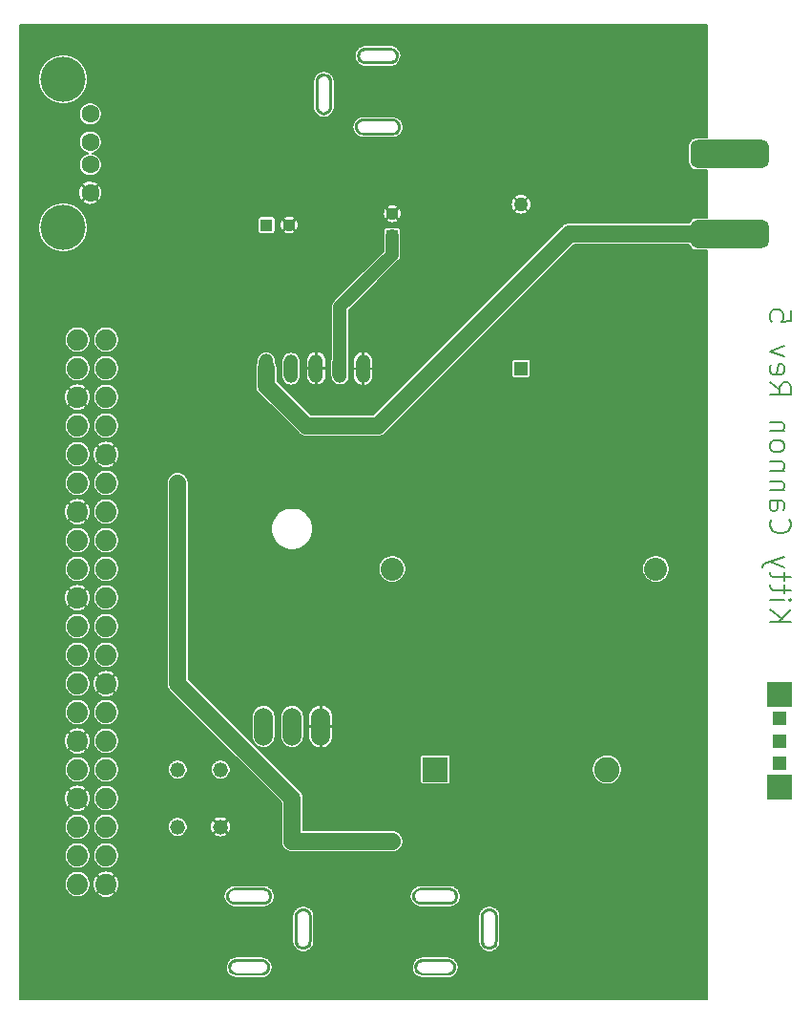
<source format=gbl>
G04 #@! TF.GenerationSoftware,KiCad,Pcbnew,(5.1.10)-1*
G04 #@! TF.CreationDate,2021-11-18T00:00:46-06:00*
G04 #@! TF.ProjectId,Kitty_Cannon_Schematic,4b697474-795f-4436-916e-6e6f6e5f5363,rev?*
G04 #@! TF.SameCoordinates,Original*
G04 #@! TF.FileFunction,Copper,L2,Bot*
G04 #@! TF.FilePolarity,Positive*
%FSLAX46Y46*%
G04 Gerber Fmt 4.6, Leading zero omitted, Abs format (unit mm)*
G04 Created by KiCad (PCBNEW (5.1.10)-1) date 2021-11-18 00:00:46*
%MOMM*%
%LPD*%
G01*
G04 APERTURE LIST*
G04 #@! TA.AperFunction,NonConductor*
%ADD10C,0.162560*%
G04 #@! TD*
G04 #@! TA.AperFunction,EtchedComponent*
%ADD11C,0.100000*%
G04 #@! TD*
G04 #@! TA.AperFunction,ComponentPad*
%ADD12R,2.250000X2.250000*%
G04 #@! TD*
G04 #@! TA.AperFunction,ComponentPad*
%ADD13C,2.250000*%
G04 #@! TD*
G04 #@! TA.AperFunction,ComponentPad*
%ADD14C,2.032000*%
G04 #@! TD*
G04 #@! TA.AperFunction,ComponentPad*
%ADD15C,1.120000*%
G04 #@! TD*
G04 #@! TA.AperFunction,ComponentPad*
%ADD16R,1.120000X1.120000*%
G04 #@! TD*
G04 #@! TA.AperFunction,ComponentPad*
%ADD17C,1.320800*%
G04 #@! TD*
G04 #@! TA.AperFunction,ComponentPad*
%ADD18O,1.676400X3.352800*%
G04 #@! TD*
G04 #@! TA.AperFunction,ComponentPad*
%ADD19R,1.308000X1.308000*%
G04 #@! TD*
G04 #@! TA.AperFunction,ComponentPad*
%ADD20C,4.000000*%
G04 #@! TD*
G04 #@! TA.AperFunction,ComponentPad*
%ADD21C,1.600000*%
G04 #@! TD*
G04 #@! TA.AperFunction,ComponentPad*
%ADD22C,1.270000*%
G04 #@! TD*
G04 #@! TA.AperFunction,ComponentPad*
%ADD23R,1.270000X1.270000*%
G04 #@! TD*
G04 #@! TA.AperFunction,ComponentPad*
%ADD24O,1.270000X2.540000*%
G04 #@! TD*
G04 #@! TA.AperFunction,ComponentPad*
%ADD25C,1.879600*%
G04 #@! TD*
G04 #@! TA.AperFunction,ViaPad*
%ADD26C,0.756400*%
G04 #@! TD*
G04 #@! TA.AperFunction,ViaPad*
%ADD27C,0.800000*%
G04 #@! TD*
G04 #@! TA.AperFunction,ViaPad*
%ADD28C,1.524000*%
G04 #@! TD*
G04 #@! TA.AperFunction,Conductor*
%ADD29C,1.524000*%
G04 #@! TD*
G04 #@! TA.AperFunction,Conductor*
%ADD30C,0.250000*%
G04 #@! TD*
G04 #@! TA.AperFunction,Conductor*
%ADD31C,1.143000*%
G04 #@! TD*
G04 #@! TA.AperFunction,Conductor*
%ADD32C,0.127000*%
G04 #@! TD*
G04 #@! TA.AperFunction,Conductor*
%ADD33C,0.100000*%
G04 #@! TD*
G04 APERTURE END LIST*
D10*
X181983863Y-114791985D02*
X183914263Y-114791985D01*
X181983863Y-113688900D02*
X183086949Y-114516214D01*
X183914263Y-113688900D02*
X182811178Y-114791985D01*
X181983863Y-112861585D02*
X183270797Y-112861585D01*
X183914263Y-112861585D02*
X183822340Y-112953509D01*
X183730416Y-112861585D01*
X183822340Y-112769662D01*
X183914263Y-112861585D01*
X183730416Y-112861585D01*
X183270797Y-112218119D02*
X183270797Y-111482728D01*
X183914263Y-111942347D02*
X182259635Y-111942347D01*
X182075787Y-111850424D01*
X181983863Y-111666576D01*
X181983863Y-111482728D01*
X183270797Y-111115033D02*
X183270797Y-110379643D01*
X183914263Y-110839262D02*
X182259635Y-110839262D01*
X182075787Y-110747338D01*
X181983863Y-110563490D01*
X181983863Y-110379643D01*
X183270797Y-109920024D02*
X181983863Y-109460404D01*
X183270797Y-109000785D02*
X181983863Y-109460404D01*
X181524244Y-109644252D01*
X181432320Y-109736176D01*
X181340397Y-109920024D01*
X182167711Y-105691528D02*
X182075787Y-105783452D01*
X181983863Y-106059224D01*
X181983863Y-106243071D01*
X182075787Y-106518843D01*
X182259635Y-106702690D01*
X182443482Y-106794614D01*
X182811178Y-106886538D01*
X183086949Y-106886538D01*
X183454644Y-106794614D01*
X183638492Y-106702690D01*
X183822340Y-106518843D01*
X183914263Y-106243071D01*
X183914263Y-106059224D01*
X183822340Y-105783452D01*
X183730416Y-105691528D01*
X181983863Y-104036900D02*
X182995025Y-104036900D01*
X183178873Y-104128824D01*
X183270797Y-104312671D01*
X183270797Y-104680366D01*
X183178873Y-104864214D01*
X182075787Y-104036900D02*
X181983863Y-104220747D01*
X181983863Y-104680366D01*
X182075787Y-104864214D01*
X182259635Y-104956138D01*
X182443482Y-104956138D01*
X182627330Y-104864214D01*
X182719254Y-104680366D01*
X182719254Y-104220747D01*
X182811178Y-104036900D01*
X183270797Y-103117662D02*
X181983863Y-103117662D01*
X183086949Y-103117662D02*
X183178873Y-103025738D01*
X183270797Y-102841890D01*
X183270797Y-102566119D01*
X183178873Y-102382271D01*
X182995025Y-102290347D01*
X181983863Y-102290347D01*
X183270797Y-101371109D02*
X181983863Y-101371109D01*
X183086949Y-101371109D02*
X183178873Y-101279185D01*
X183270797Y-101095338D01*
X183270797Y-100819566D01*
X183178873Y-100635719D01*
X182995025Y-100543795D01*
X181983863Y-100543795D01*
X181983863Y-99348785D02*
X182075787Y-99532633D01*
X182167711Y-99624557D01*
X182351559Y-99716481D01*
X182903101Y-99716481D01*
X183086949Y-99624557D01*
X183178873Y-99532633D01*
X183270797Y-99348785D01*
X183270797Y-99073014D01*
X183178873Y-98889166D01*
X183086949Y-98797243D01*
X182903101Y-98705319D01*
X182351559Y-98705319D01*
X182167711Y-98797243D01*
X182075787Y-98889166D01*
X181983863Y-99073014D01*
X181983863Y-99348785D01*
X183270797Y-97878004D02*
X181983863Y-97878004D01*
X183086949Y-97878004D02*
X183178873Y-97786081D01*
X183270797Y-97602233D01*
X183270797Y-97326462D01*
X183178873Y-97142614D01*
X182995025Y-97050690D01*
X181983863Y-97050690D01*
X181983863Y-93557585D02*
X182903101Y-94201052D01*
X181983863Y-94660671D02*
X183914263Y-94660671D01*
X183914263Y-93925281D01*
X183822340Y-93741433D01*
X183730416Y-93649509D01*
X183546568Y-93557585D01*
X183270797Y-93557585D01*
X183086949Y-93649509D01*
X182995025Y-93741433D01*
X182903101Y-93925281D01*
X182903101Y-94660671D01*
X182075787Y-91994881D02*
X181983863Y-92178728D01*
X181983863Y-92546424D01*
X182075787Y-92730271D01*
X182259635Y-92822195D01*
X182995025Y-92822195D01*
X183178873Y-92730271D01*
X183270797Y-92546424D01*
X183270797Y-92178728D01*
X183178873Y-91994881D01*
X182995025Y-91902957D01*
X182811178Y-91902957D01*
X182627330Y-92822195D01*
X183270797Y-91259490D02*
X181983863Y-90799871D01*
X183270797Y-90340252D01*
X183914263Y-87214843D02*
X183914263Y-88134081D01*
X182995025Y-88226004D01*
X183086949Y-88134081D01*
X183178873Y-87950233D01*
X183178873Y-87490614D01*
X183086949Y-87306766D01*
X182995025Y-87214843D01*
X182811178Y-87122919D01*
X182351559Y-87122919D01*
X182167711Y-87214843D01*
X182075787Y-87306766D01*
X181983863Y-87490614D01*
X181983863Y-87950233D01*
X182075787Y-88134081D01*
X182167711Y-88226004D01*
D11*
G36*
X147231100Y-65113600D02*
G01*
X147231100Y-65363600D01*
X148331100Y-65363600D01*
X148331099Y-65363600D01*
X148525214Y-65338045D01*
X148706100Y-65263119D01*
X148861430Y-65143931D01*
X148980619Y-64988600D01*
X149081100Y-64613600D01*
X149055544Y-64419486D01*
X148980619Y-64238600D01*
X148861430Y-64083270D01*
X148706100Y-63964081D01*
X148331100Y-63863600D01*
X147231100Y-63863600D01*
X147231100Y-64113600D01*
X148331100Y-64113600D01*
X148485608Y-64138072D01*
X148624993Y-64209092D01*
X148735608Y-64319707D01*
X148831100Y-64613600D01*
X148831100Y-64613599D01*
X148806628Y-64768107D01*
X148735608Y-64907492D01*
X148624993Y-65018107D01*
X148331100Y-65113600D01*
X147231100Y-65113600D01*
G37*
G36*
X147231100Y-64113600D02*
G01*
X147231100Y-63863600D01*
X146131100Y-63863600D01*
X145936986Y-63889156D01*
X145756100Y-63964081D01*
X145600770Y-64083270D01*
X145481581Y-64238600D01*
X145406656Y-64419486D01*
X145381100Y-64613600D01*
X145381100Y-64613599D01*
X145406656Y-64807713D01*
X145481581Y-64988599D01*
X145600770Y-65143929D01*
X145756100Y-65263118D01*
X145936986Y-65338043D01*
X146131100Y-65363600D01*
X147231100Y-65363600D01*
X147231100Y-65113600D01*
X146131100Y-65113600D01*
X146131101Y-65113600D01*
X145976592Y-65089129D01*
X145837208Y-65018109D01*
X145726591Y-64907493D01*
X145655571Y-64768109D01*
X145631100Y-64613600D01*
X145655572Y-64459092D01*
X145726592Y-64319707D01*
X145837207Y-64209092D01*
X146131100Y-64113600D01*
X147231100Y-64113600D01*
G37*
G36*
X142931100Y-68013600D02*
G01*
X143181100Y-68013600D01*
X143181100Y-66913600D01*
X143155544Y-66719486D01*
X143080619Y-66538600D01*
X142961430Y-66383270D01*
X142806100Y-66264081D01*
X142431100Y-66163600D01*
X142236986Y-66189156D01*
X142056100Y-66264081D01*
X141900770Y-66383270D01*
X141781581Y-66538600D01*
X141706656Y-66719486D01*
X141681100Y-66913600D01*
X141681100Y-68013600D01*
X141931100Y-68013600D01*
X141931100Y-66913600D01*
X141955572Y-66759092D01*
X142026592Y-66619707D01*
X142137207Y-66509092D01*
X142431100Y-66413600D01*
X142585608Y-66438072D01*
X142724993Y-66509092D01*
X142835608Y-66619707D01*
X142931100Y-66913600D01*
X142931100Y-68013600D01*
G37*
G36*
X141931100Y-68013600D02*
G01*
X141681100Y-68013600D01*
X141681100Y-69113600D01*
X141706656Y-69307714D01*
X141781581Y-69488600D01*
X141900770Y-69643930D01*
X142056100Y-69763119D01*
X142236986Y-69838044D01*
X142431100Y-69863600D01*
X142625214Y-69838044D01*
X142806100Y-69763119D01*
X142961430Y-69643930D01*
X143080619Y-69488600D01*
X143155544Y-69307714D01*
X143181100Y-69113600D01*
X143181100Y-68013600D01*
X142931100Y-68013600D01*
X142931100Y-69113600D01*
X142906628Y-69268108D01*
X142835608Y-69407493D01*
X142724993Y-69518108D01*
X142431100Y-69613600D01*
X142276592Y-69589128D01*
X142137207Y-69518108D01*
X142026592Y-69407493D01*
X141931100Y-69113600D01*
X141931100Y-68013600D01*
G37*
G36*
X147231100Y-71413600D02*
G01*
X147231100Y-71663600D01*
X148531100Y-71663600D01*
X148725214Y-71638044D01*
X148906100Y-71563119D01*
X149061430Y-71443930D01*
X149180619Y-71288600D01*
X149255544Y-71107714D01*
X149281100Y-70913600D01*
X149255544Y-70719486D01*
X149180619Y-70538600D01*
X149061430Y-70383270D01*
X148906100Y-70264081D01*
X148531100Y-70163600D01*
X147231100Y-70163600D01*
X147231100Y-70413600D01*
X148531100Y-70413600D01*
X148685608Y-70438072D01*
X148824993Y-70509092D01*
X148935608Y-70619707D01*
X149031100Y-70913600D01*
X149006628Y-71068108D01*
X148935608Y-71207493D01*
X148824993Y-71318108D01*
X148531100Y-71413600D01*
X147231100Y-71413600D01*
G37*
G36*
X147231100Y-70413600D02*
G01*
X147231100Y-70163600D01*
X145931100Y-70163600D01*
X145736986Y-70189156D01*
X145556100Y-70264081D01*
X145400770Y-70383270D01*
X145281581Y-70538600D01*
X145206656Y-70719486D01*
X145181100Y-70913600D01*
X145206656Y-71107714D01*
X145281581Y-71288600D01*
X145400770Y-71443930D01*
X145556100Y-71563119D01*
X145736986Y-71638044D01*
X145931100Y-71663600D01*
X147231100Y-71663600D01*
X147231100Y-71413600D01*
X145931100Y-71413600D01*
X145776592Y-71389128D01*
X145637207Y-71318108D01*
X145526592Y-71207493D01*
X145431100Y-70913600D01*
X145455572Y-70759092D01*
X145526592Y-70619707D01*
X145637207Y-70509092D01*
X145931100Y-70413600D01*
X147231100Y-70413600D01*
G37*
G36*
X135801100Y-144893600D02*
G01*
X135801100Y-144643600D01*
X134701100Y-144643600D01*
X134701101Y-144643600D01*
X134506986Y-144669155D01*
X134326100Y-144744081D01*
X134170770Y-144863269D01*
X134051581Y-145018600D01*
X133951100Y-145393600D01*
X133976656Y-145587714D01*
X134051581Y-145768600D01*
X134170770Y-145923930D01*
X134326100Y-146043119D01*
X134701100Y-146143600D01*
X135801100Y-146143600D01*
X135801100Y-145893600D01*
X134701100Y-145893600D01*
X134546592Y-145869128D01*
X134407207Y-145798108D01*
X134296592Y-145687493D01*
X134201100Y-145393600D01*
X134201100Y-145393601D01*
X134225572Y-145239093D01*
X134296592Y-145099708D01*
X134407207Y-144989093D01*
X134701100Y-144893600D01*
X135801100Y-144893600D01*
G37*
G36*
X135801100Y-145893600D02*
G01*
X135801100Y-146143600D01*
X136901100Y-146143600D01*
X137095214Y-146118044D01*
X137276100Y-146043119D01*
X137431430Y-145923930D01*
X137550619Y-145768600D01*
X137625544Y-145587714D01*
X137651100Y-145393600D01*
X137651100Y-145393601D01*
X137625544Y-145199487D01*
X137550619Y-145018601D01*
X137431430Y-144863271D01*
X137276100Y-144744082D01*
X137095214Y-144669157D01*
X136901100Y-144643600D01*
X135801100Y-144643600D01*
X135801100Y-144893600D01*
X136901100Y-144893600D01*
X136901099Y-144893600D01*
X137055608Y-144918071D01*
X137194992Y-144989091D01*
X137305609Y-145099707D01*
X137376629Y-145239091D01*
X137401100Y-145393600D01*
X137376628Y-145548108D01*
X137305608Y-145687493D01*
X137194993Y-145798108D01*
X136901100Y-145893600D01*
X135801100Y-145893600D01*
G37*
G36*
X140101100Y-141993600D02*
G01*
X139851100Y-141993600D01*
X139851100Y-143093600D01*
X139876656Y-143287714D01*
X139951581Y-143468600D01*
X140070770Y-143623930D01*
X140226100Y-143743119D01*
X140601100Y-143843600D01*
X140795214Y-143818044D01*
X140976100Y-143743119D01*
X141131430Y-143623930D01*
X141250619Y-143468600D01*
X141325544Y-143287714D01*
X141351100Y-143093600D01*
X141351100Y-141993600D01*
X141101100Y-141993600D01*
X141101100Y-143093600D01*
X141076628Y-143248108D01*
X141005608Y-143387493D01*
X140894993Y-143498108D01*
X140601100Y-143593600D01*
X140446592Y-143569128D01*
X140307207Y-143498108D01*
X140196592Y-143387493D01*
X140101100Y-143093600D01*
X140101100Y-141993600D01*
G37*
G36*
X141101100Y-141993600D02*
G01*
X141351100Y-141993600D01*
X141351100Y-140893600D01*
X141325544Y-140699486D01*
X141250619Y-140518600D01*
X141131430Y-140363270D01*
X140976100Y-140244081D01*
X140795214Y-140169156D01*
X140601100Y-140143600D01*
X140406986Y-140169156D01*
X140226100Y-140244081D01*
X140070770Y-140363270D01*
X139951581Y-140518600D01*
X139876656Y-140699486D01*
X139851100Y-140893600D01*
X139851100Y-141993600D01*
X140101100Y-141993600D01*
X140101100Y-140893600D01*
X140125572Y-140739092D01*
X140196592Y-140599707D01*
X140307207Y-140489092D01*
X140601100Y-140393600D01*
X140755608Y-140418072D01*
X140894993Y-140489092D01*
X141005608Y-140599707D01*
X141101100Y-140893600D01*
X141101100Y-141993600D01*
G37*
G36*
X135801100Y-138593600D02*
G01*
X135801100Y-138343600D01*
X134501100Y-138343600D01*
X134306986Y-138369156D01*
X134126100Y-138444081D01*
X133970770Y-138563270D01*
X133851581Y-138718600D01*
X133776656Y-138899486D01*
X133751100Y-139093600D01*
X133776656Y-139287714D01*
X133851581Y-139468600D01*
X133970770Y-139623930D01*
X134126100Y-139743119D01*
X134501100Y-139843600D01*
X135801100Y-139843600D01*
X135801100Y-139593600D01*
X134501100Y-139593600D01*
X134346592Y-139569128D01*
X134207207Y-139498108D01*
X134096592Y-139387493D01*
X134001100Y-139093600D01*
X134025572Y-138939092D01*
X134096592Y-138799707D01*
X134207207Y-138689092D01*
X134501100Y-138593600D01*
X135801100Y-138593600D01*
G37*
G36*
X135801100Y-139593600D02*
G01*
X135801100Y-139843600D01*
X137101100Y-139843600D01*
X137295214Y-139818044D01*
X137476100Y-139743119D01*
X137631430Y-139623930D01*
X137750619Y-139468600D01*
X137825544Y-139287714D01*
X137851100Y-139093600D01*
X137825544Y-138899486D01*
X137750619Y-138718600D01*
X137631430Y-138563270D01*
X137476100Y-138444081D01*
X137295214Y-138369156D01*
X137101100Y-138343600D01*
X135801100Y-138343600D01*
X135801100Y-138593600D01*
X137101100Y-138593600D01*
X137255608Y-138618072D01*
X137394993Y-138689092D01*
X137505608Y-138799707D01*
X137601100Y-139093600D01*
X137576628Y-139248108D01*
X137505608Y-139387493D01*
X137394993Y-139498108D01*
X137101100Y-139593600D01*
X135801100Y-139593600D01*
G37*
G36*
X152311100Y-144893600D02*
G01*
X152311100Y-144643600D01*
X151211100Y-144643600D01*
X151211101Y-144643600D01*
X151016986Y-144669155D01*
X150836100Y-144744081D01*
X150680770Y-144863269D01*
X150561581Y-145018600D01*
X150461100Y-145393600D01*
X150486656Y-145587714D01*
X150561581Y-145768600D01*
X150680770Y-145923930D01*
X150836100Y-146043119D01*
X151211100Y-146143600D01*
X152311100Y-146143600D01*
X152311100Y-145893600D01*
X151211100Y-145893600D01*
X151056592Y-145869128D01*
X150917207Y-145798108D01*
X150806592Y-145687493D01*
X150711100Y-145393600D01*
X150711100Y-145393601D01*
X150735572Y-145239093D01*
X150806592Y-145099708D01*
X150917207Y-144989093D01*
X151211100Y-144893600D01*
X152311100Y-144893600D01*
G37*
G36*
X152311100Y-145893600D02*
G01*
X152311100Y-146143600D01*
X153411100Y-146143600D01*
X153605214Y-146118044D01*
X153786100Y-146043119D01*
X153941430Y-145923930D01*
X154060619Y-145768600D01*
X154135544Y-145587714D01*
X154161100Y-145393600D01*
X154161100Y-145393601D01*
X154135544Y-145199487D01*
X154060619Y-145018601D01*
X153941430Y-144863271D01*
X153786100Y-144744082D01*
X153605214Y-144669157D01*
X153411100Y-144643600D01*
X152311100Y-144643600D01*
X152311100Y-144893600D01*
X153411100Y-144893600D01*
X153411099Y-144893600D01*
X153565608Y-144918071D01*
X153704992Y-144989091D01*
X153815609Y-145099707D01*
X153886629Y-145239091D01*
X153911100Y-145393600D01*
X153886628Y-145548108D01*
X153815608Y-145687493D01*
X153704993Y-145798108D01*
X153411100Y-145893600D01*
X152311100Y-145893600D01*
G37*
G36*
X156611100Y-141993600D02*
G01*
X156361100Y-141993600D01*
X156361100Y-143093600D01*
X156386656Y-143287714D01*
X156461581Y-143468600D01*
X156580770Y-143623930D01*
X156736100Y-143743119D01*
X157111100Y-143843600D01*
X157305214Y-143818044D01*
X157486100Y-143743119D01*
X157641430Y-143623930D01*
X157760619Y-143468600D01*
X157835544Y-143287714D01*
X157861100Y-143093600D01*
X157861100Y-141993600D01*
X157611100Y-141993600D01*
X157611100Y-143093600D01*
X157586628Y-143248108D01*
X157515608Y-143387493D01*
X157404993Y-143498108D01*
X157111100Y-143593600D01*
X156956592Y-143569128D01*
X156817207Y-143498108D01*
X156706592Y-143387493D01*
X156611100Y-143093600D01*
X156611100Y-141993600D01*
G37*
G36*
X157611100Y-141993600D02*
G01*
X157861100Y-141993600D01*
X157861100Y-140893600D01*
X157835544Y-140699486D01*
X157760619Y-140518600D01*
X157641430Y-140363270D01*
X157486100Y-140244081D01*
X157305214Y-140169156D01*
X157111100Y-140143600D01*
X156916986Y-140169156D01*
X156736100Y-140244081D01*
X156580770Y-140363270D01*
X156461581Y-140518600D01*
X156386656Y-140699486D01*
X156361100Y-140893600D01*
X156361100Y-141993600D01*
X156611100Y-141993600D01*
X156611100Y-140893600D01*
X156635572Y-140739092D01*
X156706592Y-140599707D01*
X156817207Y-140489092D01*
X157111100Y-140393600D01*
X157265608Y-140418072D01*
X157404993Y-140489092D01*
X157515608Y-140599707D01*
X157611100Y-140893600D01*
X157611100Y-141993600D01*
G37*
G36*
X152311100Y-138593600D02*
G01*
X152311100Y-138343600D01*
X151011100Y-138343600D01*
X150816986Y-138369156D01*
X150636100Y-138444081D01*
X150480770Y-138563270D01*
X150361581Y-138718600D01*
X150286656Y-138899486D01*
X150261100Y-139093600D01*
X150286656Y-139287714D01*
X150361581Y-139468600D01*
X150480770Y-139623930D01*
X150636100Y-139743119D01*
X151011100Y-139843600D01*
X152311100Y-139843600D01*
X152311100Y-139593600D01*
X151011100Y-139593600D01*
X150856592Y-139569128D01*
X150717207Y-139498108D01*
X150606592Y-139387493D01*
X150511100Y-139093600D01*
X150535572Y-138939092D01*
X150606592Y-138799707D01*
X150717207Y-138689092D01*
X151011100Y-138593600D01*
X152311100Y-138593600D01*
G37*
G36*
X152311100Y-139593600D02*
G01*
X152311100Y-139843600D01*
X153611100Y-139843600D01*
X153805214Y-139818044D01*
X153986100Y-139743119D01*
X154141430Y-139623930D01*
X154260619Y-139468600D01*
X154335544Y-139287714D01*
X154361100Y-139093600D01*
X154335544Y-138899486D01*
X154260619Y-138718600D01*
X154141430Y-138563270D01*
X153986100Y-138444081D01*
X153805214Y-138369156D01*
X153611100Y-138343600D01*
X152311100Y-138343600D01*
X152311100Y-138593600D01*
X153611100Y-138593600D01*
X153765608Y-138618072D01*
X153904993Y-138689092D01*
X154015608Y-138799707D01*
X154111100Y-139093600D01*
X154086628Y-139248108D01*
X154015608Y-139387493D01*
X153904993Y-139498108D01*
X153611100Y-139593600D01*
X152311100Y-139593600D01*
G37*
D12*
X152311100Y-127863600D03*
D13*
X167551100Y-127863600D03*
D14*
X171894500Y-110083600D03*
X148501100Y-110083600D03*
D15*
X148501100Y-78603600D03*
D16*
X148501100Y-80603600D03*
D15*
X139341100Y-79603600D03*
D16*
X137341100Y-79603600D03*
D17*
X133261100Y-132943600D03*
X133261100Y-127863600D03*
X129451100Y-132943600D03*
X129451100Y-127863600D03*
D18*
X142151100Y-124053600D03*
X139611100Y-124053600D03*
X137071100Y-124053600D03*
D12*
X182846980Y-121246460D03*
X182846980Y-129446460D03*
D19*
X182846980Y-127346460D03*
X182846980Y-123346460D03*
X182846980Y-125346460D03*
D20*
X119291100Y-79823600D03*
X119291100Y-66683600D03*
D21*
X121691100Y-76753600D03*
X121691100Y-74253600D03*
X121691100Y-72253600D03*
X121691100Y-69753600D03*
D22*
X159931100Y-77774800D03*
D23*
X159931100Y-92303600D03*
D24*
X145917920Y-92339160D03*
X143865600Y-92313760D03*
X141745100Y-92303600D03*
X139512040Y-92344240D03*
X137320020Y-92293440D03*
D25*
X120561100Y-138023600D03*
X123101100Y-138023600D03*
X120561100Y-135483600D03*
X123101100Y-135483600D03*
X120561100Y-132943600D03*
X123101100Y-132943600D03*
X120561100Y-130403600D03*
X123101100Y-130403600D03*
X120561100Y-127863600D03*
X123101100Y-127863600D03*
X120561100Y-125323600D03*
X123101100Y-125323600D03*
X120561100Y-122783600D03*
X123101100Y-122783600D03*
X120561100Y-120243600D03*
X123101100Y-120243600D03*
X120561100Y-117703600D03*
X123101100Y-117703600D03*
X120561100Y-115163600D03*
X123101100Y-115163600D03*
X120561100Y-112623600D03*
X123101100Y-112623600D03*
X120561100Y-110083600D03*
X123101100Y-110083600D03*
X120561100Y-107543600D03*
X123101100Y-107543600D03*
X120561100Y-105003600D03*
X123101100Y-105003600D03*
X120561100Y-102463600D03*
X123101100Y-102463600D03*
X120561100Y-99923600D03*
X123101100Y-99923600D03*
X120561100Y-97383600D03*
X123101100Y-97383600D03*
X120561100Y-94843600D03*
X123101100Y-94843600D03*
X120561100Y-92303600D03*
X123101100Y-92303600D03*
X120561100Y-89763600D03*
X123101100Y-89763600D03*
G04 #@! TA.AperFunction,ComponentPad*
G36*
G01*
X175575240Y-72049320D02*
X181325240Y-72049320D01*
G75*
G02*
X181950240Y-72674320I0J-625000D01*
G01*
X181950240Y-73924320D01*
G75*
G02*
X181325240Y-74549320I-625000J0D01*
G01*
X175575240Y-74549320D01*
G75*
G02*
X174950240Y-73924320I0J625000D01*
G01*
X174950240Y-72674320D01*
G75*
G02*
X175575240Y-72049320I625000J0D01*
G01*
G37*
G04 #@! TD.AperFunction*
G04 #@! TA.AperFunction,ComponentPad*
G36*
G01*
X175575240Y-79149320D02*
X181325240Y-79149320D01*
G75*
G02*
X181950240Y-79774320I0J-625000D01*
G01*
X181950240Y-81024320D01*
G75*
G02*
X181325240Y-81649320I-625000J0D01*
G01*
X175575240Y-81649320D01*
G75*
G02*
X174950240Y-81024320I0J625000D01*
G01*
X174950240Y-79774320D01*
G75*
G02*
X175575240Y-79149320I625000J0D01*
G01*
G37*
G04 #@! TD.AperFunction*
D26*
X147231100Y-68173600D03*
D27*
X135826500Y-141970760D03*
D28*
X148501100Y-134213600D03*
X139611100Y-134213600D03*
X129451100Y-102463600D03*
D29*
X148501100Y-134213600D02*
X139611100Y-134213600D01*
X129451100Y-102463600D02*
X129451100Y-120243600D01*
X139611100Y-130403600D02*
X139611100Y-134213600D01*
X129451100Y-120243600D02*
X139611100Y-130403600D01*
D30*
X138341100Y-94843600D02*
X138336020Y-94843600D01*
D29*
X137320020Y-93827600D02*
X137320020Y-92293440D01*
X138336020Y-94843600D02*
X137320020Y-93827600D01*
X178442620Y-80391700D02*
X178450240Y-80399320D01*
X164223000Y-80391700D02*
X178442620Y-80391700D01*
X147231100Y-97383600D02*
X164223000Y-80391700D01*
X140881100Y-97383600D02*
X147231100Y-97383600D01*
X138341100Y-94843600D02*
X140881100Y-97383600D01*
D31*
X148501100Y-80603600D02*
X148501100Y-82227420D01*
X143865600Y-86862920D02*
X143865600Y-92313760D01*
X148501100Y-82227420D02*
X143865600Y-86862920D01*
D32*
X176453800Y-71832376D02*
X175575240Y-71832376D01*
X175410985Y-71848554D01*
X175253042Y-71896465D01*
X175107481Y-71974269D01*
X174979896Y-72078976D01*
X174875189Y-72206561D01*
X174797385Y-72352122D01*
X174749474Y-72510065D01*
X174733296Y-72674320D01*
X174733296Y-73924320D01*
X174749474Y-74088575D01*
X174797385Y-74246518D01*
X174875189Y-74392079D01*
X174979896Y-74519664D01*
X175107481Y-74624371D01*
X175253042Y-74702175D01*
X175410985Y-74750086D01*
X175575240Y-74766264D01*
X176453800Y-74766264D01*
X176453800Y-78932376D01*
X175575240Y-78932376D01*
X175410985Y-78948554D01*
X175253042Y-78996465D01*
X175107481Y-79074269D01*
X174979896Y-79178976D01*
X174875189Y-79306561D01*
X174817869Y-79413800D01*
X164271026Y-79413800D01*
X164222999Y-79409070D01*
X164174972Y-79413800D01*
X164174965Y-79413800D01*
X164031298Y-79427950D01*
X163846963Y-79483867D01*
X163677079Y-79574672D01*
X163528175Y-79696875D01*
X163497557Y-79734183D01*
X146826042Y-96405700D01*
X141286160Y-96405700D01*
X138998613Y-94118155D01*
X138970289Y-94094910D01*
X138297920Y-93422542D01*
X138297920Y-92245405D01*
X138283770Y-92101738D01*
X138227853Y-91917403D01*
X138170920Y-91810889D01*
X138170920Y-91667441D01*
X138661140Y-91667441D01*
X138661141Y-93021040D01*
X138673453Y-93146046D01*
X138722108Y-93306441D01*
X138801120Y-93454262D01*
X138907453Y-93583828D01*
X139037019Y-93690161D01*
X139184840Y-93769173D01*
X139345235Y-93817828D01*
X139512040Y-93834257D01*
X139678846Y-93817828D01*
X139839241Y-93769173D01*
X139987062Y-93690161D01*
X140116628Y-93583828D01*
X140222961Y-93454262D01*
X140301973Y-93306441D01*
X140350628Y-93146046D01*
X140362940Y-93021040D01*
X140362940Y-92341300D01*
X140844200Y-92341300D01*
X140844200Y-92976300D01*
X140868865Y-93151332D01*
X140927204Y-93318189D01*
X141016974Y-93470459D01*
X141134725Y-93602290D01*
X141275933Y-93708616D01*
X141435171Y-93785350D01*
X141567056Y-93821732D01*
X141707400Y-93772173D01*
X141707400Y-92341300D01*
X141782800Y-92341300D01*
X141782800Y-93772173D01*
X141923144Y-93821732D01*
X142055029Y-93785350D01*
X142214267Y-93708616D01*
X142355475Y-93602290D01*
X142473226Y-93470459D01*
X142562996Y-93318189D01*
X142621335Y-93151332D01*
X142646000Y-92976300D01*
X142646000Y-92341300D01*
X141782800Y-92341300D01*
X141707400Y-92341300D01*
X140844200Y-92341300D01*
X140362940Y-92341300D01*
X140362940Y-91667440D01*
X140359342Y-91630900D01*
X140844200Y-91630900D01*
X140844200Y-92265900D01*
X141707400Y-92265900D01*
X141707400Y-90835027D01*
X141782800Y-90835027D01*
X141782800Y-92265900D01*
X142646000Y-92265900D01*
X142646000Y-91636961D01*
X143014700Y-91636961D01*
X143014701Y-92990560D01*
X143027013Y-93115566D01*
X143075668Y-93275961D01*
X143154680Y-93423782D01*
X143261013Y-93553348D01*
X143390579Y-93659681D01*
X143538400Y-93738693D01*
X143698795Y-93787348D01*
X143865600Y-93803777D01*
X144032406Y-93787348D01*
X144192801Y-93738693D01*
X144340622Y-93659681D01*
X144470188Y-93553348D01*
X144576521Y-93423782D01*
X144655533Y-93275961D01*
X144704188Y-93115566D01*
X144716500Y-92990560D01*
X144716500Y-92376860D01*
X145017020Y-92376860D01*
X145017020Y-93011860D01*
X145041685Y-93186892D01*
X145100024Y-93353749D01*
X145189794Y-93506019D01*
X145307545Y-93637850D01*
X145448753Y-93744176D01*
X145607991Y-93820910D01*
X145739876Y-93857292D01*
X145880220Y-93807733D01*
X145880220Y-92376860D01*
X145955620Y-92376860D01*
X145955620Y-93807733D01*
X146095964Y-93857292D01*
X146227849Y-93820910D01*
X146387087Y-93744176D01*
X146528295Y-93637850D01*
X146646046Y-93506019D01*
X146735816Y-93353749D01*
X146794155Y-93186892D01*
X146818820Y-93011860D01*
X146818820Y-92376860D01*
X145955620Y-92376860D01*
X145880220Y-92376860D01*
X145017020Y-92376860D01*
X144716500Y-92376860D01*
X144716500Y-91666460D01*
X145017020Y-91666460D01*
X145017020Y-92301460D01*
X145880220Y-92301460D01*
X145880220Y-90870587D01*
X145955620Y-90870587D01*
X145955620Y-92301460D01*
X146818820Y-92301460D01*
X146818820Y-91666460D01*
X146794155Y-91491428D01*
X146735816Y-91324571D01*
X146646046Y-91172301D01*
X146528295Y-91040470D01*
X146387087Y-90934144D01*
X146227849Y-90857410D01*
X146095964Y-90821028D01*
X145955620Y-90870587D01*
X145880220Y-90870587D01*
X145739876Y-90821028D01*
X145607991Y-90857410D01*
X145448753Y-90934144D01*
X145307545Y-91040470D01*
X145189794Y-91172301D01*
X145100024Y-91324571D01*
X145041685Y-91491428D01*
X145017020Y-91666460D01*
X144716500Y-91666460D01*
X144716500Y-91636960D01*
X144704188Y-91511954D01*
X144655533Y-91351559D01*
X144653000Y-91346820D01*
X144653000Y-87189070D01*
X149030528Y-82811543D01*
X149060569Y-82786889D01*
X149108935Y-82727955D01*
X149158966Y-82666993D01*
X149232082Y-82530203D01*
X149277106Y-82381777D01*
X149288500Y-82266093D01*
X149288500Y-82266083D01*
X149292308Y-82227420D01*
X149288500Y-82188757D01*
X149288500Y-80564927D01*
X149278044Y-80458767D01*
X149278044Y-80043600D01*
X149273875Y-80001276D01*
X149261530Y-79960579D01*
X149241482Y-79923072D01*
X149214503Y-79890197D01*
X149181628Y-79863218D01*
X149144121Y-79843170D01*
X149103424Y-79830825D01*
X149061100Y-79826656D01*
X148645932Y-79826656D01*
X148501100Y-79812391D01*
X148356267Y-79826656D01*
X147941100Y-79826656D01*
X147898776Y-79830825D01*
X147858079Y-79843170D01*
X147820572Y-79863218D01*
X147787697Y-79890197D01*
X147760718Y-79923072D01*
X147740670Y-79960579D01*
X147728325Y-80001276D01*
X147724156Y-80043600D01*
X147724156Y-80458768D01*
X147713700Y-80564928D01*
X147713701Y-81901268D01*
X143336178Y-86278792D01*
X143306131Y-86303451D01*
X143207734Y-86423349D01*
X143134618Y-86560138D01*
X143089594Y-86708564D01*
X143078200Y-86824248D01*
X143078200Y-86824257D01*
X143074392Y-86862920D01*
X143078200Y-86901583D01*
X143078201Y-91346820D01*
X143075667Y-91351560D01*
X143027012Y-91511955D01*
X143014700Y-91636961D01*
X142646000Y-91636961D01*
X142646000Y-91630900D01*
X142621335Y-91455868D01*
X142562996Y-91289011D01*
X142473226Y-91136741D01*
X142355475Y-91004910D01*
X142214267Y-90898584D01*
X142055029Y-90821850D01*
X141923144Y-90785468D01*
X141782800Y-90835027D01*
X141707400Y-90835027D01*
X141567056Y-90785468D01*
X141435171Y-90821850D01*
X141275933Y-90898584D01*
X141134725Y-91004910D01*
X141016974Y-91136741D01*
X140927204Y-91289011D01*
X140868865Y-91455868D01*
X140844200Y-91630900D01*
X140359342Y-91630900D01*
X140350628Y-91542434D01*
X140301973Y-91382039D01*
X140222961Y-91234218D01*
X140116628Y-91104652D01*
X139987061Y-90998319D01*
X139839240Y-90919307D01*
X139678845Y-90870652D01*
X139512040Y-90854223D01*
X139345234Y-90870652D01*
X139184839Y-90919307D01*
X139037018Y-90998319D01*
X138907452Y-91104652D01*
X138801119Y-91234219D01*
X138722107Y-91382040D01*
X138673452Y-91542435D01*
X138661140Y-91667441D01*
X138170920Y-91667441D01*
X138170920Y-91616640D01*
X138158608Y-91491634D01*
X138109953Y-91331239D01*
X138030941Y-91183418D01*
X137924608Y-91053852D01*
X137795041Y-90947519D01*
X137647220Y-90868507D01*
X137486825Y-90819852D01*
X137320020Y-90803423D01*
X137153214Y-90819852D01*
X136992819Y-90868507D01*
X136844998Y-90947519D01*
X136715432Y-91053852D01*
X136609099Y-91183419D01*
X136530087Y-91331240D01*
X136481432Y-91491635D01*
X136469120Y-91616641D01*
X136469120Y-91810891D01*
X136412188Y-91917403D01*
X136356271Y-92101738D01*
X136342121Y-92245405D01*
X136342120Y-93779573D01*
X136337390Y-93827600D01*
X136342120Y-93875627D01*
X136342120Y-93875634D01*
X136356270Y-94019301D01*
X136412187Y-94203636D01*
X136502992Y-94373521D01*
X136625195Y-94522425D01*
X136662514Y-94553052D01*
X137678506Y-95569045D01*
X137706840Y-95592298D01*
X140155657Y-98041116D01*
X140186275Y-98078425D01*
X140335179Y-98200628D01*
X140505063Y-98291433D01*
X140689398Y-98347350D01*
X140833065Y-98361500D01*
X140833072Y-98361500D01*
X140881099Y-98366230D01*
X140929126Y-98361500D01*
X147183073Y-98361500D01*
X147231100Y-98366230D01*
X147279127Y-98361500D01*
X147279135Y-98361500D01*
X147422802Y-98347350D01*
X147607137Y-98291433D01*
X147777021Y-98200628D01*
X147925925Y-98078425D01*
X147956552Y-98041106D01*
X154329058Y-91668600D01*
X159079156Y-91668600D01*
X159079156Y-92938600D01*
X159083325Y-92980924D01*
X159095670Y-93021621D01*
X159115718Y-93059128D01*
X159142697Y-93092003D01*
X159175572Y-93118982D01*
X159213079Y-93139030D01*
X159253776Y-93151375D01*
X159296100Y-93155544D01*
X160566100Y-93155544D01*
X160608424Y-93151375D01*
X160649121Y-93139030D01*
X160686628Y-93118982D01*
X160719503Y-93092003D01*
X160746482Y-93059128D01*
X160766530Y-93021621D01*
X160778875Y-92980924D01*
X160783044Y-92938600D01*
X160783044Y-91668600D01*
X160778875Y-91626276D01*
X160766530Y-91585579D01*
X160746482Y-91548072D01*
X160719503Y-91515197D01*
X160686628Y-91488218D01*
X160649121Y-91468170D01*
X160608424Y-91455825D01*
X160566100Y-91451656D01*
X159296100Y-91451656D01*
X159253776Y-91455825D01*
X159213079Y-91468170D01*
X159175572Y-91488218D01*
X159142697Y-91515197D01*
X159115718Y-91548072D01*
X159095670Y-91585579D01*
X159083325Y-91626276D01*
X159079156Y-91668600D01*
X154329058Y-91668600D01*
X164628060Y-81369600D01*
X174809723Y-81369600D01*
X174875189Y-81492079D01*
X174979896Y-81619664D01*
X175107481Y-81724371D01*
X175253042Y-81802175D01*
X175410985Y-81850086D01*
X175575240Y-81866264D01*
X176453800Y-81866264D01*
X176453800Y-148196300D01*
X115468400Y-148196300D01*
X115468400Y-145379291D01*
X133735675Y-145379291D01*
X133736296Y-145399031D01*
X133736675Y-145418790D01*
X133736998Y-145421391D01*
X133736999Y-145421407D01*
X133737002Y-145421421D01*
X133737047Y-145421781D01*
X133762603Y-145615895D01*
X133763887Y-145621412D01*
X133764371Y-145627058D01*
X133768656Y-145641905D01*
X133772154Y-145656934D01*
X133774483Y-145662092D01*
X133776056Y-145667542D01*
X133777190Y-145670335D01*
X133852115Y-145851221D01*
X133854785Y-145856222D01*
X133856713Y-145861547D01*
X133864689Y-145874769D01*
X133871962Y-145888390D01*
X133875549Y-145892773D01*
X133878478Y-145897628D01*
X133880296Y-145900032D01*
X133999485Y-146055361D01*
X134003354Y-146059495D01*
X134006598Y-146064146D01*
X134017730Y-146074858D01*
X134028276Y-146086128D01*
X134032878Y-146089435D01*
X134036960Y-146093363D01*
X134039338Y-146095215D01*
X134194668Y-146214404D01*
X134211477Y-146224866D01*
X134228084Y-146235487D01*
X134229316Y-146235970D01*
X134230441Y-146236670D01*
X134248904Y-146243647D01*
X134267315Y-146250862D01*
X134269835Y-146251556D01*
X134269857Y-146251564D01*
X134269877Y-146251567D01*
X134270221Y-146251662D01*
X134645221Y-146352143D01*
X134650809Y-146353068D01*
X134656212Y-146354782D01*
X134671564Y-146356504D01*
X134686792Y-146359025D01*
X134692452Y-146358847D01*
X134698086Y-146359479D01*
X134701100Y-146359500D01*
X136901100Y-146359500D01*
X136913671Y-146358267D01*
X136926290Y-146358025D01*
X136929281Y-146357653D01*
X137123395Y-146332097D01*
X137128912Y-146330813D01*
X137134558Y-146330329D01*
X137149405Y-146326044D01*
X137164434Y-146322546D01*
X137169592Y-146320217D01*
X137175042Y-146318644D01*
X137177835Y-146317510D01*
X137358721Y-146242585D01*
X137363722Y-146239915D01*
X137369047Y-146237987D01*
X137382269Y-146230011D01*
X137395890Y-146222738D01*
X137400273Y-146219151D01*
X137405128Y-146216222D01*
X137407532Y-146214404D01*
X137562861Y-146095215D01*
X137566995Y-146091346D01*
X137571646Y-146088102D01*
X137582358Y-146076970D01*
X137593628Y-146066424D01*
X137596935Y-146061822D01*
X137600863Y-146057740D01*
X137602715Y-146055362D01*
X137721904Y-145900032D01*
X137724899Y-145895221D01*
X137728548Y-145890887D01*
X137736012Y-145877366D01*
X137744170Y-145864259D01*
X137746172Y-145858960D01*
X137748912Y-145853997D01*
X137750085Y-145851221D01*
X137825010Y-145670335D01*
X137826658Y-145664911D01*
X137829060Y-145659783D01*
X137832771Y-145644788D01*
X137837258Y-145630019D01*
X137837820Y-145624388D01*
X137839183Y-145618881D01*
X137839597Y-145615895D01*
X137865153Y-145421781D01*
X137865341Y-145416115D01*
X137866334Y-145410540D01*
X137866200Y-145403560D01*
X137866979Y-145396615D01*
X137867000Y-145393601D01*
X137867000Y-145393600D01*
X137866318Y-145386649D01*
X137866550Y-145379668D01*
X137866489Y-145379291D01*
X150245675Y-145379291D01*
X150246296Y-145399031D01*
X150246675Y-145418790D01*
X150246998Y-145421391D01*
X150246999Y-145421407D01*
X150247002Y-145421421D01*
X150247047Y-145421781D01*
X150272603Y-145615895D01*
X150273887Y-145621412D01*
X150274371Y-145627058D01*
X150278656Y-145641905D01*
X150282154Y-145656934D01*
X150284483Y-145662092D01*
X150286056Y-145667542D01*
X150287190Y-145670335D01*
X150362115Y-145851221D01*
X150364785Y-145856222D01*
X150366713Y-145861547D01*
X150374689Y-145874769D01*
X150381962Y-145888390D01*
X150385549Y-145892773D01*
X150388478Y-145897628D01*
X150390296Y-145900032D01*
X150509485Y-146055361D01*
X150513354Y-146059495D01*
X150516598Y-146064146D01*
X150527730Y-146074858D01*
X150538276Y-146086128D01*
X150542878Y-146089435D01*
X150546960Y-146093363D01*
X150549338Y-146095215D01*
X150704668Y-146214404D01*
X150721477Y-146224866D01*
X150738084Y-146235487D01*
X150739316Y-146235970D01*
X150740441Y-146236670D01*
X150758904Y-146243647D01*
X150777315Y-146250862D01*
X150779835Y-146251556D01*
X150779857Y-146251564D01*
X150779877Y-146251567D01*
X150780221Y-146251662D01*
X151155221Y-146352143D01*
X151160809Y-146353068D01*
X151166212Y-146354782D01*
X151181564Y-146356504D01*
X151196792Y-146359025D01*
X151202452Y-146358847D01*
X151208086Y-146359479D01*
X151211100Y-146359500D01*
X153411100Y-146359500D01*
X153423671Y-146358267D01*
X153436290Y-146358025D01*
X153439281Y-146357653D01*
X153633395Y-146332097D01*
X153638912Y-146330813D01*
X153644558Y-146330329D01*
X153659405Y-146326044D01*
X153674434Y-146322546D01*
X153679592Y-146320217D01*
X153685042Y-146318644D01*
X153687835Y-146317510D01*
X153868721Y-146242585D01*
X153873722Y-146239915D01*
X153879047Y-146237987D01*
X153892269Y-146230011D01*
X153905890Y-146222738D01*
X153910273Y-146219151D01*
X153915128Y-146216222D01*
X153917532Y-146214404D01*
X154072861Y-146095215D01*
X154076995Y-146091346D01*
X154081646Y-146088102D01*
X154092358Y-146076970D01*
X154103628Y-146066424D01*
X154106935Y-146061822D01*
X154110863Y-146057740D01*
X154112715Y-146055362D01*
X154231904Y-145900032D01*
X154234899Y-145895221D01*
X154238548Y-145890887D01*
X154246012Y-145877366D01*
X154254170Y-145864259D01*
X154256172Y-145858960D01*
X154258912Y-145853997D01*
X154260085Y-145851221D01*
X154335010Y-145670335D01*
X154336658Y-145664911D01*
X154339060Y-145659783D01*
X154342771Y-145644788D01*
X154347258Y-145630019D01*
X154347820Y-145624388D01*
X154349183Y-145618881D01*
X154349597Y-145615895D01*
X154375153Y-145421781D01*
X154375341Y-145416115D01*
X154376334Y-145410540D01*
X154376200Y-145403560D01*
X154376979Y-145396615D01*
X154377000Y-145393601D01*
X154377000Y-145393600D01*
X154376318Y-145386649D01*
X154376550Y-145379668D01*
X154375634Y-145374073D01*
X154375525Y-145368411D01*
X154375153Y-145365420D01*
X154349597Y-145171306D01*
X154348313Y-145165788D01*
X154347829Y-145160142D01*
X154343543Y-145145294D01*
X154340046Y-145130266D01*
X154337717Y-145125108D01*
X154336144Y-145119658D01*
X154335010Y-145116866D01*
X154260085Y-144935980D01*
X154257415Y-144930981D01*
X154255487Y-144925653D01*
X154247508Y-144912427D01*
X154240238Y-144898811D01*
X154236651Y-144894429D01*
X154233722Y-144889573D01*
X154231904Y-144887169D01*
X154112715Y-144731839D01*
X154108841Y-144727699D01*
X154105601Y-144723055D01*
X154094476Y-144712349D01*
X154083924Y-144701073D01*
X154079325Y-144697769D01*
X154075240Y-144693837D01*
X154072861Y-144691986D01*
X153917532Y-144572797D01*
X153912717Y-144569800D01*
X153908386Y-144566153D01*
X153894871Y-144558692D01*
X153881759Y-144550531D01*
X153876460Y-144548529D01*
X153871497Y-144545789D01*
X153868721Y-144544616D01*
X153687835Y-144469691D01*
X153682413Y-144468044D01*
X153677284Y-144465641D01*
X153662293Y-144461931D01*
X153647518Y-144457442D01*
X153641883Y-144456880D01*
X153636381Y-144455518D01*
X153633396Y-144455104D01*
X153439282Y-144429547D01*
X153426660Y-144429128D01*
X153414114Y-144427721D01*
X153411100Y-144427700D01*
X151211100Y-144427700D01*
X151198537Y-144428932D01*
X151185912Y-144429174D01*
X151182921Y-144429547D01*
X150988806Y-144455102D01*
X150983289Y-144456386D01*
X150977641Y-144456870D01*
X150962804Y-144461153D01*
X150947767Y-144464652D01*
X150942601Y-144466985D01*
X150937157Y-144468556D01*
X150934364Y-144469690D01*
X150753478Y-144544616D01*
X150748484Y-144547283D01*
X150743154Y-144549212D01*
X150729919Y-144557196D01*
X150716309Y-144564463D01*
X150711930Y-144568047D01*
X150707073Y-144570977D01*
X150704669Y-144572795D01*
X150549339Y-144691984D01*
X150545201Y-144695856D01*
X150540554Y-144699098D01*
X150529848Y-144710223D01*
X150518573Y-144720774D01*
X150515266Y-144725376D01*
X150511336Y-144729460D01*
X150509485Y-144731838D01*
X150390296Y-144887169D01*
X150379869Y-144903920D01*
X150369213Y-144920583D01*
X150368729Y-144921818D01*
X150368030Y-144922941D01*
X150361063Y-144941378D01*
X150353838Y-144959815D01*
X150353143Y-144962339D01*
X150353136Y-144962358D01*
X150353133Y-144962376D01*
X150353038Y-144962721D01*
X150252557Y-145337721D01*
X150249330Y-145357216D01*
X150245866Y-145376661D01*
X150245891Y-145377984D01*
X150245675Y-145379291D01*
X137866489Y-145379291D01*
X137865634Y-145374073D01*
X137865525Y-145368411D01*
X137865153Y-145365420D01*
X137839597Y-145171306D01*
X137838313Y-145165788D01*
X137837829Y-145160142D01*
X137833543Y-145145294D01*
X137830046Y-145130266D01*
X137827717Y-145125108D01*
X137826144Y-145119658D01*
X137825010Y-145116866D01*
X137750085Y-144935980D01*
X137747415Y-144930981D01*
X137745487Y-144925653D01*
X137737508Y-144912427D01*
X137730238Y-144898811D01*
X137726651Y-144894429D01*
X137723722Y-144889573D01*
X137721904Y-144887169D01*
X137602715Y-144731839D01*
X137598841Y-144727699D01*
X137595601Y-144723055D01*
X137584476Y-144712349D01*
X137573924Y-144701073D01*
X137569325Y-144697769D01*
X137565240Y-144693837D01*
X137562861Y-144691986D01*
X137407532Y-144572797D01*
X137402717Y-144569800D01*
X137398386Y-144566153D01*
X137384871Y-144558692D01*
X137371759Y-144550531D01*
X137366460Y-144548529D01*
X137361497Y-144545789D01*
X137358721Y-144544616D01*
X137177835Y-144469691D01*
X137172413Y-144468044D01*
X137167284Y-144465641D01*
X137152293Y-144461931D01*
X137137518Y-144457442D01*
X137131883Y-144456880D01*
X137126381Y-144455518D01*
X137123396Y-144455104D01*
X136929282Y-144429547D01*
X136916660Y-144429128D01*
X136904114Y-144427721D01*
X136901100Y-144427700D01*
X134701100Y-144427700D01*
X134688537Y-144428932D01*
X134675912Y-144429174D01*
X134672921Y-144429547D01*
X134478806Y-144455102D01*
X134473289Y-144456386D01*
X134467641Y-144456870D01*
X134452804Y-144461153D01*
X134437767Y-144464652D01*
X134432601Y-144466985D01*
X134427157Y-144468556D01*
X134424364Y-144469690D01*
X134243478Y-144544616D01*
X134238484Y-144547283D01*
X134233154Y-144549212D01*
X134219919Y-144557196D01*
X134206309Y-144564463D01*
X134201930Y-144568047D01*
X134197073Y-144570977D01*
X134194669Y-144572795D01*
X134039339Y-144691984D01*
X134035201Y-144695856D01*
X134030554Y-144699098D01*
X134019848Y-144710223D01*
X134008573Y-144720774D01*
X134005266Y-144725376D01*
X134001336Y-144729460D01*
X133999485Y-144731838D01*
X133880296Y-144887169D01*
X133869869Y-144903920D01*
X133859213Y-144920583D01*
X133858729Y-144921818D01*
X133858030Y-144922941D01*
X133851063Y-144941378D01*
X133843838Y-144959815D01*
X133843143Y-144962339D01*
X133843136Y-144962358D01*
X133843133Y-144962376D01*
X133843038Y-144962721D01*
X133742557Y-145337721D01*
X133739330Y-145357216D01*
X133735866Y-145376661D01*
X133735891Y-145377984D01*
X133735675Y-145379291D01*
X115468400Y-145379291D01*
X115468400Y-140893600D01*
X139635200Y-140893600D01*
X139635200Y-143093600D01*
X139636433Y-143106171D01*
X139636675Y-143118790D01*
X139637047Y-143121781D01*
X139662603Y-143315895D01*
X139663887Y-143321412D01*
X139664371Y-143327058D01*
X139668656Y-143341905D01*
X139672154Y-143356934D01*
X139674483Y-143362092D01*
X139676056Y-143367542D01*
X139677190Y-143370335D01*
X139752115Y-143551221D01*
X139754785Y-143556222D01*
X139756713Y-143561547D01*
X139764689Y-143574769D01*
X139771962Y-143588390D01*
X139775549Y-143592773D01*
X139778478Y-143597628D01*
X139780296Y-143600032D01*
X139899485Y-143755361D01*
X139903354Y-143759495D01*
X139906598Y-143764146D01*
X139917730Y-143774858D01*
X139928276Y-143786128D01*
X139932878Y-143789435D01*
X139936960Y-143793363D01*
X139939338Y-143795215D01*
X140094668Y-143914404D01*
X140111477Y-143924866D01*
X140128084Y-143935487D01*
X140129316Y-143935970D01*
X140130441Y-143936670D01*
X140148904Y-143943647D01*
X140167315Y-143950862D01*
X140169835Y-143951556D01*
X140169857Y-143951564D01*
X140169877Y-143951567D01*
X140170221Y-143951662D01*
X140545221Y-144052143D01*
X140564710Y-144055369D01*
X140584161Y-144058834D01*
X140585485Y-144058809D01*
X140586792Y-144059025D01*
X140606533Y-144058404D01*
X140626290Y-144058025D01*
X140628891Y-144057702D01*
X140628907Y-144057701D01*
X140628921Y-144057698D01*
X140629281Y-144057653D01*
X140823395Y-144032097D01*
X140828912Y-144030813D01*
X140834558Y-144030329D01*
X140849405Y-144026044D01*
X140864434Y-144022546D01*
X140869592Y-144020217D01*
X140875042Y-144018644D01*
X140877835Y-144017510D01*
X141058721Y-143942585D01*
X141063722Y-143939915D01*
X141069047Y-143937987D01*
X141082269Y-143930011D01*
X141095890Y-143922738D01*
X141100273Y-143919151D01*
X141105128Y-143916222D01*
X141107532Y-143914404D01*
X141262861Y-143795215D01*
X141266995Y-143791346D01*
X141271646Y-143788102D01*
X141282358Y-143776970D01*
X141293628Y-143766424D01*
X141296935Y-143761822D01*
X141300863Y-143757740D01*
X141302715Y-143755362D01*
X141421904Y-143600032D01*
X141424899Y-143595221D01*
X141428548Y-143590887D01*
X141436012Y-143577366D01*
X141444170Y-143564259D01*
X141446172Y-143558960D01*
X141448912Y-143553997D01*
X141450085Y-143551221D01*
X141525010Y-143370335D01*
X141526658Y-143364911D01*
X141529060Y-143359783D01*
X141532771Y-143344788D01*
X141537258Y-143330019D01*
X141537820Y-143324388D01*
X141539183Y-143318881D01*
X141539597Y-143315895D01*
X141565153Y-143121781D01*
X141565572Y-143109161D01*
X141566979Y-143096614D01*
X141567000Y-143093600D01*
X141567000Y-140893600D01*
X156145200Y-140893600D01*
X156145200Y-143093600D01*
X156146433Y-143106171D01*
X156146675Y-143118790D01*
X156147047Y-143121781D01*
X156172603Y-143315895D01*
X156173887Y-143321412D01*
X156174371Y-143327058D01*
X156178656Y-143341905D01*
X156182154Y-143356934D01*
X156184483Y-143362092D01*
X156186056Y-143367542D01*
X156187190Y-143370335D01*
X156262115Y-143551221D01*
X156264785Y-143556222D01*
X156266713Y-143561547D01*
X156274689Y-143574769D01*
X156281962Y-143588390D01*
X156285549Y-143592773D01*
X156288478Y-143597628D01*
X156290296Y-143600032D01*
X156409485Y-143755361D01*
X156413354Y-143759495D01*
X156416598Y-143764146D01*
X156427730Y-143774858D01*
X156438276Y-143786128D01*
X156442878Y-143789435D01*
X156446960Y-143793363D01*
X156449338Y-143795215D01*
X156604668Y-143914404D01*
X156621477Y-143924866D01*
X156638084Y-143935487D01*
X156639316Y-143935970D01*
X156640441Y-143936670D01*
X156658904Y-143943647D01*
X156677315Y-143950862D01*
X156679835Y-143951556D01*
X156679857Y-143951564D01*
X156679877Y-143951567D01*
X156680221Y-143951662D01*
X157055221Y-144052143D01*
X157074710Y-144055369D01*
X157094161Y-144058834D01*
X157095485Y-144058809D01*
X157096792Y-144059025D01*
X157116533Y-144058404D01*
X157136290Y-144058025D01*
X157138891Y-144057702D01*
X157138907Y-144057701D01*
X157138921Y-144057698D01*
X157139281Y-144057653D01*
X157333395Y-144032097D01*
X157338912Y-144030813D01*
X157344558Y-144030329D01*
X157359405Y-144026044D01*
X157374434Y-144022546D01*
X157379592Y-144020217D01*
X157385042Y-144018644D01*
X157387835Y-144017510D01*
X157568721Y-143942585D01*
X157573722Y-143939915D01*
X157579047Y-143937987D01*
X157592269Y-143930011D01*
X157605890Y-143922738D01*
X157610273Y-143919151D01*
X157615128Y-143916222D01*
X157617532Y-143914404D01*
X157772861Y-143795215D01*
X157776995Y-143791346D01*
X157781646Y-143788102D01*
X157792358Y-143776970D01*
X157803628Y-143766424D01*
X157806935Y-143761822D01*
X157810863Y-143757740D01*
X157812715Y-143755362D01*
X157931904Y-143600032D01*
X157934899Y-143595221D01*
X157938548Y-143590887D01*
X157946012Y-143577366D01*
X157954170Y-143564259D01*
X157956172Y-143558960D01*
X157958912Y-143553997D01*
X157960085Y-143551221D01*
X158035010Y-143370335D01*
X158036658Y-143364911D01*
X158039060Y-143359783D01*
X158042771Y-143344788D01*
X158047258Y-143330019D01*
X158047820Y-143324388D01*
X158049183Y-143318881D01*
X158049597Y-143315895D01*
X158075153Y-143121781D01*
X158075572Y-143109161D01*
X158076979Y-143096614D01*
X158077000Y-143093600D01*
X158077000Y-140893600D01*
X158075767Y-140881026D01*
X158075525Y-140868410D01*
X158075153Y-140865419D01*
X158049597Y-140671305D01*
X158048313Y-140665787D01*
X158047829Y-140660141D01*
X158043543Y-140645293D01*
X158040046Y-140630265D01*
X158037717Y-140625107D01*
X158036144Y-140619657D01*
X158035010Y-140616865D01*
X157960085Y-140435979D01*
X157957415Y-140430980D01*
X157955487Y-140425652D01*
X157947508Y-140412426D01*
X157940238Y-140398810D01*
X157936651Y-140394428D01*
X157933722Y-140389572D01*
X157931904Y-140387168D01*
X157812715Y-140231838D01*
X157808841Y-140227698D01*
X157805601Y-140223054D01*
X157794476Y-140212348D01*
X157783924Y-140201072D01*
X157779325Y-140197768D01*
X157775240Y-140193836D01*
X157772861Y-140191985D01*
X157617532Y-140072796D01*
X157612717Y-140069799D01*
X157608386Y-140066152D01*
X157594871Y-140058691D01*
X157581759Y-140050530D01*
X157576460Y-140048528D01*
X157571497Y-140045788D01*
X157568721Y-140044615D01*
X157387835Y-139969690D01*
X157382411Y-139968042D01*
X157377283Y-139965640D01*
X157362298Y-139961931D01*
X157347518Y-139957441D01*
X157341881Y-139956879D01*
X157336380Y-139955517D01*
X157333395Y-139955103D01*
X157139281Y-139929547D01*
X157133614Y-139929359D01*
X157128039Y-139928366D01*
X157112611Y-139928662D01*
X157097168Y-139928150D01*
X157091573Y-139929066D01*
X157085910Y-139929175D01*
X157082919Y-139929547D01*
X156888805Y-139955103D01*
X156883287Y-139956387D01*
X156877641Y-139956871D01*
X156862793Y-139961157D01*
X156847765Y-139964654D01*
X156842607Y-139966983D01*
X156837157Y-139968556D01*
X156834365Y-139969690D01*
X156653479Y-140044615D01*
X156648480Y-140047285D01*
X156643152Y-140049213D01*
X156629926Y-140057192D01*
X156616310Y-140064462D01*
X156611928Y-140068049D01*
X156607072Y-140070978D01*
X156604668Y-140072796D01*
X156449338Y-140191985D01*
X156445198Y-140195859D01*
X156440554Y-140199099D01*
X156429848Y-140210224D01*
X156418572Y-140220776D01*
X156415268Y-140225375D01*
X156411336Y-140229460D01*
X156409485Y-140231839D01*
X156290296Y-140387168D01*
X156287299Y-140391983D01*
X156283652Y-140396314D01*
X156276191Y-140409829D01*
X156268030Y-140422941D01*
X156266028Y-140428240D01*
X156263288Y-140433203D01*
X156262115Y-140435979D01*
X156187190Y-140616865D01*
X156185542Y-140622289D01*
X156183140Y-140627417D01*
X156179431Y-140642402D01*
X156174941Y-140657182D01*
X156174379Y-140662819D01*
X156173017Y-140668320D01*
X156172603Y-140671305D01*
X156147047Y-140865419D01*
X156146628Y-140878039D01*
X156145221Y-140890586D01*
X156145200Y-140893600D01*
X141567000Y-140893600D01*
X141565767Y-140881026D01*
X141565525Y-140868410D01*
X141565153Y-140865419D01*
X141539597Y-140671305D01*
X141538313Y-140665787D01*
X141537829Y-140660141D01*
X141533543Y-140645293D01*
X141530046Y-140630265D01*
X141527717Y-140625107D01*
X141526144Y-140619657D01*
X141525010Y-140616865D01*
X141450085Y-140435979D01*
X141447415Y-140430980D01*
X141445487Y-140425652D01*
X141437508Y-140412426D01*
X141430238Y-140398810D01*
X141426651Y-140394428D01*
X141423722Y-140389572D01*
X141421904Y-140387168D01*
X141302715Y-140231838D01*
X141298841Y-140227698D01*
X141295601Y-140223054D01*
X141284476Y-140212348D01*
X141273924Y-140201072D01*
X141269325Y-140197768D01*
X141265240Y-140193836D01*
X141262861Y-140191985D01*
X141107532Y-140072796D01*
X141102717Y-140069799D01*
X141098386Y-140066152D01*
X141084871Y-140058691D01*
X141071759Y-140050530D01*
X141066460Y-140048528D01*
X141061497Y-140045788D01*
X141058721Y-140044615D01*
X140877835Y-139969690D01*
X140872411Y-139968042D01*
X140867283Y-139965640D01*
X140852298Y-139961931D01*
X140837518Y-139957441D01*
X140831881Y-139956879D01*
X140826380Y-139955517D01*
X140823395Y-139955103D01*
X140629281Y-139929547D01*
X140623614Y-139929359D01*
X140618039Y-139928366D01*
X140602611Y-139928662D01*
X140587168Y-139928150D01*
X140581573Y-139929066D01*
X140575910Y-139929175D01*
X140572919Y-139929547D01*
X140378805Y-139955103D01*
X140373287Y-139956387D01*
X140367641Y-139956871D01*
X140352793Y-139961157D01*
X140337765Y-139964654D01*
X140332607Y-139966983D01*
X140327157Y-139968556D01*
X140324365Y-139969690D01*
X140143479Y-140044615D01*
X140138480Y-140047285D01*
X140133152Y-140049213D01*
X140119926Y-140057192D01*
X140106310Y-140064462D01*
X140101928Y-140068049D01*
X140097072Y-140070978D01*
X140094668Y-140072796D01*
X139939338Y-140191985D01*
X139935198Y-140195859D01*
X139930554Y-140199099D01*
X139919848Y-140210224D01*
X139908572Y-140220776D01*
X139905268Y-140225375D01*
X139901336Y-140229460D01*
X139899485Y-140231839D01*
X139780296Y-140387168D01*
X139777299Y-140391983D01*
X139773652Y-140396314D01*
X139766191Y-140409829D01*
X139758030Y-140422941D01*
X139756028Y-140428240D01*
X139753288Y-140433203D01*
X139752115Y-140435979D01*
X139677190Y-140616865D01*
X139675542Y-140622289D01*
X139673140Y-140627417D01*
X139669431Y-140642402D01*
X139664941Y-140657182D01*
X139664379Y-140662819D01*
X139663017Y-140668320D01*
X139662603Y-140671305D01*
X139637047Y-140865419D01*
X139636628Y-140878039D01*
X139635221Y-140890586D01*
X139635200Y-140893600D01*
X115468400Y-140893600D01*
X115468400Y-137909773D01*
X119405400Y-137909773D01*
X119405400Y-138137427D01*
X119449813Y-138360705D01*
X119536932Y-138571029D01*
X119663409Y-138760316D01*
X119824384Y-138921291D01*
X120013671Y-139047768D01*
X120223995Y-139134887D01*
X120447273Y-139179300D01*
X120674927Y-139179300D01*
X120898205Y-139134887D01*
X121108529Y-139047768D01*
X121297816Y-138921291D01*
X121359609Y-138859498D01*
X122318518Y-138859498D01*
X122419823Y-139025437D01*
X122628362Y-139139098D01*
X122855069Y-139209890D01*
X123091229Y-139235094D01*
X123327770Y-139213741D01*
X123555600Y-139146652D01*
X123630245Y-139107532D01*
X133535650Y-139107532D01*
X133536566Y-139113127D01*
X133536675Y-139118790D01*
X133537047Y-139121781D01*
X133562603Y-139315895D01*
X133563887Y-139321412D01*
X133564371Y-139327058D01*
X133568656Y-139341905D01*
X133572154Y-139356934D01*
X133574483Y-139362092D01*
X133576056Y-139367542D01*
X133577190Y-139370335D01*
X133652115Y-139551221D01*
X133654785Y-139556222D01*
X133656713Y-139561547D01*
X133664689Y-139574769D01*
X133671962Y-139588390D01*
X133675549Y-139592773D01*
X133678478Y-139597628D01*
X133680296Y-139600032D01*
X133799485Y-139755361D01*
X133803354Y-139759495D01*
X133806598Y-139764146D01*
X133817730Y-139774858D01*
X133828276Y-139786128D01*
X133832878Y-139789435D01*
X133836960Y-139793363D01*
X133839338Y-139795215D01*
X133994668Y-139914404D01*
X134011477Y-139924866D01*
X134028084Y-139935487D01*
X134029316Y-139935970D01*
X134030441Y-139936670D01*
X134048904Y-139943647D01*
X134067315Y-139950862D01*
X134069835Y-139951556D01*
X134069857Y-139951564D01*
X134069877Y-139951567D01*
X134070221Y-139951662D01*
X134445221Y-140052143D01*
X134450809Y-140053068D01*
X134456212Y-140054782D01*
X134471564Y-140056504D01*
X134486792Y-140059025D01*
X134492452Y-140058847D01*
X134498086Y-140059479D01*
X134501100Y-140059500D01*
X137101100Y-140059500D01*
X137113671Y-140058267D01*
X137126290Y-140058025D01*
X137129281Y-140057653D01*
X137323395Y-140032097D01*
X137328912Y-140030813D01*
X137334558Y-140030329D01*
X137349405Y-140026044D01*
X137364434Y-140022546D01*
X137369592Y-140020217D01*
X137375042Y-140018644D01*
X137377835Y-140017510D01*
X137558721Y-139942585D01*
X137563722Y-139939915D01*
X137569047Y-139937987D01*
X137582269Y-139930011D01*
X137595890Y-139922738D01*
X137600273Y-139919151D01*
X137605128Y-139916222D01*
X137607532Y-139914404D01*
X137762861Y-139795215D01*
X137766995Y-139791346D01*
X137771646Y-139788102D01*
X137782358Y-139776970D01*
X137793628Y-139766424D01*
X137796935Y-139761822D01*
X137800863Y-139757740D01*
X137802715Y-139755362D01*
X137921904Y-139600032D01*
X137924899Y-139595221D01*
X137928548Y-139590887D01*
X137936012Y-139577366D01*
X137944170Y-139564259D01*
X137946172Y-139558960D01*
X137948912Y-139553997D01*
X137950085Y-139551221D01*
X138025010Y-139370335D01*
X138026658Y-139364911D01*
X138029060Y-139359783D01*
X138032771Y-139344788D01*
X138037258Y-139330019D01*
X138037820Y-139324388D01*
X138039183Y-139318881D01*
X138039597Y-139315895D01*
X138065153Y-139121781D01*
X138065341Y-139116114D01*
X138066334Y-139110539D01*
X138066277Y-139107532D01*
X150045650Y-139107532D01*
X150046566Y-139113127D01*
X150046675Y-139118790D01*
X150047047Y-139121781D01*
X150072603Y-139315895D01*
X150073887Y-139321412D01*
X150074371Y-139327058D01*
X150078656Y-139341905D01*
X150082154Y-139356934D01*
X150084483Y-139362092D01*
X150086056Y-139367542D01*
X150087190Y-139370335D01*
X150162115Y-139551221D01*
X150164785Y-139556222D01*
X150166713Y-139561547D01*
X150174689Y-139574769D01*
X150181962Y-139588390D01*
X150185549Y-139592773D01*
X150188478Y-139597628D01*
X150190296Y-139600032D01*
X150309485Y-139755361D01*
X150313354Y-139759495D01*
X150316598Y-139764146D01*
X150327730Y-139774858D01*
X150338276Y-139786128D01*
X150342878Y-139789435D01*
X150346960Y-139793363D01*
X150349338Y-139795215D01*
X150504668Y-139914404D01*
X150521477Y-139924866D01*
X150538084Y-139935487D01*
X150539316Y-139935970D01*
X150540441Y-139936670D01*
X150558904Y-139943647D01*
X150577315Y-139950862D01*
X150579835Y-139951556D01*
X150579857Y-139951564D01*
X150579877Y-139951567D01*
X150580221Y-139951662D01*
X150955221Y-140052143D01*
X150960809Y-140053068D01*
X150966212Y-140054782D01*
X150981564Y-140056504D01*
X150996792Y-140059025D01*
X151002452Y-140058847D01*
X151008086Y-140059479D01*
X151011100Y-140059500D01*
X153611100Y-140059500D01*
X153623671Y-140058267D01*
X153636290Y-140058025D01*
X153639281Y-140057653D01*
X153833395Y-140032097D01*
X153838912Y-140030813D01*
X153844558Y-140030329D01*
X153859405Y-140026044D01*
X153874434Y-140022546D01*
X153879592Y-140020217D01*
X153885042Y-140018644D01*
X153887835Y-140017510D01*
X154068721Y-139942585D01*
X154073722Y-139939915D01*
X154079047Y-139937987D01*
X154092269Y-139930011D01*
X154105890Y-139922738D01*
X154110273Y-139919151D01*
X154115128Y-139916222D01*
X154117532Y-139914404D01*
X154272861Y-139795215D01*
X154276995Y-139791346D01*
X154281646Y-139788102D01*
X154292358Y-139776970D01*
X154303628Y-139766424D01*
X154306935Y-139761822D01*
X154310863Y-139757740D01*
X154312715Y-139755362D01*
X154431904Y-139600032D01*
X154434899Y-139595221D01*
X154438548Y-139590887D01*
X154446012Y-139577366D01*
X154454170Y-139564259D01*
X154456172Y-139558960D01*
X154458912Y-139553997D01*
X154460085Y-139551221D01*
X154535010Y-139370335D01*
X154536658Y-139364911D01*
X154539060Y-139359783D01*
X154542771Y-139344788D01*
X154547258Y-139330019D01*
X154547820Y-139324388D01*
X154549183Y-139318881D01*
X154549597Y-139315895D01*
X154575153Y-139121781D01*
X154575341Y-139116114D01*
X154576334Y-139110539D01*
X154576038Y-139095111D01*
X154576550Y-139079668D01*
X154575634Y-139074073D01*
X154575525Y-139068410D01*
X154575153Y-139065419D01*
X154549597Y-138871305D01*
X154548313Y-138865787D01*
X154547829Y-138860141D01*
X154543543Y-138845293D01*
X154540046Y-138830265D01*
X154537717Y-138825107D01*
X154536144Y-138819657D01*
X154535010Y-138816865D01*
X154460085Y-138635979D01*
X154457415Y-138630980D01*
X154455487Y-138625652D01*
X154447508Y-138612426D01*
X154440238Y-138598810D01*
X154436651Y-138594428D01*
X154433722Y-138589572D01*
X154431904Y-138587168D01*
X154312715Y-138431838D01*
X154308841Y-138427698D01*
X154305601Y-138423054D01*
X154294476Y-138412348D01*
X154283924Y-138401072D01*
X154279325Y-138397768D01*
X154275240Y-138393836D01*
X154272861Y-138391985D01*
X154117532Y-138272796D01*
X154112717Y-138269799D01*
X154108386Y-138266152D01*
X154094871Y-138258691D01*
X154081759Y-138250530D01*
X154076460Y-138248528D01*
X154071497Y-138245788D01*
X154068721Y-138244615D01*
X153887835Y-138169690D01*
X153882411Y-138168042D01*
X153877283Y-138165640D01*
X153862298Y-138161931D01*
X153847518Y-138157441D01*
X153841881Y-138156879D01*
X153836380Y-138155517D01*
X153833395Y-138155103D01*
X153639281Y-138129547D01*
X153626661Y-138129128D01*
X153614114Y-138127721D01*
X153611100Y-138127700D01*
X151011100Y-138127700D01*
X150998529Y-138128933D01*
X150985910Y-138129175D01*
X150982919Y-138129547D01*
X150788805Y-138155103D01*
X150783287Y-138156387D01*
X150777641Y-138156871D01*
X150762793Y-138161157D01*
X150747765Y-138164654D01*
X150742607Y-138166983D01*
X150737157Y-138168556D01*
X150734365Y-138169690D01*
X150553479Y-138244615D01*
X150548480Y-138247285D01*
X150543152Y-138249213D01*
X150529926Y-138257192D01*
X150516310Y-138264462D01*
X150511928Y-138268049D01*
X150507072Y-138270978D01*
X150504668Y-138272796D01*
X150349338Y-138391985D01*
X150345198Y-138395859D01*
X150340554Y-138399099D01*
X150329848Y-138410224D01*
X150318572Y-138420776D01*
X150315268Y-138425375D01*
X150311336Y-138429460D01*
X150309485Y-138431839D01*
X150190296Y-138587168D01*
X150187299Y-138591983D01*
X150183652Y-138596314D01*
X150176191Y-138609829D01*
X150168030Y-138622941D01*
X150166028Y-138628240D01*
X150163288Y-138633203D01*
X150162115Y-138635979D01*
X150087190Y-138816865D01*
X150085542Y-138822289D01*
X150083140Y-138827417D01*
X150079431Y-138842402D01*
X150074941Y-138857182D01*
X150074379Y-138862819D01*
X150073017Y-138868320D01*
X150072603Y-138871305D01*
X150047047Y-139065419D01*
X150046859Y-139071086D01*
X150045866Y-139076661D01*
X150046162Y-139092089D01*
X150045650Y-139107532D01*
X138066277Y-139107532D01*
X138066038Y-139095111D01*
X138066550Y-139079668D01*
X138065634Y-139074073D01*
X138065525Y-139068410D01*
X138065153Y-139065419D01*
X138039597Y-138871305D01*
X138038313Y-138865787D01*
X138037829Y-138860141D01*
X138033543Y-138845293D01*
X138030046Y-138830265D01*
X138027717Y-138825107D01*
X138026144Y-138819657D01*
X138025010Y-138816865D01*
X137950085Y-138635979D01*
X137947415Y-138630980D01*
X137945487Y-138625652D01*
X137937508Y-138612426D01*
X137930238Y-138598810D01*
X137926651Y-138594428D01*
X137923722Y-138589572D01*
X137921904Y-138587168D01*
X137802715Y-138431838D01*
X137798841Y-138427698D01*
X137795601Y-138423054D01*
X137784476Y-138412348D01*
X137773924Y-138401072D01*
X137769325Y-138397768D01*
X137765240Y-138393836D01*
X137762861Y-138391985D01*
X137607532Y-138272796D01*
X137602717Y-138269799D01*
X137598386Y-138266152D01*
X137584871Y-138258691D01*
X137571759Y-138250530D01*
X137566460Y-138248528D01*
X137561497Y-138245788D01*
X137558721Y-138244615D01*
X137377835Y-138169690D01*
X137372411Y-138168042D01*
X137367283Y-138165640D01*
X137352298Y-138161931D01*
X137337518Y-138157441D01*
X137331881Y-138156879D01*
X137326380Y-138155517D01*
X137323395Y-138155103D01*
X137129281Y-138129547D01*
X137116661Y-138129128D01*
X137104114Y-138127721D01*
X137101100Y-138127700D01*
X134501100Y-138127700D01*
X134488529Y-138128933D01*
X134475910Y-138129175D01*
X134472919Y-138129547D01*
X134278805Y-138155103D01*
X134273287Y-138156387D01*
X134267641Y-138156871D01*
X134252793Y-138161157D01*
X134237765Y-138164654D01*
X134232607Y-138166983D01*
X134227157Y-138168556D01*
X134224365Y-138169690D01*
X134043479Y-138244615D01*
X134038480Y-138247285D01*
X134033152Y-138249213D01*
X134019926Y-138257192D01*
X134006310Y-138264462D01*
X134001928Y-138268049D01*
X133997072Y-138270978D01*
X133994668Y-138272796D01*
X133839338Y-138391985D01*
X133835198Y-138395859D01*
X133830554Y-138399099D01*
X133819848Y-138410224D01*
X133808572Y-138420776D01*
X133805268Y-138425375D01*
X133801336Y-138429460D01*
X133799485Y-138431839D01*
X133680296Y-138587168D01*
X133677299Y-138591983D01*
X133673652Y-138596314D01*
X133666191Y-138609829D01*
X133658030Y-138622941D01*
X133656028Y-138628240D01*
X133653288Y-138633203D01*
X133652115Y-138635979D01*
X133577190Y-138816865D01*
X133575542Y-138822289D01*
X133573140Y-138827417D01*
X133569431Y-138842402D01*
X133564941Y-138857182D01*
X133564379Y-138862819D01*
X133563017Y-138868320D01*
X133562603Y-138871305D01*
X133537047Y-139065419D01*
X133536859Y-139071086D01*
X133535866Y-139076661D01*
X133536162Y-139092089D01*
X133535650Y-139107532D01*
X123630245Y-139107532D01*
X123765964Y-139036405D01*
X123782377Y-139025437D01*
X123883682Y-138859498D01*
X123101100Y-138076916D01*
X122318518Y-138859498D01*
X121359609Y-138859498D01*
X121458791Y-138760316D01*
X121585268Y-138571029D01*
X121672387Y-138360705D01*
X121716800Y-138137427D01*
X121716800Y-138013729D01*
X121889606Y-138013729D01*
X121910959Y-138250270D01*
X121978048Y-138478100D01*
X122088295Y-138688464D01*
X122099263Y-138704877D01*
X122265202Y-138806182D01*
X123047784Y-138023600D01*
X123154416Y-138023600D01*
X123936998Y-138806182D01*
X124102937Y-138704877D01*
X124216598Y-138496338D01*
X124287390Y-138269631D01*
X124312594Y-138033471D01*
X124291241Y-137796930D01*
X124224152Y-137569100D01*
X124113905Y-137358736D01*
X124102937Y-137342323D01*
X123936998Y-137241018D01*
X123154416Y-138023600D01*
X123047784Y-138023600D01*
X122265202Y-137241018D01*
X122099263Y-137342323D01*
X121985602Y-137550862D01*
X121914810Y-137777569D01*
X121889606Y-138013729D01*
X121716800Y-138013729D01*
X121716800Y-137909773D01*
X121672387Y-137686495D01*
X121585268Y-137476171D01*
X121458791Y-137286884D01*
X121359609Y-137187702D01*
X122318518Y-137187702D01*
X123101100Y-137970284D01*
X123883682Y-137187702D01*
X123782377Y-137021763D01*
X123573838Y-136908102D01*
X123347131Y-136837310D01*
X123110971Y-136812106D01*
X122874430Y-136833459D01*
X122646600Y-136900548D01*
X122436236Y-137010795D01*
X122419823Y-137021763D01*
X122318518Y-137187702D01*
X121359609Y-137187702D01*
X121297816Y-137125909D01*
X121108529Y-136999432D01*
X120898205Y-136912313D01*
X120674927Y-136867900D01*
X120447273Y-136867900D01*
X120223995Y-136912313D01*
X120013671Y-136999432D01*
X119824384Y-137125909D01*
X119663409Y-137286884D01*
X119536932Y-137476171D01*
X119449813Y-137686495D01*
X119405400Y-137909773D01*
X115468400Y-137909773D01*
X115468400Y-135369773D01*
X119405400Y-135369773D01*
X119405400Y-135597427D01*
X119449813Y-135820705D01*
X119536932Y-136031029D01*
X119663409Y-136220316D01*
X119824384Y-136381291D01*
X120013671Y-136507768D01*
X120223995Y-136594887D01*
X120447273Y-136639300D01*
X120674927Y-136639300D01*
X120898205Y-136594887D01*
X121108529Y-136507768D01*
X121297816Y-136381291D01*
X121458791Y-136220316D01*
X121585268Y-136031029D01*
X121672387Y-135820705D01*
X121716800Y-135597427D01*
X121716800Y-135369773D01*
X121945400Y-135369773D01*
X121945400Y-135597427D01*
X121989813Y-135820705D01*
X122076932Y-136031029D01*
X122203409Y-136220316D01*
X122364384Y-136381291D01*
X122553671Y-136507768D01*
X122763995Y-136594887D01*
X122987273Y-136639300D01*
X123214927Y-136639300D01*
X123438205Y-136594887D01*
X123648529Y-136507768D01*
X123837816Y-136381291D01*
X123998791Y-136220316D01*
X124125268Y-136031029D01*
X124212387Y-135820705D01*
X124256800Y-135597427D01*
X124256800Y-135369773D01*
X124212387Y-135146495D01*
X124125268Y-134936171D01*
X123998791Y-134746884D01*
X123837816Y-134585909D01*
X123648529Y-134459432D01*
X123438205Y-134372313D01*
X123214927Y-134327900D01*
X122987273Y-134327900D01*
X122763995Y-134372313D01*
X122553671Y-134459432D01*
X122364384Y-134585909D01*
X122203409Y-134746884D01*
X122076932Y-134936171D01*
X121989813Y-135146495D01*
X121945400Y-135369773D01*
X121716800Y-135369773D01*
X121672387Y-135146495D01*
X121585268Y-134936171D01*
X121458791Y-134746884D01*
X121297816Y-134585909D01*
X121108529Y-134459432D01*
X120898205Y-134372313D01*
X120674927Y-134327900D01*
X120447273Y-134327900D01*
X120223995Y-134372313D01*
X120013671Y-134459432D01*
X119824384Y-134585909D01*
X119663409Y-134746884D01*
X119536932Y-134936171D01*
X119449813Y-135146495D01*
X119405400Y-135369773D01*
X115468400Y-135369773D01*
X115468400Y-132829773D01*
X119405400Y-132829773D01*
X119405400Y-133057427D01*
X119449813Y-133280705D01*
X119536932Y-133491029D01*
X119663409Y-133680316D01*
X119824384Y-133841291D01*
X120013671Y-133967768D01*
X120223995Y-134054887D01*
X120447273Y-134099300D01*
X120674927Y-134099300D01*
X120898205Y-134054887D01*
X121108529Y-133967768D01*
X121297816Y-133841291D01*
X121458791Y-133680316D01*
X121585268Y-133491029D01*
X121672387Y-133280705D01*
X121716800Y-133057427D01*
X121716800Y-132829773D01*
X121945400Y-132829773D01*
X121945400Y-133057427D01*
X121989813Y-133280705D01*
X122076932Y-133491029D01*
X122203409Y-133680316D01*
X122364384Y-133841291D01*
X122553671Y-133967768D01*
X122763995Y-134054887D01*
X122987273Y-134099300D01*
X123214927Y-134099300D01*
X123438205Y-134054887D01*
X123648529Y-133967768D01*
X123837816Y-133841291D01*
X123998791Y-133680316D01*
X124125268Y-133491029D01*
X124212387Y-133280705D01*
X124256800Y-133057427D01*
X124256800Y-132857292D01*
X128574800Y-132857292D01*
X128574800Y-133029908D01*
X128608476Y-133199207D01*
X128674533Y-133358684D01*
X128770433Y-133502209D01*
X128892491Y-133624267D01*
X129036016Y-133720167D01*
X129195493Y-133786224D01*
X129364792Y-133819900D01*
X129537408Y-133819900D01*
X129706707Y-133786224D01*
X129866184Y-133720167D01*
X130009709Y-133624267D01*
X130053143Y-133580833D01*
X132677183Y-133580833D01*
X132744950Y-133718160D01*
X132905976Y-133803973D01*
X133080651Y-133856722D01*
X133262259Y-133874381D01*
X133443823Y-133856271D01*
X133618365Y-133803086D01*
X133777250Y-133718160D01*
X133845017Y-133580833D01*
X133261100Y-132996916D01*
X132677183Y-133580833D01*
X130053143Y-133580833D01*
X130131767Y-133502209D01*
X130227667Y-133358684D01*
X130293724Y-133199207D01*
X130327400Y-133029908D01*
X130327400Y-132944759D01*
X132330319Y-132944759D01*
X132348429Y-133126323D01*
X132401614Y-133300865D01*
X132486540Y-133459750D01*
X132623867Y-133527517D01*
X133207784Y-132943600D01*
X133314416Y-132943600D01*
X133898333Y-133527517D01*
X134035660Y-133459750D01*
X134121473Y-133298724D01*
X134174222Y-133124049D01*
X134191881Y-132942441D01*
X134173771Y-132760877D01*
X134120586Y-132586335D01*
X134035660Y-132427450D01*
X133898333Y-132359683D01*
X133314416Y-132943600D01*
X133207784Y-132943600D01*
X132623867Y-132359683D01*
X132486540Y-132427450D01*
X132400727Y-132588476D01*
X132347978Y-132763151D01*
X132330319Y-132944759D01*
X130327400Y-132944759D01*
X130327400Y-132857292D01*
X130293724Y-132687993D01*
X130227667Y-132528516D01*
X130131767Y-132384991D01*
X130053143Y-132306367D01*
X132677183Y-132306367D01*
X133261100Y-132890284D01*
X133845017Y-132306367D01*
X133777250Y-132169040D01*
X133616224Y-132083227D01*
X133441549Y-132030478D01*
X133259941Y-132012819D01*
X133078377Y-132030929D01*
X132903835Y-132084114D01*
X132744950Y-132169040D01*
X132677183Y-132306367D01*
X130053143Y-132306367D01*
X130009709Y-132262933D01*
X129866184Y-132167033D01*
X129706707Y-132100976D01*
X129537408Y-132067300D01*
X129364792Y-132067300D01*
X129195493Y-132100976D01*
X129036016Y-132167033D01*
X128892491Y-132262933D01*
X128770433Y-132384991D01*
X128674533Y-132528516D01*
X128608476Y-132687993D01*
X128574800Y-132857292D01*
X124256800Y-132857292D01*
X124256800Y-132829773D01*
X124212387Y-132606495D01*
X124125268Y-132396171D01*
X123998791Y-132206884D01*
X123837816Y-132045909D01*
X123648529Y-131919432D01*
X123438205Y-131832313D01*
X123214927Y-131787900D01*
X122987273Y-131787900D01*
X122763995Y-131832313D01*
X122553671Y-131919432D01*
X122364384Y-132045909D01*
X122203409Y-132206884D01*
X122076932Y-132396171D01*
X121989813Y-132606495D01*
X121945400Y-132829773D01*
X121716800Y-132829773D01*
X121672387Y-132606495D01*
X121585268Y-132396171D01*
X121458791Y-132206884D01*
X121297816Y-132045909D01*
X121108529Y-131919432D01*
X120898205Y-131832313D01*
X120674927Y-131787900D01*
X120447273Y-131787900D01*
X120223995Y-131832313D01*
X120013671Y-131919432D01*
X119824384Y-132045909D01*
X119663409Y-132206884D01*
X119536932Y-132396171D01*
X119449813Y-132606495D01*
X119405400Y-132829773D01*
X115468400Y-132829773D01*
X115468400Y-131239498D01*
X119778518Y-131239498D01*
X119879823Y-131405437D01*
X120088362Y-131519098D01*
X120315069Y-131589890D01*
X120551229Y-131615094D01*
X120787770Y-131593741D01*
X121015600Y-131526652D01*
X121225964Y-131416405D01*
X121242377Y-131405437D01*
X121343682Y-131239498D01*
X120561100Y-130456916D01*
X119778518Y-131239498D01*
X115468400Y-131239498D01*
X115468400Y-130393729D01*
X119349606Y-130393729D01*
X119370959Y-130630270D01*
X119438048Y-130858100D01*
X119548295Y-131068464D01*
X119559263Y-131084877D01*
X119725202Y-131186182D01*
X120507784Y-130403600D01*
X120614416Y-130403600D01*
X121396998Y-131186182D01*
X121562937Y-131084877D01*
X121676598Y-130876338D01*
X121747390Y-130649631D01*
X121772594Y-130413471D01*
X121761428Y-130289773D01*
X121945400Y-130289773D01*
X121945400Y-130517427D01*
X121989813Y-130740705D01*
X122076932Y-130951029D01*
X122203409Y-131140316D01*
X122364384Y-131301291D01*
X122553671Y-131427768D01*
X122763995Y-131514887D01*
X122987273Y-131559300D01*
X123214927Y-131559300D01*
X123438205Y-131514887D01*
X123648529Y-131427768D01*
X123837816Y-131301291D01*
X123998791Y-131140316D01*
X124125268Y-130951029D01*
X124212387Y-130740705D01*
X124256800Y-130517427D01*
X124256800Y-130289773D01*
X124212387Y-130066495D01*
X124125268Y-129856171D01*
X123998791Y-129666884D01*
X123837816Y-129505909D01*
X123648529Y-129379432D01*
X123438205Y-129292313D01*
X123214927Y-129247900D01*
X122987273Y-129247900D01*
X122763995Y-129292313D01*
X122553671Y-129379432D01*
X122364384Y-129505909D01*
X122203409Y-129666884D01*
X122076932Y-129856171D01*
X121989813Y-130066495D01*
X121945400Y-130289773D01*
X121761428Y-130289773D01*
X121751241Y-130176930D01*
X121684152Y-129949100D01*
X121573905Y-129738736D01*
X121562937Y-129722323D01*
X121396998Y-129621018D01*
X120614416Y-130403600D01*
X120507784Y-130403600D01*
X119725202Y-129621018D01*
X119559263Y-129722323D01*
X119445602Y-129930862D01*
X119374810Y-130157569D01*
X119349606Y-130393729D01*
X115468400Y-130393729D01*
X115468400Y-129567702D01*
X119778518Y-129567702D01*
X120561100Y-130350284D01*
X121343682Y-129567702D01*
X121242377Y-129401763D01*
X121033838Y-129288102D01*
X120807131Y-129217310D01*
X120570971Y-129192106D01*
X120334430Y-129213459D01*
X120106600Y-129280548D01*
X119896236Y-129390795D01*
X119879823Y-129401763D01*
X119778518Y-129567702D01*
X115468400Y-129567702D01*
X115468400Y-127749773D01*
X119405400Y-127749773D01*
X119405400Y-127977427D01*
X119449813Y-128200705D01*
X119536932Y-128411029D01*
X119663409Y-128600316D01*
X119824384Y-128761291D01*
X120013671Y-128887768D01*
X120223995Y-128974887D01*
X120447273Y-129019300D01*
X120674927Y-129019300D01*
X120898205Y-128974887D01*
X121108529Y-128887768D01*
X121297816Y-128761291D01*
X121458791Y-128600316D01*
X121585268Y-128411029D01*
X121672387Y-128200705D01*
X121716800Y-127977427D01*
X121716800Y-127749773D01*
X121945400Y-127749773D01*
X121945400Y-127977427D01*
X121989813Y-128200705D01*
X122076932Y-128411029D01*
X122203409Y-128600316D01*
X122364384Y-128761291D01*
X122553671Y-128887768D01*
X122763995Y-128974887D01*
X122987273Y-129019300D01*
X123214927Y-129019300D01*
X123438205Y-128974887D01*
X123648529Y-128887768D01*
X123837816Y-128761291D01*
X123998791Y-128600316D01*
X124125268Y-128411029D01*
X124212387Y-128200705D01*
X124256800Y-127977427D01*
X124256800Y-127777292D01*
X128574800Y-127777292D01*
X128574800Y-127949908D01*
X128608476Y-128119207D01*
X128674533Y-128278684D01*
X128770433Y-128422209D01*
X128892491Y-128544267D01*
X129036016Y-128640167D01*
X129195493Y-128706224D01*
X129364792Y-128739900D01*
X129537408Y-128739900D01*
X129706707Y-128706224D01*
X129866184Y-128640167D01*
X130009709Y-128544267D01*
X130131767Y-128422209D01*
X130227667Y-128278684D01*
X130293724Y-128119207D01*
X130327400Y-127949908D01*
X130327400Y-127777292D01*
X132384800Y-127777292D01*
X132384800Y-127949908D01*
X132418476Y-128119207D01*
X132484533Y-128278684D01*
X132580433Y-128422209D01*
X132702491Y-128544267D01*
X132846016Y-128640167D01*
X133005493Y-128706224D01*
X133174792Y-128739900D01*
X133347408Y-128739900D01*
X133516707Y-128706224D01*
X133676184Y-128640167D01*
X133819709Y-128544267D01*
X133941767Y-128422209D01*
X134037667Y-128278684D01*
X134103724Y-128119207D01*
X134137400Y-127949908D01*
X134137400Y-127777292D01*
X134103724Y-127607993D01*
X134037667Y-127448516D01*
X133941767Y-127304991D01*
X133819709Y-127182933D01*
X133676184Y-127087033D01*
X133516707Y-127020976D01*
X133347408Y-126987300D01*
X133174792Y-126987300D01*
X133005493Y-127020976D01*
X132846016Y-127087033D01*
X132702491Y-127182933D01*
X132580433Y-127304991D01*
X132484533Y-127448516D01*
X132418476Y-127607993D01*
X132384800Y-127777292D01*
X130327400Y-127777292D01*
X130293724Y-127607993D01*
X130227667Y-127448516D01*
X130131767Y-127304991D01*
X130009709Y-127182933D01*
X129866184Y-127087033D01*
X129706707Y-127020976D01*
X129537408Y-126987300D01*
X129364792Y-126987300D01*
X129195493Y-127020976D01*
X129036016Y-127087033D01*
X128892491Y-127182933D01*
X128770433Y-127304991D01*
X128674533Y-127448516D01*
X128608476Y-127607993D01*
X128574800Y-127777292D01*
X124256800Y-127777292D01*
X124256800Y-127749773D01*
X124212387Y-127526495D01*
X124125268Y-127316171D01*
X123998791Y-127126884D01*
X123837816Y-126965909D01*
X123648529Y-126839432D01*
X123438205Y-126752313D01*
X123214927Y-126707900D01*
X122987273Y-126707900D01*
X122763995Y-126752313D01*
X122553671Y-126839432D01*
X122364384Y-126965909D01*
X122203409Y-127126884D01*
X122076932Y-127316171D01*
X121989813Y-127526495D01*
X121945400Y-127749773D01*
X121716800Y-127749773D01*
X121672387Y-127526495D01*
X121585268Y-127316171D01*
X121458791Y-127126884D01*
X121297816Y-126965909D01*
X121108529Y-126839432D01*
X120898205Y-126752313D01*
X120674927Y-126707900D01*
X120447273Y-126707900D01*
X120223995Y-126752313D01*
X120013671Y-126839432D01*
X119824384Y-126965909D01*
X119663409Y-127126884D01*
X119536932Y-127316171D01*
X119449813Y-127526495D01*
X119405400Y-127749773D01*
X115468400Y-127749773D01*
X115468400Y-126159498D01*
X119778518Y-126159498D01*
X119879823Y-126325437D01*
X120088362Y-126439098D01*
X120315069Y-126509890D01*
X120551229Y-126535094D01*
X120787770Y-126513741D01*
X121015600Y-126446652D01*
X121225964Y-126336405D01*
X121242377Y-126325437D01*
X121343682Y-126159498D01*
X120561100Y-125376916D01*
X119778518Y-126159498D01*
X115468400Y-126159498D01*
X115468400Y-125313729D01*
X119349606Y-125313729D01*
X119370959Y-125550270D01*
X119438048Y-125778100D01*
X119548295Y-125988464D01*
X119559263Y-126004877D01*
X119725202Y-126106182D01*
X120507784Y-125323600D01*
X120614416Y-125323600D01*
X121396998Y-126106182D01*
X121562937Y-126004877D01*
X121676598Y-125796338D01*
X121747390Y-125569631D01*
X121772594Y-125333471D01*
X121761428Y-125209773D01*
X121945400Y-125209773D01*
X121945400Y-125437427D01*
X121989813Y-125660705D01*
X122076932Y-125871029D01*
X122203409Y-126060316D01*
X122364384Y-126221291D01*
X122553671Y-126347768D01*
X122763995Y-126434887D01*
X122987273Y-126479300D01*
X123214927Y-126479300D01*
X123438205Y-126434887D01*
X123648529Y-126347768D01*
X123837816Y-126221291D01*
X123998791Y-126060316D01*
X124125268Y-125871029D01*
X124212387Y-125660705D01*
X124256800Y-125437427D01*
X124256800Y-125209773D01*
X124212387Y-124986495D01*
X124125268Y-124776171D01*
X123998791Y-124586884D01*
X123837816Y-124425909D01*
X123648529Y-124299432D01*
X123438205Y-124212313D01*
X123214927Y-124167900D01*
X122987273Y-124167900D01*
X122763995Y-124212313D01*
X122553671Y-124299432D01*
X122364384Y-124425909D01*
X122203409Y-124586884D01*
X122076932Y-124776171D01*
X121989813Y-124986495D01*
X121945400Y-125209773D01*
X121761428Y-125209773D01*
X121751241Y-125096930D01*
X121684152Y-124869100D01*
X121573905Y-124658736D01*
X121562937Y-124642323D01*
X121396998Y-124541018D01*
X120614416Y-125323600D01*
X120507784Y-125323600D01*
X119725202Y-124541018D01*
X119559263Y-124642323D01*
X119445602Y-124850862D01*
X119374810Y-125077569D01*
X119349606Y-125313729D01*
X115468400Y-125313729D01*
X115468400Y-124487702D01*
X119778518Y-124487702D01*
X120561100Y-125270284D01*
X121343682Y-124487702D01*
X121242377Y-124321763D01*
X121033838Y-124208102D01*
X120807131Y-124137310D01*
X120570971Y-124112106D01*
X120334430Y-124133459D01*
X120106600Y-124200548D01*
X119896236Y-124310795D01*
X119879823Y-124321763D01*
X119778518Y-124487702D01*
X115468400Y-124487702D01*
X115468400Y-122669773D01*
X119405400Y-122669773D01*
X119405400Y-122897427D01*
X119449813Y-123120705D01*
X119536932Y-123331029D01*
X119663409Y-123520316D01*
X119824384Y-123681291D01*
X120013671Y-123807768D01*
X120223995Y-123894887D01*
X120447273Y-123939300D01*
X120674927Y-123939300D01*
X120898205Y-123894887D01*
X121108529Y-123807768D01*
X121297816Y-123681291D01*
X121458791Y-123520316D01*
X121585268Y-123331029D01*
X121672387Y-123120705D01*
X121716800Y-122897427D01*
X121716800Y-122669773D01*
X121945400Y-122669773D01*
X121945400Y-122897427D01*
X121989813Y-123120705D01*
X122076932Y-123331029D01*
X122203409Y-123520316D01*
X122364384Y-123681291D01*
X122553671Y-123807768D01*
X122763995Y-123894887D01*
X122987273Y-123939300D01*
X123214927Y-123939300D01*
X123438205Y-123894887D01*
X123648529Y-123807768D01*
X123837816Y-123681291D01*
X123998791Y-123520316D01*
X124125268Y-123331029D01*
X124212387Y-123120705D01*
X124256800Y-122897427D01*
X124256800Y-122669773D01*
X124212387Y-122446495D01*
X124125268Y-122236171D01*
X123998791Y-122046884D01*
X123837816Y-121885909D01*
X123648529Y-121759432D01*
X123438205Y-121672313D01*
X123214927Y-121627900D01*
X122987273Y-121627900D01*
X122763995Y-121672313D01*
X122553671Y-121759432D01*
X122364384Y-121885909D01*
X122203409Y-122046884D01*
X122076932Y-122236171D01*
X121989813Y-122446495D01*
X121945400Y-122669773D01*
X121716800Y-122669773D01*
X121672387Y-122446495D01*
X121585268Y-122236171D01*
X121458791Y-122046884D01*
X121297816Y-121885909D01*
X121108529Y-121759432D01*
X120898205Y-121672313D01*
X120674927Y-121627900D01*
X120447273Y-121627900D01*
X120223995Y-121672313D01*
X120013671Y-121759432D01*
X119824384Y-121885909D01*
X119663409Y-122046884D01*
X119536932Y-122236171D01*
X119449813Y-122446495D01*
X119405400Y-122669773D01*
X115468400Y-122669773D01*
X115468400Y-120129773D01*
X119405400Y-120129773D01*
X119405400Y-120357427D01*
X119449813Y-120580705D01*
X119536932Y-120791029D01*
X119663409Y-120980316D01*
X119824384Y-121141291D01*
X120013671Y-121267768D01*
X120223995Y-121354887D01*
X120447273Y-121399300D01*
X120674927Y-121399300D01*
X120898205Y-121354887D01*
X121108529Y-121267768D01*
X121297816Y-121141291D01*
X121359609Y-121079498D01*
X122318518Y-121079498D01*
X122419823Y-121245437D01*
X122628362Y-121359098D01*
X122855069Y-121429890D01*
X123091229Y-121455094D01*
X123327770Y-121433741D01*
X123555600Y-121366652D01*
X123765964Y-121256405D01*
X123782377Y-121245437D01*
X123883682Y-121079498D01*
X123101100Y-120296916D01*
X122318518Y-121079498D01*
X121359609Y-121079498D01*
X121458791Y-120980316D01*
X121585268Y-120791029D01*
X121672387Y-120580705D01*
X121716800Y-120357427D01*
X121716800Y-120233729D01*
X121889606Y-120233729D01*
X121910959Y-120470270D01*
X121978048Y-120698100D01*
X122088295Y-120908464D01*
X122099263Y-120924877D01*
X122265202Y-121026182D01*
X123047784Y-120243600D01*
X123154416Y-120243600D01*
X123936998Y-121026182D01*
X124102937Y-120924877D01*
X124216598Y-120716338D01*
X124287390Y-120489631D01*
X124312594Y-120253471D01*
X124311703Y-120243600D01*
X128468470Y-120243600D01*
X128487350Y-120435301D01*
X128543267Y-120619636D01*
X128543268Y-120619637D01*
X128634073Y-120789521D01*
X128756276Y-120938425D01*
X128793590Y-120969048D01*
X138633200Y-130808659D01*
X138633201Y-134117280D01*
X138633200Y-134117285D01*
X138633200Y-134165565D01*
X138628469Y-134213600D01*
X138633200Y-134261635D01*
X138633200Y-134309915D01*
X138642619Y-134357268D01*
X138647350Y-134405302D01*
X138661361Y-134451491D01*
X138670780Y-134498843D01*
X138689256Y-134543447D01*
X138703267Y-134589637D01*
X138726020Y-134632205D01*
X138744496Y-134676810D01*
X138771320Y-134716954D01*
X138794072Y-134759521D01*
X138824691Y-134796830D01*
X138851515Y-134836975D01*
X138885657Y-134871117D01*
X138916275Y-134908425D01*
X138953583Y-134939043D01*
X138987725Y-134973185D01*
X139027870Y-135000009D01*
X139065179Y-135030628D01*
X139107746Y-135053380D01*
X139147890Y-135080204D01*
X139192495Y-135098680D01*
X139235063Y-135121433D01*
X139281253Y-135135444D01*
X139325857Y-135153920D01*
X139373209Y-135163339D01*
X139419398Y-135177350D01*
X139467432Y-135182081D01*
X139514785Y-135191500D01*
X139563066Y-135191500D01*
X139611100Y-135196231D01*
X139659135Y-135191500D01*
X148597415Y-135191500D01*
X148644768Y-135182081D01*
X148692802Y-135177350D01*
X148738991Y-135163339D01*
X148786343Y-135153920D01*
X148830947Y-135135444D01*
X148877137Y-135121433D01*
X148919705Y-135098680D01*
X148964310Y-135080204D01*
X149004454Y-135053380D01*
X149047021Y-135030628D01*
X149084330Y-135000009D01*
X149124475Y-134973185D01*
X149158617Y-134939043D01*
X149195925Y-134908425D01*
X149226543Y-134871117D01*
X149260685Y-134836975D01*
X149287509Y-134796830D01*
X149318128Y-134759521D01*
X149340880Y-134716954D01*
X149367704Y-134676810D01*
X149386180Y-134632205D01*
X149408933Y-134589637D01*
X149422944Y-134543447D01*
X149441420Y-134498843D01*
X149450839Y-134451491D01*
X149464850Y-134405302D01*
X149469581Y-134357268D01*
X149479000Y-134309915D01*
X149479000Y-134261635D01*
X149483731Y-134213600D01*
X149479000Y-134165565D01*
X149479000Y-134117285D01*
X149469581Y-134069932D01*
X149464850Y-134021898D01*
X149450839Y-133975709D01*
X149441420Y-133928357D01*
X149422944Y-133883753D01*
X149408933Y-133837563D01*
X149386180Y-133794995D01*
X149367704Y-133750390D01*
X149340880Y-133710246D01*
X149318128Y-133667679D01*
X149287509Y-133630370D01*
X149260685Y-133590225D01*
X149226543Y-133556083D01*
X149195925Y-133518775D01*
X149158617Y-133488157D01*
X149124475Y-133454015D01*
X149084330Y-133427191D01*
X149047021Y-133396572D01*
X149004454Y-133373820D01*
X148964310Y-133346996D01*
X148919705Y-133328520D01*
X148877137Y-133305767D01*
X148830947Y-133291756D01*
X148786343Y-133273280D01*
X148738991Y-133263861D01*
X148692802Y-133249850D01*
X148644768Y-133245119D01*
X148597415Y-133235700D01*
X140589000Y-133235700D01*
X140589000Y-130451634D01*
X140593731Y-130403600D01*
X140574850Y-130211898D01*
X140518933Y-130027563D01*
X140428128Y-129857679D01*
X140426890Y-129856171D01*
X140305925Y-129708775D01*
X140268611Y-129678152D01*
X137329059Y-126738600D01*
X150969156Y-126738600D01*
X150969156Y-128988600D01*
X150973325Y-129030924D01*
X150985670Y-129071621D01*
X151005718Y-129109128D01*
X151032697Y-129142003D01*
X151065572Y-129168982D01*
X151103079Y-129189030D01*
X151143776Y-129201375D01*
X151186100Y-129205544D01*
X153436100Y-129205544D01*
X153478424Y-129201375D01*
X153519121Y-129189030D01*
X153556628Y-129168982D01*
X153589503Y-129142003D01*
X153616482Y-129109128D01*
X153636530Y-129071621D01*
X153648875Y-129030924D01*
X153653044Y-128988600D01*
X153653044Y-127731533D01*
X166210200Y-127731533D01*
X166210200Y-127995667D01*
X166261730Y-128254726D01*
X166362810Y-128498754D01*
X166509555Y-128718374D01*
X166696326Y-128905145D01*
X166915946Y-129051890D01*
X167159974Y-129152970D01*
X167419033Y-129204500D01*
X167683167Y-129204500D01*
X167942226Y-129152970D01*
X168186254Y-129051890D01*
X168405874Y-128905145D01*
X168592645Y-128718374D01*
X168739390Y-128498754D01*
X168840470Y-128254726D01*
X168892000Y-127995667D01*
X168892000Y-127731533D01*
X168840470Y-127472474D01*
X168739390Y-127228446D01*
X168592645Y-127008826D01*
X168405874Y-126822055D01*
X168186254Y-126675310D01*
X167942226Y-126574230D01*
X167683167Y-126522700D01*
X167419033Y-126522700D01*
X167159974Y-126574230D01*
X166915946Y-126675310D01*
X166696326Y-126822055D01*
X166509555Y-127008826D01*
X166362810Y-127228446D01*
X166261730Y-127472474D01*
X166210200Y-127731533D01*
X153653044Y-127731533D01*
X153653044Y-126738600D01*
X153648875Y-126696276D01*
X153636530Y-126655579D01*
X153616482Y-126618072D01*
X153589503Y-126585197D01*
X153556628Y-126558218D01*
X153519121Y-126538170D01*
X153478424Y-126525825D01*
X153436100Y-126521656D01*
X151186100Y-126521656D01*
X151143776Y-126525825D01*
X151103079Y-126538170D01*
X151065572Y-126558218D01*
X151032697Y-126585197D01*
X151005718Y-126618072D01*
X150985670Y-126655579D01*
X150973325Y-126696276D01*
X150969156Y-126738600D01*
X137329059Y-126738600D01*
X133754078Y-123163619D01*
X136017000Y-123163619D01*
X136017000Y-124943582D01*
X136032253Y-125098440D01*
X136092528Y-125297138D01*
X136190408Y-125480260D01*
X136322133Y-125640768D01*
X136482641Y-125772493D01*
X136665763Y-125870373D01*
X136864461Y-125930648D01*
X137071100Y-125951000D01*
X137277740Y-125930648D01*
X137476438Y-125870373D01*
X137659560Y-125772493D01*
X137820068Y-125640768D01*
X137951793Y-125480260D01*
X138049673Y-125297138D01*
X138109948Y-125098440D01*
X138125200Y-124943582D01*
X138125200Y-123163619D01*
X138557000Y-123163619D01*
X138557000Y-124943582D01*
X138572253Y-125098440D01*
X138632528Y-125297138D01*
X138730408Y-125480260D01*
X138862133Y-125640768D01*
X139022641Y-125772493D01*
X139205763Y-125870373D01*
X139404461Y-125930648D01*
X139611100Y-125951000D01*
X139817740Y-125930648D01*
X140016438Y-125870373D01*
X140199560Y-125772493D01*
X140360068Y-125640768D01*
X140491793Y-125480260D01*
X140589673Y-125297138D01*
X140649948Y-125098440D01*
X140665200Y-124943582D01*
X140665200Y-124091300D01*
X141047000Y-124091300D01*
X141047000Y-124929500D01*
X141075570Y-125144175D01*
X141145472Y-125349151D01*
X141254020Y-125536551D01*
X141397042Y-125699174D01*
X141569042Y-125830770D01*
X141763410Y-125926282D01*
X141941246Y-125975773D01*
X142113400Y-125928740D01*
X142113400Y-124091300D01*
X142188800Y-124091300D01*
X142188800Y-125928740D01*
X142360954Y-125975773D01*
X142538790Y-125926282D01*
X142733158Y-125830770D01*
X142905158Y-125699174D01*
X143048180Y-125536551D01*
X143156728Y-125349151D01*
X143226630Y-125144175D01*
X143255200Y-124929500D01*
X143255200Y-124091300D01*
X142188800Y-124091300D01*
X142113400Y-124091300D01*
X141047000Y-124091300D01*
X140665200Y-124091300D01*
X140665200Y-123177700D01*
X141047000Y-123177700D01*
X141047000Y-124015900D01*
X142113400Y-124015900D01*
X142113400Y-122178460D01*
X142188800Y-122178460D01*
X142188800Y-124015900D01*
X143255200Y-124015900D01*
X143255200Y-123177700D01*
X143226630Y-122963025D01*
X143156728Y-122758049D01*
X143048180Y-122570649D01*
X142905158Y-122408026D01*
X142733158Y-122276430D01*
X142538790Y-122180918D01*
X142360954Y-122131427D01*
X142188800Y-122178460D01*
X142113400Y-122178460D01*
X141941246Y-122131427D01*
X141763410Y-122180918D01*
X141569042Y-122276430D01*
X141397042Y-122408026D01*
X141254020Y-122570649D01*
X141145472Y-122758049D01*
X141075570Y-122963025D01*
X141047000Y-123177700D01*
X140665200Y-123177700D01*
X140665200Y-123163618D01*
X140649948Y-123008760D01*
X140589673Y-122810062D01*
X140491793Y-122626940D01*
X140360068Y-122466432D01*
X140199560Y-122334707D01*
X140016437Y-122236827D01*
X139817739Y-122176552D01*
X139611100Y-122156200D01*
X139404460Y-122176552D01*
X139205762Y-122236827D01*
X139022640Y-122334707D01*
X138862132Y-122466432D01*
X138730407Y-122626940D01*
X138632527Y-122810063D01*
X138572252Y-123008761D01*
X138557000Y-123163619D01*
X138125200Y-123163619D01*
X138125200Y-123163618D01*
X138109948Y-123008760D01*
X138049673Y-122810062D01*
X137951793Y-122626940D01*
X137820068Y-122466432D01*
X137659560Y-122334707D01*
X137476437Y-122236827D01*
X137277739Y-122176552D01*
X137071100Y-122156200D01*
X136864460Y-122176552D01*
X136665762Y-122236827D01*
X136482640Y-122334707D01*
X136322132Y-122466432D01*
X136190407Y-122626940D01*
X136092527Y-122810063D01*
X136032252Y-123008761D01*
X136017000Y-123163619D01*
X133754078Y-123163619D01*
X130429000Y-119838542D01*
X130429000Y-109962268D01*
X147269200Y-109962268D01*
X147269200Y-110204932D01*
X147316541Y-110442932D01*
X147409404Y-110667124D01*
X147544221Y-110868891D01*
X147715809Y-111040479D01*
X147917576Y-111175296D01*
X148141768Y-111268159D01*
X148379768Y-111315500D01*
X148622432Y-111315500D01*
X148860432Y-111268159D01*
X149084624Y-111175296D01*
X149286391Y-111040479D01*
X149457979Y-110868891D01*
X149592796Y-110667124D01*
X149685659Y-110442932D01*
X149733000Y-110204932D01*
X149733000Y-109962268D01*
X170662600Y-109962268D01*
X170662600Y-110204932D01*
X170709941Y-110442932D01*
X170802804Y-110667124D01*
X170937621Y-110868891D01*
X171109209Y-111040479D01*
X171310976Y-111175296D01*
X171535168Y-111268159D01*
X171773168Y-111315500D01*
X172015832Y-111315500D01*
X172253832Y-111268159D01*
X172478024Y-111175296D01*
X172679791Y-111040479D01*
X172851379Y-110868891D01*
X172986196Y-110667124D01*
X173079059Y-110442932D01*
X173126400Y-110204932D01*
X173126400Y-109962268D01*
X173079059Y-109724268D01*
X172986196Y-109500076D01*
X172851379Y-109298309D01*
X172679791Y-109126721D01*
X172478024Y-108991904D01*
X172253832Y-108899041D01*
X172015832Y-108851700D01*
X171773168Y-108851700D01*
X171535168Y-108899041D01*
X171310976Y-108991904D01*
X171109209Y-109126721D01*
X170937621Y-109298309D01*
X170802804Y-109500076D01*
X170709941Y-109724268D01*
X170662600Y-109962268D01*
X149733000Y-109962268D01*
X149685659Y-109724268D01*
X149592796Y-109500076D01*
X149457979Y-109298309D01*
X149286391Y-109126721D01*
X149084624Y-108991904D01*
X148860432Y-108899041D01*
X148622432Y-108851700D01*
X148379768Y-108851700D01*
X148141768Y-108899041D01*
X147917576Y-108991904D01*
X147715809Y-109126721D01*
X147544221Y-109298309D01*
X147409404Y-109500076D01*
X147316541Y-109724268D01*
X147269200Y-109962268D01*
X130429000Y-109962268D01*
X130429000Y-106343726D01*
X137744200Y-106343726D01*
X137744200Y-106711474D01*
X137815944Y-107072155D01*
X137956675Y-107411909D01*
X138160984Y-107717679D01*
X138421021Y-107977716D01*
X138726791Y-108182025D01*
X139066545Y-108322756D01*
X139427226Y-108394500D01*
X139794974Y-108394500D01*
X140155655Y-108322756D01*
X140495409Y-108182025D01*
X140801179Y-107977716D01*
X141061216Y-107717679D01*
X141265525Y-107411909D01*
X141406256Y-107072155D01*
X141478000Y-106711474D01*
X141478000Y-106343726D01*
X141406256Y-105983045D01*
X141265525Y-105643291D01*
X141061216Y-105337521D01*
X140801179Y-105077484D01*
X140495409Y-104873175D01*
X140155655Y-104732444D01*
X139794974Y-104660700D01*
X139427226Y-104660700D01*
X139066545Y-104732444D01*
X138726791Y-104873175D01*
X138421021Y-105077484D01*
X138160984Y-105337521D01*
X137956675Y-105643291D01*
X137815944Y-105983045D01*
X137744200Y-106343726D01*
X130429000Y-106343726D01*
X130429000Y-102367285D01*
X130419581Y-102319932D01*
X130414850Y-102271898D01*
X130400839Y-102225709D01*
X130391420Y-102178357D01*
X130372944Y-102133753D01*
X130358933Y-102087563D01*
X130336180Y-102044995D01*
X130317704Y-102000390D01*
X130290880Y-101960246D01*
X130268128Y-101917679D01*
X130237509Y-101880370D01*
X130210685Y-101840225D01*
X130176543Y-101806083D01*
X130145925Y-101768775D01*
X130108617Y-101738157D01*
X130074475Y-101704015D01*
X130034330Y-101677191D01*
X129997021Y-101646572D01*
X129954455Y-101623820D01*
X129914310Y-101596996D01*
X129869702Y-101578519D01*
X129827136Y-101555767D01*
X129780950Y-101541757D01*
X129736343Y-101523280D01*
X129688988Y-101513860D01*
X129642801Y-101499850D01*
X129594769Y-101495119D01*
X129547415Y-101485700D01*
X129499134Y-101485700D01*
X129451100Y-101480969D01*
X129403065Y-101485700D01*
X129354785Y-101485700D01*
X129307432Y-101495119D01*
X129259398Y-101499850D01*
X129213209Y-101513861D01*
X129165857Y-101523280D01*
X129121253Y-101541756D01*
X129075063Y-101555767D01*
X129032495Y-101578520D01*
X128987890Y-101596996D01*
X128947746Y-101623820D01*
X128905179Y-101646572D01*
X128867870Y-101677191D01*
X128827725Y-101704015D01*
X128793583Y-101738157D01*
X128756275Y-101768775D01*
X128725657Y-101806083D01*
X128691515Y-101840225D01*
X128664691Y-101880370D01*
X128634072Y-101917679D01*
X128611320Y-101960245D01*
X128584496Y-102000390D01*
X128566019Y-102044998D01*
X128543267Y-102087564D01*
X128529257Y-102133750D01*
X128510780Y-102178357D01*
X128501360Y-102225712D01*
X128487350Y-102271899D01*
X128482619Y-102319931D01*
X128473200Y-102367285D01*
X128473200Y-102415566D01*
X128473201Y-120195563D01*
X128468470Y-120243600D01*
X124311703Y-120243600D01*
X124291241Y-120016930D01*
X124224152Y-119789100D01*
X124113905Y-119578736D01*
X124102937Y-119562323D01*
X123936998Y-119461018D01*
X123154416Y-120243600D01*
X123047784Y-120243600D01*
X122265202Y-119461018D01*
X122099263Y-119562323D01*
X121985602Y-119770862D01*
X121914810Y-119997569D01*
X121889606Y-120233729D01*
X121716800Y-120233729D01*
X121716800Y-120129773D01*
X121672387Y-119906495D01*
X121585268Y-119696171D01*
X121458791Y-119506884D01*
X121359609Y-119407702D01*
X122318518Y-119407702D01*
X123101100Y-120190284D01*
X123883682Y-119407702D01*
X123782377Y-119241763D01*
X123573838Y-119128102D01*
X123347131Y-119057310D01*
X123110971Y-119032106D01*
X122874430Y-119053459D01*
X122646600Y-119120548D01*
X122436236Y-119230795D01*
X122419823Y-119241763D01*
X122318518Y-119407702D01*
X121359609Y-119407702D01*
X121297816Y-119345909D01*
X121108529Y-119219432D01*
X120898205Y-119132313D01*
X120674927Y-119087900D01*
X120447273Y-119087900D01*
X120223995Y-119132313D01*
X120013671Y-119219432D01*
X119824384Y-119345909D01*
X119663409Y-119506884D01*
X119536932Y-119696171D01*
X119449813Y-119906495D01*
X119405400Y-120129773D01*
X115468400Y-120129773D01*
X115468400Y-117589773D01*
X119405400Y-117589773D01*
X119405400Y-117817427D01*
X119449813Y-118040705D01*
X119536932Y-118251029D01*
X119663409Y-118440316D01*
X119824384Y-118601291D01*
X120013671Y-118727768D01*
X120223995Y-118814887D01*
X120447273Y-118859300D01*
X120674927Y-118859300D01*
X120898205Y-118814887D01*
X121108529Y-118727768D01*
X121297816Y-118601291D01*
X121458791Y-118440316D01*
X121585268Y-118251029D01*
X121672387Y-118040705D01*
X121716800Y-117817427D01*
X121716800Y-117589773D01*
X121945400Y-117589773D01*
X121945400Y-117817427D01*
X121989813Y-118040705D01*
X122076932Y-118251029D01*
X122203409Y-118440316D01*
X122364384Y-118601291D01*
X122553671Y-118727768D01*
X122763995Y-118814887D01*
X122987273Y-118859300D01*
X123214927Y-118859300D01*
X123438205Y-118814887D01*
X123648529Y-118727768D01*
X123837816Y-118601291D01*
X123998791Y-118440316D01*
X124125268Y-118251029D01*
X124212387Y-118040705D01*
X124256800Y-117817427D01*
X124256800Y-117589773D01*
X124212387Y-117366495D01*
X124125268Y-117156171D01*
X123998791Y-116966884D01*
X123837816Y-116805909D01*
X123648529Y-116679432D01*
X123438205Y-116592313D01*
X123214927Y-116547900D01*
X122987273Y-116547900D01*
X122763995Y-116592313D01*
X122553671Y-116679432D01*
X122364384Y-116805909D01*
X122203409Y-116966884D01*
X122076932Y-117156171D01*
X121989813Y-117366495D01*
X121945400Y-117589773D01*
X121716800Y-117589773D01*
X121672387Y-117366495D01*
X121585268Y-117156171D01*
X121458791Y-116966884D01*
X121297816Y-116805909D01*
X121108529Y-116679432D01*
X120898205Y-116592313D01*
X120674927Y-116547900D01*
X120447273Y-116547900D01*
X120223995Y-116592313D01*
X120013671Y-116679432D01*
X119824384Y-116805909D01*
X119663409Y-116966884D01*
X119536932Y-117156171D01*
X119449813Y-117366495D01*
X119405400Y-117589773D01*
X115468400Y-117589773D01*
X115468400Y-115049773D01*
X119405400Y-115049773D01*
X119405400Y-115277427D01*
X119449813Y-115500705D01*
X119536932Y-115711029D01*
X119663409Y-115900316D01*
X119824384Y-116061291D01*
X120013671Y-116187768D01*
X120223995Y-116274887D01*
X120447273Y-116319300D01*
X120674927Y-116319300D01*
X120898205Y-116274887D01*
X121108529Y-116187768D01*
X121297816Y-116061291D01*
X121458791Y-115900316D01*
X121585268Y-115711029D01*
X121672387Y-115500705D01*
X121716800Y-115277427D01*
X121716800Y-115049773D01*
X121945400Y-115049773D01*
X121945400Y-115277427D01*
X121989813Y-115500705D01*
X122076932Y-115711029D01*
X122203409Y-115900316D01*
X122364384Y-116061291D01*
X122553671Y-116187768D01*
X122763995Y-116274887D01*
X122987273Y-116319300D01*
X123214927Y-116319300D01*
X123438205Y-116274887D01*
X123648529Y-116187768D01*
X123837816Y-116061291D01*
X123998791Y-115900316D01*
X124125268Y-115711029D01*
X124212387Y-115500705D01*
X124256800Y-115277427D01*
X124256800Y-115049773D01*
X124212387Y-114826495D01*
X124125268Y-114616171D01*
X123998791Y-114426884D01*
X123837816Y-114265909D01*
X123648529Y-114139432D01*
X123438205Y-114052313D01*
X123214927Y-114007900D01*
X122987273Y-114007900D01*
X122763995Y-114052313D01*
X122553671Y-114139432D01*
X122364384Y-114265909D01*
X122203409Y-114426884D01*
X122076932Y-114616171D01*
X121989813Y-114826495D01*
X121945400Y-115049773D01*
X121716800Y-115049773D01*
X121672387Y-114826495D01*
X121585268Y-114616171D01*
X121458791Y-114426884D01*
X121297816Y-114265909D01*
X121108529Y-114139432D01*
X120898205Y-114052313D01*
X120674927Y-114007900D01*
X120447273Y-114007900D01*
X120223995Y-114052313D01*
X120013671Y-114139432D01*
X119824384Y-114265909D01*
X119663409Y-114426884D01*
X119536932Y-114616171D01*
X119449813Y-114826495D01*
X119405400Y-115049773D01*
X115468400Y-115049773D01*
X115468400Y-113459498D01*
X119778518Y-113459498D01*
X119879823Y-113625437D01*
X120088362Y-113739098D01*
X120315069Y-113809890D01*
X120551229Y-113835094D01*
X120787770Y-113813741D01*
X121015600Y-113746652D01*
X121225964Y-113636405D01*
X121242377Y-113625437D01*
X121343682Y-113459498D01*
X120561100Y-112676916D01*
X119778518Y-113459498D01*
X115468400Y-113459498D01*
X115468400Y-112613729D01*
X119349606Y-112613729D01*
X119370959Y-112850270D01*
X119438048Y-113078100D01*
X119548295Y-113288464D01*
X119559263Y-113304877D01*
X119725202Y-113406182D01*
X120507784Y-112623600D01*
X120614416Y-112623600D01*
X121396998Y-113406182D01*
X121562937Y-113304877D01*
X121676598Y-113096338D01*
X121747390Y-112869631D01*
X121772594Y-112633471D01*
X121761428Y-112509773D01*
X121945400Y-112509773D01*
X121945400Y-112737427D01*
X121989813Y-112960705D01*
X122076932Y-113171029D01*
X122203409Y-113360316D01*
X122364384Y-113521291D01*
X122553671Y-113647768D01*
X122763995Y-113734887D01*
X122987273Y-113779300D01*
X123214927Y-113779300D01*
X123438205Y-113734887D01*
X123648529Y-113647768D01*
X123837816Y-113521291D01*
X123998791Y-113360316D01*
X124125268Y-113171029D01*
X124212387Y-112960705D01*
X124256800Y-112737427D01*
X124256800Y-112509773D01*
X124212387Y-112286495D01*
X124125268Y-112076171D01*
X123998791Y-111886884D01*
X123837816Y-111725909D01*
X123648529Y-111599432D01*
X123438205Y-111512313D01*
X123214927Y-111467900D01*
X122987273Y-111467900D01*
X122763995Y-111512313D01*
X122553671Y-111599432D01*
X122364384Y-111725909D01*
X122203409Y-111886884D01*
X122076932Y-112076171D01*
X121989813Y-112286495D01*
X121945400Y-112509773D01*
X121761428Y-112509773D01*
X121751241Y-112396930D01*
X121684152Y-112169100D01*
X121573905Y-111958736D01*
X121562937Y-111942323D01*
X121396998Y-111841018D01*
X120614416Y-112623600D01*
X120507784Y-112623600D01*
X119725202Y-111841018D01*
X119559263Y-111942323D01*
X119445602Y-112150862D01*
X119374810Y-112377569D01*
X119349606Y-112613729D01*
X115468400Y-112613729D01*
X115468400Y-111787702D01*
X119778518Y-111787702D01*
X120561100Y-112570284D01*
X121343682Y-111787702D01*
X121242377Y-111621763D01*
X121033838Y-111508102D01*
X120807131Y-111437310D01*
X120570971Y-111412106D01*
X120334430Y-111433459D01*
X120106600Y-111500548D01*
X119896236Y-111610795D01*
X119879823Y-111621763D01*
X119778518Y-111787702D01*
X115468400Y-111787702D01*
X115468400Y-109969773D01*
X119405400Y-109969773D01*
X119405400Y-110197427D01*
X119449813Y-110420705D01*
X119536932Y-110631029D01*
X119663409Y-110820316D01*
X119824384Y-110981291D01*
X120013671Y-111107768D01*
X120223995Y-111194887D01*
X120447273Y-111239300D01*
X120674927Y-111239300D01*
X120898205Y-111194887D01*
X121108529Y-111107768D01*
X121297816Y-110981291D01*
X121458791Y-110820316D01*
X121585268Y-110631029D01*
X121672387Y-110420705D01*
X121716800Y-110197427D01*
X121716800Y-109969773D01*
X121945400Y-109969773D01*
X121945400Y-110197427D01*
X121989813Y-110420705D01*
X122076932Y-110631029D01*
X122203409Y-110820316D01*
X122364384Y-110981291D01*
X122553671Y-111107768D01*
X122763995Y-111194887D01*
X122987273Y-111239300D01*
X123214927Y-111239300D01*
X123438205Y-111194887D01*
X123648529Y-111107768D01*
X123837816Y-110981291D01*
X123998791Y-110820316D01*
X124125268Y-110631029D01*
X124212387Y-110420705D01*
X124256800Y-110197427D01*
X124256800Y-109969773D01*
X124212387Y-109746495D01*
X124125268Y-109536171D01*
X123998791Y-109346884D01*
X123837816Y-109185909D01*
X123648529Y-109059432D01*
X123438205Y-108972313D01*
X123214927Y-108927900D01*
X122987273Y-108927900D01*
X122763995Y-108972313D01*
X122553671Y-109059432D01*
X122364384Y-109185909D01*
X122203409Y-109346884D01*
X122076932Y-109536171D01*
X121989813Y-109746495D01*
X121945400Y-109969773D01*
X121716800Y-109969773D01*
X121672387Y-109746495D01*
X121585268Y-109536171D01*
X121458791Y-109346884D01*
X121297816Y-109185909D01*
X121108529Y-109059432D01*
X120898205Y-108972313D01*
X120674927Y-108927900D01*
X120447273Y-108927900D01*
X120223995Y-108972313D01*
X120013671Y-109059432D01*
X119824384Y-109185909D01*
X119663409Y-109346884D01*
X119536932Y-109536171D01*
X119449813Y-109746495D01*
X119405400Y-109969773D01*
X115468400Y-109969773D01*
X115468400Y-107429773D01*
X119405400Y-107429773D01*
X119405400Y-107657427D01*
X119449813Y-107880705D01*
X119536932Y-108091029D01*
X119663409Y-108280316D01*
X119824384Y-108441291D01*
X120013671Y-108567768D01*
X120223995Y-108654887D01*
X120447273Y-108699300D01*
X120674927Y-108699300D01*
X120898205Y-108654887D01*
X121108529Y-108567768D01*
X121297816Y-108441291D01*
X121458791Y-108280316D01*
X121585268Y-108091029D01*
X121672387Y-107880705D01*
X121716800Y-107657427D01*
X121716800Y-107429773D01*
X121945400Y-107429773D01*
X121945400Y-107657427D01*
X121989813Y-107880705D01*
X122076932Y-108091029D01*
X122203409Y-108280316D01*
X122364384Y-108441291D01*
X122553671Y-108567768D01*
X122763995Y-108654887D01*
X122987273Y-108699300D01*
X123214927Y-108699300D01*
X123438205Y-108654887D01*
X123648529Y-108567768D01*
X123837816Y-108441291D01*
X123998791Y-108280316D01*
X124125268Y-108091029D01*
X124212387Y-107880705D01*
X124256800Y-107657427D01*
X124256800Y-107429773D01*
X124212387Y-107206495D01*
X124125268Y-106996171D01*
X123998791Y-106806884D01*
X123837816Y-106645909D01*
X123648529Y-106519432D01*
X123438205Y-106432313D01*
X123214927Y-106387900D01*
X122987273Y-106387900D01*
X122763995Y-106432313D01*
X122553671Y-106519432D01*
X122364384Y-106645909D01*
X122203409Y-106806884D01*
X122076932Y-106996171D01*
X121989813Y-107206495D01*
X121945400Y-107429773D01*
X121716800Y-107429773D01*
X121672387Y-107206495D01*
X121585268Y-106996171D01*
X121458791Y-106806884D01*
X121297816Y-106645909D01*
X121108529Y-106519432D01*
X120898205Y-106432313D01*
X120674927Y-106387900D01*
X120447273Y-106387900D01*
X120223995Y-106432313D01*
X120013671Y-106519432D01*
X119824384Y-106645909D01*
X119663409Y-106806884D01*
X119536932Y-106996171D01*
X119449813Y-107206495D01*
X119405400Y-107429773D01*
X115468400Y-107429773D01*
X115468400Y-105839498D01*
X119778518Y-105839498D01*
X119879823Y-106005437D01*
X120088362Y-106119098D01*
X120315069Y-106189890D01*
X120551229Y-106215094D01*
X120787770Y-106193741D01*
X121015600Y-106126652D01*
X121225964Y-106016405D01*
X121242377Y-106005437D01*
X121343682Y-105839498D01*
X120561100Y-105056916D01*
X119778518Y-105839498D01*
X115468400Y-105839498D01*
X115468400Y-104993729D01*
X119349606Y-104993729D01*
X119370959Y-105230270D01*
X119438048Y-105458100D01*
X119548295Y-105668464D01*
X119559263Y-105684877D01*
X119725202Y-105786182D01*
X120507784Y-105003600D01*
X120614416Y-105003600D01*
X121396998Y-105786182D01*
X121562937Y-105684877D01*
X121676598Y-105476338D01*
X121747390Y-105249631D01*
X121772594Y-105013471D01*
X121761428Y-104889773D01*
X121945400Y-104889773D01*
X121945400Y-105117427D01*
X121989813Y-105340705D01*
X122076932Y-105551029D01*
X122203409Y-105740316D01*
X122364384Y-105901291D01*
X122553671Y-106027768D01*
X122763995Y-106114887D01*
X122987273Y-106159300D01*
X123214927Y-106159300D01*
X123438205Y-106114887D01*
X123648529Y-106027768D01*
X123837816Y-105901291D01*
X123998791Y-105740316D01*
X124125268Y-105551029D01*
X124212387Y-105340705D01*
X124256800Y-105117427D01*
X124256800Y-104889773D01*
X124212387Y-104666495D01*
X124125268Y-104456171D01*
X123998791Y-104266884D01*
X123837816Y-104105909D01*
X123648529Y-103979432D01*
X123438205Y-103892313D01*
X123214927Y-103847900D01*
X122987273Y-103847900D01*
X122763995Y-103892313D01*
X122553671Y-103979432D01*
X122364384Y-104105909D01*
X122203409Y-104266884D01*
X122076932Y-104456171D01*
X121989813Y-104666495D01*
X121945400Y-104889773D01*
X121761428Y-104889773D01*
X121751241Y-104776930D01*
X121684152Y-104549100D01*
X121573905Y-104338736D01*
X121562937Y-104322323D01*
X121396998Y-104221018D01*
X120614416Y-105003600D01*
X120507784Y-105003600D01*
X119725202Y-104221018D01*
X119559263Y-104322323D01*
X119445602Y-104530862D01*
X119374810Y-104757569D01*
X119349606Y-104993729D01*
X115468400Y-104993729D01*
X115468400Y-104167702D01*
X119778518Y-104167702D01*
X120561100Y-104950284D01*
X121343682Y-104167702D01*
X121242377Y-104001763D01*
X121033838Y-103888102D01*
X120807131Y-103817310D01*
X120570971Y-103792106D01*
X120334430Y-103813459D01*
X120106600Y-103880548D01*
X119896236Y-103990795D01*
X119879823Y-104001763D01*
X119778518Y-104167702D01*
X115468400Y-104167702D01*
X115468400Y-102349773D01*
X119405400Y-102349773D01*
X119405400Y-102577427D01*
X119449813Y-102800705D01*
X119536932Y-103011029D01*
X119663409Y-103200316D01*
X119824384Y-103361291D01*
X120013671Y-103487768D01*
X120223995Y-103574887D01*
X120447273Y-103619300D01*
X120674927Y-103619300D01*
X120898205Y-103574887D01*
X121108529Y-103487768D01*
X121297816Y-103361291D01*
X121458791Y-103200316D01*
X121585268Y-103011029D01*
X121672387Y-102800705D01*
X121716800Y-102577427D01*
X121716800Y-102349773D01*
X121945400Y-102349773D01*
X121945400Y-102577427D01*
X121989813Y-102800705D01*
X122076932Y-103011029D01*
X122203409Y-103200316D01*
X122364384Y-103361291D01*
X122553671Y-103487768D01*
X122763995Y-103574887D01*
X122987273Y-103619300D01*
X123214927Y-103619300D01*
X123438205Y-103574887D01*
X123648529Y-103487768D01*
X123837816Y-103361291D01*
X123998791Y-103200316D01*
X124125268Y-103011029D01*
X124212387Y-102800705D01*
X124256800Y-102577427D01*
X124256800Y-102349773D01*
X124212387Y-102126495D01*
X124125268Y-101916171D01*
X123998791Y-101726884D01*
X123837816Y-101565909D01*
X123648529Y-101439432D01*
X123438205Y-101352313D01*
X123214927Y-101307900D01*
X122987273Y-101307900D01*
X122763995Y-101352313D01*
X122553671Y-101439432D01*
X122364384Y-101565909D01*
X122203409Y-101726884D01*
X122076932Y-101916171D01*
X121989813Y-102126495D01*
X121945400Y-102349773D01*
X121716800Y-102349773D01*
X121672387Y-102126495D01*
X121585268Y-101916171D01*
X121458791Y-101726884D01*
X121297816Y-101565909D01*
X121108529Y-101439432D01*
X120898205Y-101352313D01*
X120674927Y-101307900D01*
X120447273Y-101307900D01*
X120223995Y-101352313D01*
X120013671Y-101439432D01*
X119824384Y-101565909D01*
X119663409Y-101726884D01*
X119536932Y-101916171D01*
X119449813Y-102126495D01*
X119405400Y-102349773D01*
X115468400Y-102349773D01*
X115468400Y-99809773D01*
X119405400Y-99809773D01*
X119405400Y-100037427D01*
X119449813Y-100260705D01*
X119536932Y-100471029D01*
X119663409Y-100660316D01*
X119824384Y-100821291D01*
X120013671Y-100947768D01*
X120223995Y-101034887D01*
X120447273Y-101079300D01*
X120674927Y-101079300D01*
X120898205Y-101034887D01*
X121108529Y-100947768D01*
X121297816Y-100821291D01*
X121359609Y-100759498D01*
X122318518Y-100759498D01*
X122419823Y-100925437D01*
X122628362Y-101039098D01*
X122855069Y-101109890D01*
X123091229Y-101135094D01*
X123327770Y-101113741D01*
X123555600Y-101046652D01*
X123765964Y-100936405D01*
X123782377Y-100925437D01*
X123883682Y-100759498D01*
X123101100Y-99976916D01*
X122318518Y-100759498D01*
X121359609Y-100759498D01*
X121458791Y-100660316D01*
X121585268Y-100471029D01*
X121672387Y-100260705D01*
X121716800Y-100037427D01*
X121716800Y-99913729D01*
X121889606Y-99913729D01*
X121910959Y-100150270D01*
X121978048Y-100378100D01*
X122088295Y-100588464D01*
X122099263Y-100604877D01*
X122265202Y-100706182D01*
X123047784Y-99923600D01*
X123154416Y-99923600D01*
X123936998Y-100706182D01*
X124102937Y-100604877D01*
X124216598Y-100396338D01*
X124287390Y-100169631D01*
X124312594Y-99933471D01*
X124291241Y-99696930D01*
X124224152Y-99469100D01*
X124113905Y-99258736D01*
X124102937Y-99242323D01*
X123936998Y-99141018D01*
X123154416Y-99923600D01*
X123047784Y-99923600D01*
X122265202Y-99141018D01*
X122099263Y-99242323D01*
X121985602Y-99450862D01*
X121914810Y-99677569D01*
X121889606Y-99913729D01*
X121716800Y-99913729D01*
X121716800Y-99809773D01*
X121672387Y-99586495D01*
X121585268Y-99376171D01*
X121458791Y-99186884D01*
X121359609Y-99087702D01*
X122318518Y-99087702D01*
X123101100Y-99870284D01*
X123883682Y-99087702D01*
X123782377Y-98921763D01*
X123573838Y-98808102D01*
X123347131Y-98737310D01*
X123110971Y-98712106D01*
X122874430Y-98733459D01*
X122646600Y-98800548D01*
X122436236Y-98910795D01*
X122419823Y-98921763D01*
X122318518Y-99087702D01*
X121359609Y-99087702D01*
X121297816Y-99025909D01*
X121108529Y-98899432D01*
X120898205Y-98812313D01*
X120674927Y-98767900D01*
X120447273Y-98767900D01*
X120223995Y-98812313D01*
X120013671Y-98899432D01*
X119824384Y-99025909D01*
X119663409Y-99186884D01*
X119536932Y-99376171D01*
X119449813Y-99586495D01*
X119405400Y-99809773D01*
X115468400Y-99809773D01*
X115468400Y-97269773D01*
X119405400Y-97269773D01*
X119405400Y-97497427D01*
X119449813Y-97720705D01*
X119536932Y-97931029D01*
X119663409Y-98120316D01*
X119824384Y-98281291D01*
X120013671Y-98407768D01*
X120223995Y-98494887D01*
X120447273Y-98539300D01*
X120674927Y-98539300D01*
X120898205Y-98494887D01*
X121108529Y-98407768D01*
X121297816Y-98281291D01*
X121458791Y-98120316D01*
X121585268Y-97931029D01*
X121672387Y-97720705D01*
X121716800Y-97497427D01*
X121716800Y-97269773D01*
X121945400Y-97269773D01*
X121945400Y-97497427D01*
X121989813Y-97720705D01*
X122076932Y-97931029D01*
X122203409Y-98120316D01*
X122364384Y-98281291D01*
X122553671Y-98407768D01*
X122763995Y-98494887D01*
X122987273Y-98539300D01*
X123214927Y-98539300D01*
X123438205Y-98494887D01*
X123648529Y-98407768D01*
X123837816Y-98281291D01*
X123998791Y-98120316D01*
X124125268Y-97931029D01*
X124212387Y-97720705D01*
X124256800Y-97497427D01*
X124256800Y-97269773D01*
X124212387Y-97046495D01*
X124125268Y-96836171D01*
X123998791Y-96646884D01*
X123837816Y-96485909D01*
X123648529Y-96359432D01*
X123438205Y-96272313D01*
X123214927Y-96227900D01*
X122987273Y-96227900D01*
X122763995Y-96272313D01*
X122553671Y-96359432D01*
X122364384Y-96485909D01*
X122203409Y-96646884D01*
X122076932Y-96836171D01*
X121989813Y-97046495D01*
X121945400Y-97269773D01*
X121716800Y-97269773D01*
X121672387Y-97046495D01*
X121585268Y-96836171D01*
X121458791Y-96646884D01*
X121297816Y-96485909D01*
X121108529Y-96359432D01*
X120898205Y-96272313D01*
X120674927Y-96227900D01*
X120447273Y-96227900D01*
X120223995Y-96272313D01*
X120013671Y-96359432D01*
X119824384Y-96485909D01*
X119663409Y-96646884D01*
X119536932Y-96836171D01*
X119449813Y-97046495D01*
X119405400Y-97269773D01*
X115468400Y-97269773D01*
X115468400Y-95679498D01*
X119778518Y-95679498D01*
X119879823Y-95845437D01*
X120088362Y-95959098D01*
X120315069Y-96029890D01*
X120551229Y-96055094D01*
X120787770Y-96033741D01*
X121015600Y-95966652D01*
X121225964Y-95856405D01*
X121242377Y-95845437D01*
X121343682Y-95679498D01*
X120561100Y-94896916D01*
X119778518Y-95679498D01*
X115468400Y-95679498D01*
X115468400Y-94833729D01*
X119349606Y-94833729D01*
X119370959Y-95070270D01*
X119438048Y-95298100D01*
X119548295Y-95508464D01*
X119559263Y-95524877D01*
X119725202Y-95626182D01*
X120507784Y-94843600D01*
X120614416Y-94843600D01*
X121396998Y-95626182D01*
X121562937Y-95524877D01*
X121676598Y-95316338D01*
X121747390Y-95089631D01*
X121772594Y-94853471D01*
X121761428Y-94729773D01*
X121945400Y-94729773D01*
X121945400Y-94957427D01*
X121989813Y-95180705D01*
X122076932Y-95391029D01*
X122203409Y-95580316D01*
X122364384Y-95741291D01*
X122553671Y-95867768D01*
X122763995Y-95954887D01*
X122987273Y-95999300D01*
X123214927Y-95999300D01*
X123438205Y-95954887D01*
X123648529Y-95867768D01*
X123837816Y-95741291D01*
X123998791Y-95580316D01*
X124125268Y-95391029D01*
X124212387Y-95180705D01*
X124256800Y-94957427D01*
X124256800Y-94729773D01*
X124212387Y-94506495D01*
X124125268Y-94296171D01*
X123998791Y-94106884D01*
X123837816Y-93945909D01*
X123648529Y-93819432D01*
X123438205Y-93732313D01*
X123214927Y-93687900D01*
X122987273Y-93687900D01*
X122763995Y-93732313D01*
X122553671Y-93819432D01*
X122364384Y-93945909D01*
X122203409Y-94106884D01*
X122076932Y-94296171D01*
X121989813Y-94506495D01*
X121945400Y-94729773D01*
X121761428Y-94729773D01*
X121751241Y-94616930D01*
X121684152Y-94389100D01*
X121573905Y-94178736D01*
X121562937Y-94162323D01*
X121396998Y-94061018D01*
X120614416Y-94843600D01*
X120507784Y-94843600D01*
X119725202Y-94061018D01*
X119559263Y-94162323D01*
X119445602Y-94370862D01*
X119374810Y-94597569D01*
X119349606Y-94833729D01*
X115468400Y-94833729D01*
X115468400Y-94007702D01*
X119778518Y-94007702D01*
X120561100Y-94790284D01*
X121343682Y-94007702D01*
X121242377Y-93841763D01*
X121033838Y-93728102D01*
X120807131Y-93657310D01*
X120570971Y-93632106D01*
X120334430Y-93653459D01*
X120106600Y-93720548D01*
X119896236Y-93830795D01*
X119879823Y-93841763D01*
X119778518Y-94007702D01*
X115468400Y-94007702D01*
X115468400Y-92189773D01*
X119405400Y-92189773D01*
X119405400Y-92417427D01*
X119449813Y-92640705D01*
X119536932Y-92851029D01*
X119663409Y-93040316D01*
X119824384Y-93201291D01*
X120013671Y-93327768D01*
X120223995Y-93414887D01*
X120447273Y-93459300D01*
X120674927Y-93459300D01*
X120898205Y-93414887D01*
X121108529Y-93327768D01*
X121297816Y-93201291D01*
X121458791Y-93040316D01*
X121585268Y-92851029D01*
X121672387Y-92640705D01*
X121716800Y-92417427D01*
X121716800Y-92189773D01*
X121945400Y-92189773D01*
X121945400Y-92417427D01*
X121989813Y-92640705D01*
X122076932Y-92851029D01*
X122203409Y-93040316D01*
X122364384Y-93201291D01*
X122553671Y-93327768D01*
X122763995Y-93414887D01*
X122987273Y-93459300D01*
X123214927Y-93459300D01*
X123438205Y-93414887D01*
X123648529Y-93327768D01*
X123837816Y-93201291D01*
X123998791Y-93040316D01*
X124125268Y-92851029D01*
X124212387Y-92640705D01*
X124256800Y-92417427D01*
X124256800Y-92189773D01*
X124212387Y-91966495D01*
X124125268Y-91756171D01*
X123998791Y-91566884D01*
X123837816Y-91405909D01*
X123648529Y-91279432D01*
X123438205Y-91192313D01*
X123214927Y-91147900D01*
X122987273Y-91147900D01*
X122763995Y-91192313D01*
X122553671Y-91279432D01*
X122364384Y-91405909D01*
X122203409Y-91566884D01*
X122076932Y-91756171D01*
X121989813Y-91966495D01*
X121945400Y-92189773D01*
X121716800Y-92189773D01*
X121672387Y-91966495D01*
X121585268Y-91756171D01*
X121458791Y-91566884D01*
X121297816Y-91405909D01*
X121108529Y-91279432D01*
X120898205Y-91192313D01*
X120674927Y-91147900D01*
X120447273Y-91147900D01*
X120223995Y-91192313D01*
X120013671Y-91279432D01*
X119824384Y-91405909D01*
X119663409Y-91566884D01*
X119536932Y-91756171D01*
X119449813Y-91966495D01*
X119405400Y-92189773D01*
X115468400Y-92189773D01*
X115468400Y-89649773D01*
X119405400Y-89649773D01*
X119405400Y-89877427D01*
X119449813Y-90100705D01*
X119536932Y-90311029D01*
X119663409Y-90500316D01*
X119824384Y-90661291D01*
X120013671Y-90787768D01*
X120223995Y-90874887D01*
X120447273Y-90919300D01*
X120674927Y-90919300D01*
X120898205Y-90874887D01*
X121108529Y-90787768D01*
X121297816Y-90661291D01*
X121458791Y-90500316D01*
X121585268Y-90311029D01*
X121672387Y-90100705D01*
X121716800Y-89877427D01*
X121716800Y-89649773D01*
X121945400Y-89649773D01*
X121945400Y-89877427D01*
X121989813Y-90100705D01*
X122076932Y-90311029D01*
X122203409Y-90500316D01*
X122364384Y-90661291D01*
X122553671Y-90787768D01*
X122763995Y-90874887D01*
X122987273Y-90919300D01*
X123214927Y-90919300D01*
X123438205Y-90874887D01*
X123648529Y-90787768D01*
X123837816Y-90661291D01*
X123998791Y-90500316D01*
X124125268Y-90311029D01*
X124212387Y-90100705D01*
X124256800Y-89877427D01*
X124256800Y-89649773D01*
X124212387Y-89426495D01*
X124125268Y-89216171D01*
X123998791Y-89026884D01*
X123837816Y-88865909D01*
X123648529Y-88739432D01*
X123438205Y-88652313D01*
X123214927Y-88607900D01*
X122987273Y-88607900D01*
X122763995Y-88652313D01*
X122553671Y-88739432D01*
X122364384Y-88865909D01*
X122203409Y-89026884D01*
X122076932Y-89216171D01*
X121989813Y-89426495D01*
X121945400Y-89649773D01*
X121716800Y-89649773D01*
X121672387Y-89426495D01*
X121585268Y-89216171D01*
X121458791Y-89026884D01*
X121297816Y-88865909D01*
X121108529Y-88739432D01*
X120898205Y-88652313D01*
X120674927Y-88607900D01*
X120447273Y-88607900D01*
X120223995Y-88652313D01*
X120013671Y-88739432D01*
X119824384Y-88865909D01*
X119663409Y-89026884D01*
X119536932Y-89216171D01*
X119449813Y-89426495D01*
X119405400Y-89649773D01*
X115468400Y-89649773D01*
X115468400Y-79605353D01*
X117075200Y-79605353D01*
X117075200Y-80041847D01*
X117160356Y-80469954D01*
X117327395Y-80873222D01*
X117569898Y-81236154D01*
X117878546Y-81544802D01*
X118241478Y-81787305D01*
X118644746Y-81954344D01*
X119072853Y-82039500D01*
X119509347Y-82039500D01*
X119937454Y-81954344D01*
X120340722Y-81787305D01*
X120703654Y-81544802D01*
X121012302Y-81236154D01*
X121254805Y-80873222D01*
X121421844Y-80469954D01*
X121507000Y-80041847D01*
X121507000Y-79605353D01*
X121421844Y-79177246D01*
X121366487Y-79043600D01*
X136564156Y-79043600D01*
X136564156Y-80163600D01*
X136568325Y-80205924D01*
X136580670Y-80246621D01*
X136600718Y-80284128D01*
X136627697Y-80317003D01*
X136660572Y-80343982D01*
X136698079Y-80364030D01*
X136738776Y-80376375D01*
X136781100Y-80380544D01*
X137901100Y-80380544D01*
X137943424Y-80376375D01*
X137984121Y-80364030D01*
X138021628Y-80343982D01*
X138054503Y-80317003D01*
X138081482Y-80284128D01*
X138101530Y-80246621D01*
X138113875Y-80205924D01*
X138117470Y-80169420D01*
X138828596Y-80169420D01*
X138884303Y-80296466D01*
X139028251Y-80372270D01*
X139184223Y-80418533D01*
X139346223Y-80433480D01*
X139508026Y-80416535D01*
X139663414Y-80368348D01*
X139797897Y-80296466D01*
X139853604Y-80169420D01*
X139341100Y-79656916D01*
X138828596Y-80169420D01*
X138117470Y-80169420D01*
X138118044Y-80163600D01*
X138118044Y-79608723D01*
X138511220Y-79608723D01*
X138528165Y-79770526D01*
X138576352Y-79925914D01*
X138648234Y-80060397D01*
X138775280Y-80116104D01*
X139287784Y-79603600D01*
X139394416Y-79603600D01*
X139906920Y-80116104D01*
X140033966Y-80060397D01*
X140109770Y-79916449D01*
X140156033Y-79760477D01*
X140170980Y-79598477D01*
X140154035Y-79436674D01*
X140105848Y-79281286D01*
X140046055Y-79169420D01*
X147988596Y-79169420D01*
X148044303Y-79296466D01*
X148188251Y-79372270D01*
X148344223Y-79418533D01*
X148506223Y-79433480D01*
X148668026Y-79416535D01*
X148823414Y-79368348D01*
X148957897Y-79296466D01*
X149013604Y-79169420D01*
X148501100Y-78656916D01*
X147988596Y-79169420D01*
X140046055Y-79169420D01*
X140033966Y-79146803D01*
X139906920Y-79091096D01*
X139394416Y-79603600D01*
X139287784Y-79603600D01*
X138775280Y-79091096D01*
X138648234Y-79146803D01*
X138572430Y-79290751D01*
X138526167Y-79446723D01*
X138511220Y-79608723D01*
X138118044Y-79608723D01*
X138118044Y-79043600D01*
X138117471Y-79037780D01*
X138828596Y-79037780D01*
X139341100Y-79550284D01*
X139853604Y-79037780D01*
X139797897Y-78910734D01*
X139653949Y-78834930D01*
X139497977Y-78788667D01*
X139335977Y-78773720D01*
X139174174Y-78790665D01*
X139018786Y-78838852D01*
X138884303Y-78910734D01*
X138828596Y-79037780D01*
X138117471Y-79037780D01*
X138113875Y-79001276D01*
X138101530Y-78960579D01*
X138081482Y-78923072D01*
X138054503Y-78890197D01*
X138021628Y-78863218D01*
X137984121Y-78843170D01*
X137943424Y-78830825D01*
X137901100Y-78826656D01*
X136781100Y-78826656D01*
X136738776Y-78830825D01*
X136698079Y-78843170D01*
X136660572Y-78863218D01*
X136627697Y-78890197D01*
X136600718Y-78923072D01*
X136580670Y-78960579D01*
X136568325Y-79001276D01*
X136564156Y-79043600D01*
X121366487Y-79043600D01*
X121254805Y-78773978D01*
X121144386Y-78608723D01*
X147671220Y-78608723D01*
X147688165Y-78770526D01*
X147736352Y-78925914D01*
X147808234Y-79060397D01*
X147935280Y-79116104D01*
X148447784Y-78603600D01*
X148554416Y-78603600D01*
X149066920Y-79116104D01*
X149193966Y-79060397D01*
X149269770Y-78916449D01*
X149316033Y-78760477D01*
X149330980Y-78598477D01*
X149314035Y-78436674D01*
X149300792Y-78393968D01*
X159365248Y-78393968D01*
X159429964Y-78528695D01*
X159586670Y-78611976D01*
X159756613Y-78663085D01*
X159933262Y-78680057D01*
X160109827Y-78662242D01*
X160279524Y-78610322D01*
X160432236Y-78528695D01*
X160496952Y-78393968D01*
X159931100Y-77828116D01*
X159365248Y-78393968D01*
X149300792Y-78393968D01*
X149265848Y-78281286D01*
X149193966Y-78146803D01*
X149066920Y-78091096D01*
X148554416Y-78603600D01*
X148447784Y-78603600D01*
X147935280Y-78091096D01*
X147808234Y-78146803D01*
X147732430Y-78290751D01*
X147686167Y-78446723D01*
X147671220Y-78608723D01*
X121144386Y-78608723D01*
X121012302Y-78411046D01*
X120703654Y-78102398D01*
X120606947Y-78037780D01*
X147988596Y-78037780D01*
X148501100Y-78550284D01*
X149013604Y-78037780D01*
X148957897Y-77910734D01*
X148813949Y-77834930D01*
X148657977Y-77788667D01*
X148531115Y-77776962D01*
X159025843Y-77776962D01*
X159043658Y-77953527D01*
X159095578Y-78123224D01*
X159177205Y-78275936D01*
X159311932Y-78340652D01*
X159877784Y-77774800D01*
X159984416Y-77774800D01*
X160550268Y-78340652D01*
X160684995Y-78275936D01*
X160768276Y-78119230D01*
X160819385Y-77949287D01*
X160836357Y-77772638D01*
X160818542Y-77596073D01*
X160766622Y-77426376D01*
X160684995Y-77273664D01*
X160550268Y-77208948D01*
X159984416Y-77774800D01*
X159877784Y-77774800D01*
X159311932Y-77208948D01*
X159177205Y-77273664D01*
X159093924Y-77430370D01*
X159042815Y-77600313D01*
X159025843Y-77776962D01*
X148531115Y-77776962D01*
X148495977Y-77773720D01*
X148334174Y-77790665D01*
X148178786Y-77838852D01*
X148044303Y-77910734D01*
X147988596Y-78037780D01*
X120606947Y-78037780D01*
X120340722Y-77859895D01*
X119937454Y-77692856D01*
X119509347Y-77607700D01*
X119072853Y-77607700D01*
X118644746Y-77692856D01*
X118241478Y-77859895D01*
X117878546Y-78102398D01*
X117569898Y-78411046D01*
X117327395Y-78773978D01*
X117160356Y-79177246D01*
X117075200Y-79605353D01*
X115468400Y-79605353D01*
X115468400Y-77490104D01*
X121007912Y-77490104D01*
X121092439Y-77641725D01*
X121277206Y-77741454D01*
X121477880Y-77803219D01*
X121686747Y-77824648D01*
X121895782Y-77804916D01*
X122096951Y-77744784D01*
X122282523Y-77646561D01*
X122289761Y-77641725D01*
X122374288Y-77490104D01*
X121691100Y-76806916D01*
X121007912Y-77490104D01*
X115468400Y-77490104D01*
X115468400Y-76749247D01*
X120620052Y-76749247D01*
X120639784Y-76958282D01*
X120699916Y-77159451D01*
X120798139Y-77345023D01*
X120802975Y-77352261D01*
X120954596Y-77436788D01*
X121637784Y-76753600D01*
X121744416Y-76753600D01*
X122427604Y-77436788D01*
X122579225Y-77352261D01*
X122678954Y-77167494D01*
X122682604Y-77155632D01*
X159365248Y-77155632D01*
X159931100Y-77721484D01*
X160496952Y-77155632D01*
X160432236Y-77020905D01*
X160275530Y-76937624D01*
X160105587Y-76886515D01*
X159928938Y-76869543D01*
X159752373Y-76887358D01*
X159582676Y-76939278D01*
X159429964Y-77020905D01*
X159365248Y-77155632D01*
X122682604Y-77155632D01*
X122740719Y-76966820D01*
X122762148Y-76757953D01*
X122742416Y-76548918D01*
X122682284Y-76347749D01*
X122584061Y-76162177D01*
X122579225Y-76154939D01*
X122427604Y-76070412D01*
X121744416Y-76753600D01*
X121637784Y-76753600D01*
X120954596Y-76070412D01*
X120802975Y-76154939D01*
X120703246Y-76339706D01*
X120641481Y-76540380D01*
X120620052Y-76749247D01*
X115468400Y-76749247D01*
X115468400Y-76017096D01*
X121007912Y-76017096D01*
X121691100Y-76700284D01*
X122374288Y-76017096D01*
X122289761Y-75865475D01*
X122104994Y-75765746D01*
X121904320Y-75703981D01*
X121695453Y-75682552D01*
X121486418Y-75702284D01*
X121285249Y-75762416D01*
X121099677Y-75860639D01*
X121092439Y-75865475D01*
X121007912Y-76017096D01*
X115468400Y-76017096D01*
X115468400Y-72153543D01*
X120675200Y-72153543D01*
X120675200Y-72353657D01*
X120714240Y-72549927D01*
X120790821Y-72734809D01*
X120901999Y-72901199D01*
X121043501Y-73042701D01*
X121209891Y-73153879D01*
X121394773Y-73230460D01*
X121511107Y-73253600D01*
X121394773Y-73276740D01*
X121209891Y-73353321D01*
X121043501Y-73464499D01*
X120901999Y-73606001D01*
X120790821Y-73772391D01*
X120714240Y-73957273D01*
X120675200Y-74153543D01*
X120675200Y-74353657D01*
X120714240Y-74549927D01*
X120790821Y-74734809D01*
X120901999Y-74901199D01*
X121043501Y-75042701D01*
X121209891Y-75153879D01*
X121394773Y-75230460D01*
X121591043Y-75269500D01*
X121791157Y-75269500D01*
X121987427Y-75230460D01*
X122172309Y-75153879D01*
X122338699Y-75042701D01*
X122480201Y-74901199D01*
X122591379Y-74734809D01*
X122667960Y-74549927D01*
X122707000Y-74353657D01*
X122707000Y-74153543D01*
X122667960Y-73957273D01*
X122591379Y-73772391D01*
X122480201Y-73606001D01*
X122338699Y-73464499D01*
X122172309Y-73353321D01*
X121987427Y-73276740D01*
X121871093Y-73253600D01*
X121987427Y-73230460D01*
X122172309Y-73153879D01*
X122338699Y-73042701D01*
X122480201Y-72901199D01*
X122591379Y-72734809D01*
X122667960Y-72549927D01*
X122707000Y-72353657D01*
X122707000Y-72153543D01*
X122667960Y-71957273D01*
X122591379Y-71772391D01*
X122480201Y-71606001D01*
X122338699Y-71464499D01*
X122172309Y-71353321D01*
X121987427Y-71276740D01*
X121791157Y-71237700D01*
X121591043Y-71237700D01*
X121394773Y-71276740D01*
X121209891Y-71353321D01*
X121043501Y-71464499D01*
X120901999Y-71606001D01*
X120790821Y-71772391D01*
X120714240Y-71957273D01*
X120675200Y-72153543D01*
X115468400Y-72153543D01*
X115468400Y-70927532D01*
X144965650Y-70927532D01*
X144966566Y-70933127D01*
X144966675Y-70938790D01*
X144967047Y-70941781D01*
X144992603Y-71135895D01*
X144993887Y-71141412D01*
X144994371Y-71147058D01*
X144998656Y-71161905D01*
X145002154Y-71176934D01*
X145004483Y-71182092D01*
X145006056Y-71187542D01*
X145007190Y-71190335D01*
X145082115Y-71371221D01*
X145084785Y-71376222D01*
X145086713Y-71381547D01*
X145094689Y-71394769D01*
X145101962Y-71408390D01*
X145105549Y-71412773D01*
X145108478Y-71417628D01*
X145110296Y-71420032D01*
X145229485Y-71575361D01*
X145233354Y-71579495D01*
X145236598Y-71584146D01*
X145247730Y-71594858D01*
X145258276Y-71606128D01*
X145262878Y-71609435D01*
X145266960Y-71613363D01*
X145269338Y-71615215D01*
X145424668Y-71734404D01*
X145429479Y-71737399D01*
X145433813Y-71741048D01*
X145447334Y-71748512D01*
X145460441Y-71756670D01*
X145465740Y-71758672D01*
X145470703Y-71761412D01*
X145473479Y-71762585D01*
X145654365Y-71837510D01*
X145659789Y-71839158D01*
X145664917Y-71841560D01*
X145679912Y-71845271D01*
X145694681Y-71849758D01*
X145700312Y-71850320D01*
X145705819Y-71851683D01*
X145708805Y-71852097D01*
X145902919Y-71877653D01*
X145915539Y-71878072D01*
X145928086Y-71879479D01*
X145931100Y-71879500D01*
X148531100Y-71879500D01*
X148543671Y-71878267D01*
X148556290Y-71878025D01*
X148559281Y-71877653D01*
X148753395Y-71852097D01*
X148758912Y-71850813D01*
X148764558Y-71850329D01*
X148779405Y-71846044D01*
X148794434Y-71842546D01*
X148799592Y-71840217D01*
X148805042Y-71838644D01*
X148807835Y-71837510D01*
X148988721Y-71762585D01*
X148993722Y-71759915D01*
X148999047Y-71757987D01*
X149012269Y-71750011D01*
X149025890Y-71742738D01*
X149030273Y-71739151D01*
X149035128Y-71736222D01*
X149037532Y-71734404D01*
X149192861Y-71615215D01*
X149196995Y-71611346D01*
X149201646Y-71608102D01*
X149212358Y-71596970D01*
X149223628Y-71586424D01*
X149226935Y-71581822D01*
X149230863Y-71577740D01*
X149232715Y-71575362D01*
X149351904Y-71420032D01*
X149354899Y-71415221D01*
X149358548Y-71410887D01*
X149366012Y-71397366D01*
X149374170Y-71384259D01*
X149376172Y-71378960D01*
X149378912Y-71373997D01*
X149380085Y-71371221D01*
X149455010Y-71190335D01*
X149456658Y-71184911D01*
X149459060Y-71179783D01*
X149462771Y-71164788D01*
X149467258Y-71150019D01*
X149467820Y-71144388D01*
X149469183Y-71138881D01*
X149469597Y-71135895D01*
X149495153Y-70941781D01*
X149495341Y-70936114D01*
X149496334Y-70930539D01*
X149496038Y-70915111D01*
X149496550Y-70899668D01*
X149495634Y-70894073D01*
X149495525Y-70888410D01*
X149495153Y-70885419D01*
X149469597Y-70691305D01*
X149468313Y-70685787D01*
X149467829Y-70680141D01*
X149463543Y-70665293D01*
X149460046Y-70650265D01*
X149457717Y-70645107D01*
X149456144Y-70639657D01*
X149455010Y-70636865D01*
X149380085Y-70455979D01*
X149377415Y-70450980D01*
X149375487Y-70445652D01*
X149367508Y-70432426D01*
X149360238Y-70418810D01*
X149356651Y-70414428D01*
X149353722Y-70409572D01*
X149351904Y-70407168D01*
X149232715Y-70251838D01*
X149228841Y-70247698D01*
X149225601Y-70243054D01*
X149214476Y-70232348D01*
X149203924Y-70221072D01*
X149199325Y-70217768D01*
X149195240Y-70213836D01*
X149192861Y-70211985D01*
X149037532Y-70092796D01*
X149020761Y-70082357D01*
X149004117Y-70071713D01*
X149002882Y-70071229D01*
X149001759Y-70070530D01*
X148983309Y-70063558D01*
X148964885Y-70056338D01*
X148962365Y-70055644D01*
X148962343Y-70055636D01*
X148962323Y-70055633D01*
X148961979Y-70055538D01*
X148586979Y-69955057D01*
X148581391Y-69954132D01*
X148575988Y-69952418D01*
X148560638Y-69950696D01*
X148545409Y-69948175D01*
X148539748Y-69948353D01*
X148534114Y-69947721D01*
X148531100Y-69947700D01*
X145931100Y-69947700D01*
X145918529Y-69948933D01*
X145905910Y-69949175D01*
X145902919Y-69949547D01*
X145708805Y-69975103D01*
X145703287Y-69976387D01*
X145697641Y-69976871D01*
X145682793Y-69981157D01*
X145667765Y-69984654D01*
X145662607Y-69986983D01*
X145657157Y-69988556D01*
X145654365Y-69989690D01*
X145473479Y-70064615D01*
X145468480Y-70067285D01*
X145463152Y-70069213D01*
X145449926Y-70077192D01*
X145436310Y-70084462D01*
X145431928Y-70088049D01*
X145427072Y-70090978D01*
X145424668Y-70092796D01*
X145269338Y-70211985D01*
X145265198Y-70215859D01*
X145260554Y-70219099D01*
X145249848Y-70230224D01*
X145238572Y-70240776D01*
X145235268Y-70245375D01*
X145231336Y-70249460D01*
X145229485Y-70251839D01*
X145110296Y-70407168D01*
X145107299Y-70411983D01*
X145103652Y-70416314D01*
X145096191Y-70429829D01*
X145088030Y-70442941D01*
X145086028Y-70448240D01*
X145083288Y-70453203D01*
X145082115Y-70455979D01*
X145007190Y-70636865D01*
X145005542Y-70642289D01*
X145003140Y-70647417D01*
X144999431Y-70662402D01*
X144994941Y-70677182D01*
X144994379Y-70682819D01*
X144993017Y-70688320D01*
X144992603Y-70691305D01*
X144967047Y-70885419D01*
X144966859Y-70891086D01*
X144965866Y-70896661D01*
X144966162Y-70912089D01*
X144965650Y-70927532D01*
X115468400Y-70927532D01*
X115468400Y-69653543D01*
X120675200Y-69653543D01*
X120675200Y-69853657D01*
X120714240Y-70049927D01*
X120790821Y-70234809D01*
X120901999Y-70401199D01*
X121043501Y-70542701D01*
X121209891Y-70653879D01*
X121394773Y-70730460D01*
X121591043Y-70769500D01*
X121791157Y-70769500D01*
X121987427Y-70730460D01*
X122172309Y-70653879D01*
X122338699Y-70542701D01*
X122480201Y-70401199D01*
X122591379Y-70234809D01*
X122667960Y-70049927D01*
X122707000Y-69853657D01*
X122707000Y-69653543D01*
X122667960Y-69457273D01*
X122591379Y-69272391D01*
X122480201Y-69106001D01*
X122338699Y-68964499D01*
X122172309Y-68853321D01*
X121987427Y-68776740D01*
X121791157Y-68737700D01*
X121591043Y-68737700D01*
X121394773Y-68776740D01*
X121209891Y-68853321D01*
X121043501Y-68964499D01*
X120901999Y-69106001D01*
X120790821Y-69272391D01*
X120714240Y-69457273D01*
X120675200Y-69653543D01*
X115468400Y-69653543D01*
X115468400Y-66465353D01*
X117075200Y-66465353D01*
X117075200Y-66901847D01*
X117160356Y-67329954D01*
X117327395Y-67733222D01*
X117569898Y-68096154D01*
X117878546Y-68404802D01*
X118241478Y-68647305D01*
X118644746Y-68814344D01*
X119072853Y-68899500D01*
X119509347Y-68899500D01*
X119937454Y-68814344D01*
X120340722Y-68647305D01*
X120703654Y-68404802D01*
X121012302Y-68096154D01*
X121254805Y-67733222D01*
X121421844Y-67329954D01*
X121504662Y-66913600D01*
X141465200Y-66913600D01*
X141465200Y-69113600D01*
X141466433Y-69126171D01*
X141466675Y-69138790D01*
X141467047Y-69141781D01*
X141492603Y-69335895D01*
X141493887Y-69341412D01*
X141494371Y-69347058D01*
X141498656Y-69361905D01*
X141502154Y-69376934D01*
X141504483Y-69382092D01*
X141506056Y-69387542D01*
X141507190Y-69390335D01*
X141582115Y-69571221D01*
X141584785Y-69576222D01*
X141586713Y-69581547D01*
X141594689Y-69594769D01*
X141601962Y-69608390D01*
X141605549Y-69612773D01*
X141608478Y-69617628D01*
X141610296Y-69620032D01*
X141729485Y-69775361D01*
X141733354Y-69779495D01*
X141736598Y-69784146D01*
X141747730Y-69794858D01*
X141758276Y-69806128D01*
X141762878Y-69809435D01*
X141766960Y-69813363D01*
X141769338Y-69815215D01*
X141924668Y-69934404D01*
X141929479Y-69937399D01*
X141933813Y-69941048D01*
X141947334Y-69948512D01*
X141960441Y-69956670D01*
X141965740Y-69958672D01*
X141970703Y-69961412D01*
X141973479Y-69962585D01*
X142154365Y-70037510D01*
X142159789Y-70039158D01*
X142164917Y-70041560D01*
X142179912Y-70045271D01*
X142194681Y-70049758D01*
X142200312Y-70050320D01*
X142205819Y-70051683D01*
X142208805Y-70052097D01*
X142402919Y-70077653D01*
X142408586Y-70077841D01*
X142414161Y-70078834D01*
X142429589Y-70078538D01*
X142445032Y-70079050D01*
X142450627Y-70078134D01*
X142456290Y-70078025D01*
X142459281Y-70077653D01*
X142653395Y-70052097D01*
X142658912Y-70050813D01*
X142664558Y-70050329D01*
X142679405Y-70046044D01*
X142694434Y-70042546D01*
X142699592Y-70040217D01*
X142705042Y-70038644D01*
X142707835Y-70037510D01*
X142888721Y-69962585D01*
X142893722Y-69959915D01*
X142899047Y-69957987D01*
X142912269Y-69950011D01*
X142925890Y-69942738D01*
X142930273Y-69939151D01*
X142935128Y-69936222D01*
X142937532Y-69934404D01*
X143092861Y-69815215D01*
X143096995Y-69811346D01*
X143101646Y-69808102D01*
X143112358Y-69796970D01*
X143123628Y-69786424D01*
X143126935Y-69781822D01*
X143130863Y-69777740D01*
X143132715Y-69775362D01*
X143251904Y-69620032D01*
X143254899Y-69615221D01*
X143258548Y-69610887D01*
X143266012Y-69597366D01*
X143274170Y-69584259D01*
X143276172Y-69578960D01*
X143278912Y-69573997D01*
X143280085Y-69571221D01*
X143355010Y-69390335D01*
X143356658Y-69384911D01*
X143359060Y-69379783D01*
X143362771Y-69364788D01*
X143367258Y-69350019D01*
X143367820Y-69344388D01*
X143369183Y-69338881D01*
X143369597Y-69335895D01*
X143395153Y-69141781D01*
X143395572Y-69129161D01*
X143396979Y-69116614D01*
X143397000Y-69113600D01*
X143397000Y-66913600D01*
X143395767Y-66901026D01*
X143395525Y-66888410D01*
X143395153Y-66885419D01*
X143369597Y-66691305D01*
X143368313Y-66685787D01*
X143367829Y-66680141D01*
X143363543Y-66665293D01*
X143360046Y-66650265D01*
X143357717Y-66645107D01*
X143356144Y-66639657D01*
X143355010Y-66636865D01*
X143280085Y-66455979D01*
X143277415Y-66450980D01*
X143275487Y-66445652D01*
X143267508Y-66432426D01*
X143260238Y-66418810D01*
X143256651Y-66414428D01*
X143253722Y-66409572D01*
X143251904Y-66407168D01*
X143132715Y-66251838D01*
X143128841Y-66247698D01*
X143125601Y-66243054D01*
X143114476Y-66232348D01*
X143103924Y-66221072D01*
X143099325Y-66217768D01*
X143095240Y-66213836D01*
X143092861Y-66211985D01*
X142937532Y-66092796D01*
X142920761Y-66082357D01*
X142904117Y-66071713D01*
X142902882Y-66071229D01*
X142901759Y-66070530D01*
X142883309Y-66063558D01*
X142864885Y-66056338D01*
X142862365Y-66055644D01*
X142862343Y-66055636D01*
X142862323Y-66055633D01*
X142861979Y-66055538D01*
X142486979Y-65955057D01*
X142467484Y-65951830D01*
X142448039Y-65948366D01*
X142446716Y-65948391D01*
X142445409Y-65948175D01*
X142425669Y-65948796D01*
X142405910Y-65949175D01*
X142403309Y-65949498D01*
X142403293Y-65949499D01*
X142403279Y-65949502D01*
X142402919Y-65949547D01*
X142208805Y-65975103D01*
X142203287Y-65976387D01*
X142197641Y-65976871D01*
X142182793Y-65981157D01*
X142167765Y-65984654D01*
X142162607Y-65986983D01*
X142157157Y-65988556D01*
X142154365Y-65989690D01*
X141973479Y-66064615D01*
X141968480Y-66067285D01*
X141963152Y-66069213D01*
X141949926Y-66077192D01*
X141936310Y-66084462D01*
X141931928Y-66088049D01*
X141927072Y-66090978D01*
X141924668Y-66092796D01*
X141769338Y-66211985D01*
X141765198Y-66215859D01*
X141760554Y-66219099D01*
X141749848Y-66230224D01*
X141738572Y-66240776D01*
X141735268Y-66245375D01*
X141731336Y-66249460D01*
X141729485Y-66251839D01*
X141610296Y-66407168D01*
X141607299Y-66411983D01*
X141603652Y-66416314D01*
X141596191Y-66429829D01*
X141588030Y-66442941D01*
X141586028Y-66448240D01*
X141583288Y-66453203D01*
X141582115Y-66455979D01*
X141507190Y-66636865D01*
X141505542Y-66642289D01*
X141503140Y-66647417D01*
X141499431Y-66662402D01*
X141494941Y-66677182D01*
X141494379Y-66682819D01*
X141493017Y-66688320D01*
X141492603Y-66691305D01*
X141467047Y-66885419D01*
X141466628Y-66898039D01*
X141465221Y-66910586D01*
X141465200Y-66913600D01*
X121504662Y-66913600D01*
X121507000Y-66901847D01*
X121507000Y-66465353D01*
X121421844Y-66037246D01*
X121254805Y-65633978D01*
X121012302Y-65271046D01*
X120703654Y-64962398D01*
X120340722Y-64719895D01*
X120084101Y-64613599D01*
X145165200Y-64613599D01*
X145165200Y-64613600D01*
X145165882Y-64620551D01*
X145165650Y-64627532D01*
X145166566Y-64633127D01*
X145166675Y-64638789D01*
X145167047Y-64641780D01*
X145192603Y-64835894D01*
X145193887Y-64841411D01*
X145194371Y-64847057D01*
X145198656Y-64861904D01*
X145202154Y-64876933D01*
X145204483Y-64882091D01*
X145206056Y-64887541D01*
X145207190Y-64890334D01*
X145282115Y-65071220D01*
X145284785Y-65076221D01*
X145286713Y-65081546D01*
X145294689Y-65094768D01*
X145301962Y-65108389D01*
X145305549Y-65112772D01*
X145308478Y-65117627D01*
X145310296Y-65120031D01*
X145429485Y-65275360D01*
X145433354Y-65279494D01*
X145436598Y-65284145D01*
X145447730Y-65294857D01*
X145458276Y-65306127D01*
X145462878Y-65309434D01*
X145466960Y-65313362D01*
X145469338Y-65315214D01*
X145624668Y-65434403D01*
X145629479Y-65437398D01*
X145633813Y-65441047D01*
X145647334Y-65448511D01*
X145660441Y-65456669D01*
X145665740Y-65458671D01*
X145670703Y-65461411D01*
X145673479Y-65462584D01*
X145854365Y-65537509D01*
X145859787Y-65539156D01*
X145864916Y-65541559D01*
X145879910Y-65545270D01*
X145894681Y-65549757D01*
X145900316Y-65550319D01*
X145905818Y-65551681D01*
X145908804Y-65552096D01*
X146102918Y-65577653D01*
X146115540Y-65578072D01*
X146128086Y-65579479D01*
X146131100Y-65579500D01*
X148331100Y-65579500D01*
X148343663Y-65578268D01*
X148356288Y-65578026D01*
X148359279Y-65577653D01*
X148553394Y-65552098D01*
X148558911Y-65550814D01*
X148564559Y-65550330D01*
X148579396Y-65546047D01*
X148594433Y-65542548D01*
X148599599Y-65540215D01*
X148605043Y-65538644D01*
X148607836Y-65537510D01*
X148788722Y-65462584D01*
X148793720Y-65459915D01*
X148799047Y-65457987D01*
X148812278Y-65450006D01*
X148825891Y-65442737D01*
X148830270Y-65439153D01*
X148835127Y-65436223D01*
X148837531Y-65434404D01*
X148992861Y-65315216D01*
X148996999Y-65311344D01*
X149001646Y-65308102D01*
X149012355Y-65296974D01*
X149023627Y-65286426D01*
X149026931Y-65281827D01*
X149030864Y-65277741D01*
X149032715Y-65275362D01*
X149151904Y-65120031D01*
X149162354Y-65103243D01*
X149172987Y-65086616D01*
X149173470Y-65085384D01*
X149174170Y-65084259D01*
X149181142Y-65065809D01*
X149188362Y-65047385D01*
X149189057Y-65044861D01*
X149189064Y-65044842D01*
X149189067Y-65044824D01*
X149189162Y-65044479D01*
X149289643Y-64669479D01*
X149292869Y-64649990D01*
X149296334Y-64630539D01*
X149296309Y-64629215D01*
X149296525Y-64627908D01*
X149295904Y-64608167D01*
X149295525Y-64588410D01*
X149295202Y-64585809D01*
X149295201Y-64585793D01*
X149295198Y-64585779D01*
X149295153Y-64585419D01*
X149269597Y-64391305D01*
X149268313Y-64385787D01*
X149267829Y-64380141D01*
X149263543Y-64365293D01*
X149260046Y-64350265D01*
X149257717Y-64345107D01*
X149256144Y-64339657D01*
X149255010Y-64336865D01*
X149180085Y-64155979D01*
X149177415Y-64150980D01*
X149175487Y-64145652D01*
X149167508Y-64132426D01*
X149160238Y-64118810D01*
X149156651Y-64114428D01*
X149153722Y-64109572D01*
X149151904Y-64107168D01*
X149032715Y-63951838D01*
X149028841Y-63947698D01*
X149025601Y-63943054D01*
X149014476Y-63932348D01*
X149003924Y-63921072D01*
X148999325Y-63917768D01*
X148995240Y-63913836D01*
X148992861Y-63911985D01*
X148837532Y-63792796D01*
X148820761Y-63782357D01*
X148804117Y-63771713D01*
X148802882Y-63771229D01*
X148801759Y-63770530D01*
X148783309Y-63763558D01*
X148764885Y-63756338D01*
X148762365Y-63755644D01*
X148762343Y-63755636D01*
X148762323Y-63755633D01*
X148761979Y-63755538D01*
X148386979Y-63655057D01*
X148381391Y-63654132D01*
X148375988Y-63652418D01*
X148360638Y-63650696D01*
X148345409Y-63648175D01*
X148339748Y-63648353D01*
X148334114Y-63647721D01*
X148331100Y-63647700D01*
X146131100Y-63647700D01*
X146118529Y-63648933D01*
X146105910Y-63649175D01*
X146102919Y-63649547D01*
X145908805Y-63675103D01*
X145903287Y-63676387D01*
X145897641Y-63676871D01*
X145882793Y-63681157D01*
X145867765Y-63684654D01*
X145862607Y-63686983D01*
X145857157Y-63688556D01*
X145854365Y-63689690D01*
X145673479Y-63764615D01*
X145668480Y-63767285D01*
X145663152Y-63769213D01*
X145649926Y-63777192D01*
X145636310Y-63784462D01*
X145631928Y-63788049D01*
X145627072Y-63790978D01*
X145624668Y-63792796D01*
X145469338Y-63911985D01*
X145465198Y-63915859D01*
X145460554Y-63919099D01*
X145449848Y-63930224D01*
X145438572Y-63940776D01*
X145435268Y-63945375D01*
X145431336Y-63949460D01*
X145429485Y-63951839D01*
X145310296Y-64107168D01*
X145307299Y-64111983D01*
X145303652Y-64116314D01*
X145296191Y-64129829D01*
X145288030Y-64142941D01*
X145286028Y-64148240D01*
X145283288Y-64153203D01*
X145282115Y-64155979D01*
X145207190Y-64336865D01*
X145205542Y-64342289D01*
X145203140Y-64347417D01*
X145199431Y-64362402D01*
X145194941Y-64377182D01*
X145194379Y-64382819D01*
X145193017Y-64388320D01*
X145192603Y-64391305D01*
X145167047Y-64585419D01*
X145166859Y-64591085D01*
X145165866Y-64596660D01*
X145166000Y-64603640D01*
X145165221Y-64610585D01*
X145165200Y-64613599D01*
X120084101Y-64613599D01*
X119937454Y-64552856D01*
X119509347Y-64467700D01*
X119072853Y-64467700D01*
X118644746Y-64552856D01*
X118241478Y-64719895D01*
X117878546Y-64962398D01*
X117569898Y-65271046D01*
X117327395Y-65633978D01*
X117160356Y-66037246D01*
X117075200Y-66465353D01*
X115468400Y-66465353D01*
X115468400Y-61861701D01*
X176453800Y-61861701D01*
X176453800Y-71832376D01*
G04 #@! TA.AperFunction,Conductor*
D33*
G36*
X176453800Y-71832376D02*
G01*
X175575240Y-71832376D01*
X175410985Y-71848554D01*
X175253042Y-71896465D01*
X175107481Y-71974269D01*
X174979896Y-72078976D01*
X174875189Y-72206561D01*
X174797385Y-72352122D01*
X174749474Y-72510065D01*
X174733296Y-72674320D01*
X174733296Y-73924320D01*
X174749474Y-74088575D01*
X174797385Y-74246518D01*
X174875189Y-74392079D01*
X174979896Y-74519664D01*
X175107481Y-74624371D01*
X175253042Y-74702175D01*
X175410985Y-74750086D01*
X175575240Y-74766264D01*
X176453800Y-74766264D01*
X176453800Y-78932376D01*
X175575240Y-78932376D01*
X175410985Y-78948554D01*
X175253042Y-78996465D01*
X175107481Y-79074269D01*
X174979896Y-79178976D01*
X174875189Y-79306561D01*
X174817869Y-79413800D01*
X164271026Y-79413800D01*
X164222999Y-79409070D01*
X164174972Y-79413800D01*
X164174965Y-79413800D01*
X164031298Y-79427950D01*
X163846963Y-79483867D01*
X163677079Y-79574672D01*
X163528175Y-79696875D01*
X163497557Y-79734183D01*
X146826042Y-96405700D01*
X141286160Y-96405700D01*
X138998613Y-94118155D01*
X138970289Y-94094910D01*
X138297920Y-93422542D01*
X138297920Y-92245405D01*
X138283770Y-92101738D01*
X138227853Y-91917403D01*
X138170920Y-91810889D01*
X138170920Y-91667441D01*
X138661140Y-91667441D01*
X138661141Y-93021040D01*
X138673453Y-93146046D01*
X138722108Y-93306441D01*
X138801120Y-93454262D01*
X138907453Y-93583828D01*
X139037019Y-93690161D01*
X139184840Y-93769173D01*
X139345235Y-93817828D01*
X139512040Y-93834257D01*
X139678846Y-93817828D01*
X139839241Y-93769173D01*
X139987062Y-93690161D01*
X140116628Y-93583828D01*
X140222961Y-93454262D01*
X140301973Y-93306441D01*
X140350628Y-93146046D01*
X140362940Y-93021040D01*
X140362940Y-92341300D01*
X140844200Y-92341300D01*
X140844200Y-92976300D01*
X140868865Y-93151332D01*
X140927204Y-93318189D01*
X141016974Y-93470459D01*
X141134725Y-93602290D01*
X141275933Y-93708616D01*
X141435171Y-93785350D01*
X141567056Y-93821732D01*
X141707400Y-93772173D01*
X141707400Y-92341300D01*
X141782800Y-92341300D01*
X141782800Y-93772173D01*
X141923144Y-93821732D01*
X142055029Y-93785350D01*
X142214267Y-93708616D01*
X142355475Y-93602290D01*
X142473226Y-93470459D01*
X142562996Y-93318189D01*
X142621335Y-93151332D01*
X142646000Y-92976300D01*
X142646000Y-92341300D01*
X141782800Y-92341300D01*
X141707400Y-92341300D01*
X140844200Y-92341300D01*
X140362940Y-92341300D01*
X140362940Y-91667440D01*
X140359342Y-91630900D01*
X140844200Y-91630900D01*
X140844200Y-92265900D01*
X141707400Y-92265900D01*
X141707400Y-90835027D01*
X141782800Y-90835027D01*
X141782800Y-92265900D01*
X142646000Y-92265900D01*
X142646000Y-91636961D01*
X143014700Y-91636961D01*
X143014701Y-92990560D01*
X143027013Y-93115566D01*
X143075668Y-93275961D01*
X143154680Y-93423782D01*
X143261013Y-93553348D01*
X143390579Y-93659681D01*
X143538400Y-93738693D01*
X143698795Y-93787348D01*
X143865600Y-93803777D01*
X144032406Y-93787348D01*
X144192801Y-93738693D01*
X144340622Y-93659681D01*
X144470188Y-93553348D01*
X144576521Y-93423782D01*
X144655533Y-93275961D01*
X144704188Y-93115566D01*
X144716500Y-92990560D01*
X144716500Y-92376860D01*
X145017020Y-92376860D01*
X145017020Y-93011860D01*
X145041685Y-93186892D01*
X145100024Y-93353749D01*
X145189794Y-93506019D01*
X145307545Y-93637850D01*
X145448753Y-93744176D01*
X145607991Y-93820910D01*
X145739876Y-93857292D01*
X145880220Y-93807733D01*
X145880220Y-92376860D01*
X145955620Y-92376860D01*
X145955620Y-93807733D01*
X146095964Y-93857292D01*
X146227849Y-93820910D01*
X146387087Y-93744176D01*
X146528295Y-93637850D01*
X146646046Y-93506019D01*
X146735816Y-93353749D01*
X146794155Y-93186892D01*
X146818820Y-93011860D01*
X146818820Y-92376860D01*
X145955620Y-92376860D01*
X145880220Y-92376860D01*
X145017020Y-92376860D01*
X144716500Y-92376860D01*
X144716500Y-91666460D01*
X145017020Y-91666460D01*
X145017020Y-92301460D01*
X145880220Y-92301460D01*
X145880220Y-90870587D01*
X145955620Y-90870587D01*
X145955620Y-92301460D01*
X146818820Y-92301460D01*
X146818820Y-91666460D01*
X146794155Y-91491428D01*
X146735816Y-91324571D01*
X146646046Y-91172301D01*
X146528295Y-91040470D01*
X146387087Y-90934144D01*
X146227849Y-90857410D01*
X146095964Y-90821028D01*
X145955620Y-90870587D01*
X145880220Y-90870587D01*
X145739876Y-90821028D01*
X145607991Y-90857410D01*
X145448753Y-90934144D01*
X145307545Y-91040470D01*
X145189794Y-91172301D01*
X145100024Y-91324571D01*
X145041685Y-91491428D01*
X145017020Y-91666460D01*
X144716500Y-91666460D01*
X144716500Y-91636960D01*
X144704188Y-91511954D01*
X144655533Y-91351559D01*
X144653000Y-91346820D01*
X144653000Y-87189070D01*
X149030528Y-82811543D01*
X149060569Y-82786889D01*
X149108935Y-82727955D01*
X149158966Y-82666993D01*
X149232082Y-82530203D01*
X149277106Y-82381777D01*
X149288500Y-82266093D01*
X149288500Y-82266083D01*
X149292308Y-82227420D01*
X149288500Y-82188757D01*
X149288500Y-80564927D01*
X149278044Y-80458767D01*
X149278044Y-80043600D01*
X149273875Y-80001276D01*
X149261530Y-79960579D01*
X149241482Y-79923072D01*
X149214503Y-79890197D01*
X149181628Y-79863218D01*
X149144121Y-79843170D01*
X149103424Y-79830825D01*
X149061100Y-79826656D01*
X148645932Y-79826656D01*
X148501100Y-79812391D01*
X148356267Y-79826656D01*
X147941100Y-79826656D01*
X147898776Y-79830825D01*
X147858079Y-79843170D01*
X147820572Y-79863218D01*
X147787697Y-79890197D01*
X147760718Y-79923072D01*
X147740670Y-79960579D01*
X147728325Y-80001276D01*
X147724156Y-80043600D01*
X147724156Y-80458768D01*
X147713700Y-80564928D01*
X147713701Y-81901268D01*
X143336178Y-86278792D01*
X143306131Y-86303451D01*
X143207734Y-86423349D01*
X143134618Y-86560138D01*
X143089594Y-86708564D01*
X143078200Y-86824248D01*
X143078200Y-86824257D01*
X143074392Y-86862920D01*
X143078200Y-86901583D01*
X143078201Y-91346820D01*
X143075667Y-91351560D01*
X143027012Y-91511955D01*
X143014700Y-91636961D01*
X142646000Y-91636961D01*
X142646000Y-91630900D01*
X142621335Y-91455868D01*
X142562996Y-91289011D01*
X142473226Y-91136741D01*
X142355475Y-91004910D01*
X142214267Y-90898584D01*
X142055029Y-90821850D01*
X141923144Y-90785468D01*
X141782800Y-90835027D01*
X141707400Y-90835027D01*
X141567056Y-90785468D01*
X141435171Y-90821850D01*
X141275933Y-90898584D01*
X141134725Y-91004910D01*
X141016974Y-91136741D01*
X140927204Y-91289011D01*
X140868865Y-91455868D01*
X140844200Y-91630900D01*
X140359342Y-91630900D01*
X140350628Y-91542434D01*
X140301973Y-91382039D01*
X140222961Y-91234218D01*
X140116628Y-91104652D01*
X139987061Y-90998319D01*
X139839240Y-90919307D01*
X139678845Y-90870652D01*
X139512040Y-90854223D01*
X139345234Y-90870652D01*
X139184839Y-90919307D01*
X139037018Y-90998319D01*
X138907452Y-91104652D01*
X138801119Y-91234219D01*
X138722107Y-91382040D01*
X138673452Y-91542435D01*
X138661140Y-91667441D01*
X138170920Y-91667441D01*
X138170920Y-91616640D01*
X138158608Y-91491634D01*
X138109953Y-91331239D01*
X138030941Y-91183418D01*
X137924608Y-91053852D01*
X137795041Y-90947519D01*
X137647220Y-90868507D01*
X137486825Y-90819852D01*
X137320020Y-90803423D01*
X137153214Y-90819852D01*
X136992819Y-90868507D01*
X136844998Y-90947519D01*
X136715432Y-91053852D01*
X136609099Y-91183419D01*
X136530087Y-91331240D01*
X136481432Y-91491635D01*
X136469120Y-91616641D01*
X136469120Y-91810891D01*
X136412188Y-91917403D01*
X136356271Y-92101738D01*
X136342121Y-92245405D01*
X136342120Y-93779573D01*
X136337390Y-93827600D01*
X136342120Y-93875627D01*
X136342120Y-93875634D01*
X136356270Y-94019301D01*
X136412187Y-94203636D01*
X136502992Y-94373521D01*
X136625195Y-94522425D01*
X136662514Y-94553052D01*
X137678506Y-95569045D01*
X137706840Y-95592298D01*
X140155657Y-98041116D01*
X140186275Y-98078425D01*
X140335179Y-98200628D01*
X140505063Y-98291433D01*
X140689398Y-98347350D01*
X140833065Y-98361500D01*
X140833072Y-98361500D01*
X140881099Y-98366230D01*
X140929126Y-98361500D01*
X147183073Y-98361500D01*
X147231100Y-98366230D01*
X147279127Y-98361500D01*
X147279135Y-98361500D01*
X147422802Y-98347350D01*
X147607137Y-98291433D01*
X147777021Y-98200628D01*
X147925925Y-98078425D01*
X147956552Y-98041106D01*
X154329058Y-91668600D01*
X159079156Y-91668600D01*
X159079156Y-92938600D01*
X159083325Y-92980924D01*
X159095670Y-93021621D01*
X159115718Y-93059128D01*
X159142697Y-93092003D01*
X159175572Y-93118982D01*
X159213079Y-93139030D01*
X159253776Y-93151375D01*
X159296100Y-93155544D01*
X160566100Y-93155544D01*
X160608424Y-93151375D01*
X160649121Y-93139030D01*
X160686628Y-93118982D01*
X160719503Y-93092003D01*
X160746482Y-93059128D01*
X160766530Y-93021621D01*
X160778875Y-92980924D01*
X160783044Y-92938600D01*
X160783044Y-91668600D01*
X160778875Y-91626276D01*
X160766530Y-91585579D01*
X160746482Y-91548072D01*
X160719503Y-91515197D01*
X160686628Y-91488218D01*
X160649121Y-91468170D01*
X160608424Y-91455825D01*
X160566100Y-91451656D01*
X159296100Y-91451656D01*
X159253776Y-91455825D01*
X159213079Y-91468170D01*
X159175572Y-91488218D01*
X159142697Y-91515197D01*
X159115718Y-91548072D01*
X159095670Y-91585579D01*
X159083325Y-91626276D01*
X159079156Y-91668600D01*
X154329058Y-91668600D01*
X164628060Y-81369600D01*
X174809723Y-81369600D01*
X174875189Y-81492079D01*
X174979896Y-81619664D01*
X175107481Y-81724371D01*
X175253042Y-81802175D01*
X175410985Y-81850086D01*
X175575240Y-81866264D01*
X176453800Y-81866264D01*
X176453800Y-148196300D01*
X115468400Y-148196300D01*
X115468400Y-145379291D01*
X133735675Y-145379291D01*
X133736296Y-145399031D01*
X133736675Y-145418790D01*
X133736998Y-145421391D01*
X133736999Y-145421407D01*
X133737002Y-145421421D01*
X133737047Y-145421781D01*
X133762603Y-145615895D01*
X133763887Y-145621412D01*
X133764371Y-145627058D01*
X133768656Y-145641905D01*
X133772154Y-145656934D01*
X133774483Y-145662092D01*
X133776056Y-145667542D01*
X133777190Y-145670335D01*
X133852115Y-145851221D01*
X133854785Y-145856222D01*
X133856713Y-145861547D01*
X133864689Y-145874769D01*
X133871962Y-145888390D01*
X133875549Y-145892773D01*
X133878478Y-145897628D01*
X133880296Y-145900032D01*
X133999485Y-146055361D01*
X134003354Y-146059495D01*
X134006598Y-146064146D01*
X134017730Y-146074858D01*
X134028276Y-146086128D01*
X134032878Y-146089435D01*
X134036960Y-146093363D01*
X134039338Y-146095215D01*
X134194668Y-146214404D01*
X134211477Y-146224866D01*
X134228084Y-146235487D01*
X134229316Y-146235970D01*
X134230441Y-146236670D01*
X134248904Y-146243647D01*
X134267315Y-146250862D01*
X134269835Y-146251556D01*
X134269857Y-146251564D01*
X134269877Y-146251567D01*
X134270221Y-146251662D01*
X134645221Y-146352143D01*
X134650809Y-146353068D01*
X134656212Y-146354782D01*
X134671564Y-146356504D01*
X134686792Y-146359025D01*
X134692452Y-146358847D01*
X134698086Y-146359479D01*
X134701100Y-146359500D01*
X136901100Y-146359500D01*
X136913671Y-146358267D01*
X136926290Y-146358025D01*
X136929281Y-146357653D01*
X137123395Y-146332097D01*
X137128912Y-146330813D01*
X137134558Y-146330329D01*
X137149405Y-146326044D01*
X137164434Y-146322546D01*
X137169592Y-146320217D01*
X137175042Y-146318644D01*
X137177835Y-146317510D01*
X137358721Y-146242585D01*
X137363722Y-146239915D01*
X137369047Y-146237987D01*
X137382269Y-146230011D01*
X137395890Y-146222738D01*
X137400273Y-146219151D01*
X137405128Y-146216222D01*
X137407532Y-146214404D01*
X137562861Y-146095215D01*
X137566995Y-146091346D01*
X137571646Y-146088102D01*
X137582358Y-146076970D01*
X137593628Y-146066424D01*
X137596935Y-146061822D01*
X137600863Y-146057740D01*
X137602715Y-146055362D01*
X137721904Y-145900032D01*
X137724899Y-145895221D01*
X137728548Y-145890887D01*
X137736012Y-145877366D01*
X137744170Y-145864259D01*
X137746172Y-145858960D01*
X137748912Y-145853997D01*
X137750085Y-145851221D01*
X137825010Y-145670335D01*
X137826658Y-145664911D01*
X137829060Y-145659783D01*
X137832771Y-145644788D01*
X137837258Y-145630019D01*
X137837820Y-145624388D01*
X137839183Y-145618881D01*
X137839597Y-145615895D01*
X137865153Y-145421781D01*
X137865341Y-145416115D01*
X137866334Y-145410540D01*
X137866200Y-145403560D01*
X137866979Y-145396615D01*
X137867000Y-145393601D01*
X137867000Y-145393600D01*
X137866318Y-145386649D01*
X137866550Y-145379668D01*
X137866489Y-145379291D01*
X150245675Y-145379291D01*
X150246296Y-145399031D01*
X150246675Y-145418790D01*
X150246998Y-145421391D01*
X150246999Y-145421407D01*
X150247002Y-145421421D01*
X150247047Y-145421781D01*
X150272603Y-145615895D01*
X150273887Y-145621412D01*
X150274371Y-145627058D01*
X150278656Y-145641905D01*
X150282154Y-145656934D01*
X150284483Y-145662092D01*
X150286056Y-145667542D01*
X150287190Y-145670335D01*
X150362115Y-145851221D01*
X150364785Y-145856222D01*
X150366713Y-145861547D01*
X150374689Y-145874769D01*
X150381962Y-145888390D01*
X150385549Y-145892773D01*
X150388478Y-145897628D01*
X150390296Y-145900032D01*
X150509485Y-146055361D01*
X150513354Y-146059495D01*
X150516598Y-146064146D01*
X150527730Y-146074858D01*
X150538276Y-146086128D01*
X150542878Y-146089435D01*
X150546960Y-146093363D01*
X150549338Y-146095215D01*
X150704668Y-146214404D01*
X150721477Y-146224866D01*
X150738084Y-146235487D01*
X150739316Y-146235970D01*
X150740441Y-146236670D01*
X150758904Y-146243647D01*
X150777315Y-146250862D01*
X150779835Y-146251556D01*
X150779857Y-146251564D01*
X150779877Y-146251567D01*
X150780221Y-146251662D01*
X151155221Y-146352143D01*
X151160809Y-146353068D01*
X151166212Y-146354782D01*
X151181564Y-146356504D01*
X151196792Y-146359025D01*
X151202452Y-146358847D01*
X151208086Y-146359479D01*
X151211100Y-146359500D01*
X153411100Y-146359500D01*
X153423671Y-146358267D01*
X153436290Y-146358025D01*
X153439281Y-146357653D01*
X153633395Y-146332097D01*
X153638912Y-146330813D01*
X153644558Y-146330329D01*
X153659405Y-146326044D01*
X153674434Y-146322546D01*
X153679592Y-146320217D01*
X153685042Y-146318644D01*
X153687835Y-146317510D01*
X153868721Y-146242585D01*
X153873722Y-146239915D01*
X153879047Y-146237987D01*
X153892269Y-146230011D01*
X153905890Y-146222738D01*
X153910273Y-146219151D01*
X153915128Y-146216222D01*
X153917532Y-146214404D01*
X154072861Y-146095215D01*
X154076995Y-146091346D01*
X154081646Y-146088102D01*
X154092358Y-146076970D01*
X154103628Y-146066424D01*
X154106935Y-146061822D01*
X154110863Y-146057740D01*
X154112715Y-146055362D01*
X154231904Y-145900032D01*
X154234899Y-145895221D01*
X154238548Y-145890887D01*
X154246012Y-145877366D01*
X154254170Y-145864259D01*
X154256172Y-145858960D01*
X154258912Y-145853997D01*
X154260085Y-145851221D01*
X154335010Y-145670335D01*
X154336658Y-145664911D01*
X154339060Y-145659783D01*
X154342771Y-145644788D01*
X154347258Y-145630019D01*
X154347820Y-145624388D01*
X154349183Y-145618881D01*
X154349597Y-145615895D01*
X154375153Y-145421781D01*
X154375341Y-145416115D01*
X154376334Y-145410540D01*
X154376200Y-145403560D01*
X154376979Y-145396615D01*
X154377000Y-145393601D01*
X154377000Y-145393600D01*
X154376318Y-145386649D01*
X154376550Y-145379668D01*
X154375634Y-145374073D01*
X154375525Y-145368411D01*
X154375153Y-145365420D01*
X154349597Y-145171306D01*
X154348313Y-145165788D01*
X154347829Y-145160142D01*
X154343543Y-145145294D01*
X154340046Y-145130266D01*
X154337717Y-145125108D01*
X154336144Y-145119658D01*
X154335010Y-145116866D01*
X154260085Y-144935980D01*
X154257415Y-144930981D01*
X154255487Y-144925653D01*
X154247508Y-144912427D01*
X154240238Y-144898811D01*
X154236651Y-144894429D01*
X154233722Y-144889573D01*
X154231904Y-144887169D01*
X154112715Y-144731839D01*
X154108841Y-144727699D01*
X154105601Y-144723055D01*
X154094476Y-144712349D01*
X154083924Y-144701073D01*
X154079325Y-144697769D01*
X154075240Y-144693837D01*
X154072861Y-144691986D01*
X153917532Y-144572797D01*
X153912717Y-144569800D01*
X153908386Y-144566153D01*
X153894871Y-144558692D01*
X153881759Y-144550531D01*
X153876460Y-144548529D01*
X153871497Y-144545789D01*
X153868721Y-144544616D01*
X153687835Y-144469691D01*
X153682413Y-144468044D01*
X153677284Y-144465641D01*
X153662293Y-144461931D01*
X153647518Y-144457442D01*
X153641883Y-144456880D01*
X153636381Y-144455518D01*
X153633396Y-144455104D01*
X153439282Y-144429547D01*
X153426660Y-144429128D01*
X153414114Y-144427721D01*
X153411100Y-144427700D01*
X151211100Y-144427700D01*
X151198537Y-144428932D01*
X151185912Y-144429174D01*
X151182921Y-144429547D01*
X150988806Y-144455102D01*
X150983289Y-144456386D01*
X150977641Y-144456870D01*
X150962804Y-144461153D01*
X150947767Y-144464652D01*
X150942601Y-144466985D01*
X150937157Y-144468556D01*
X150934364Y-144469690D01*
X150753478Y-144544616D01*
X150748484Y-144547283D01*
X150743154Y-144549212D01*
X150729919Y-144557196D01*
X150716309Y-144564463D01*
X150711930Y-144568047D01*
X150707073Y-144570977D01*
X150704669Y-144572795D01*
X150549339Y-144691984D01*
X150545201Y-144695856D01*
X150540554Y-144699098D01*
X150529848Y-144710223D01*
X150518573Y-144720774D01*
X150515266Y-144725376D01*
X150511336Y-144729460D01*
X150509485Y-144731838D01*
X150390296Y-144887169D01*
X150379869Y-144903920D01*
X150369213Y-144920583D01*
X150368729Y-144921818D01*
X150368030Y-144922941D01*
X150361063Y-144941378D01*
X150353838Y-144959815D01*
X150353143Y-144962339D01*
X150353136Y-144962358D01*
X150353133Y-144962376D01*
X150353038Y-144962721D01*
X150252557Y-145337721D01*
X150249330Y-145357216D01*
X150245866Y-145376661D01*
X150245891Y-145377984D01*
X150245675Y-145379291D01*
X137866489Y-145379291D01*
X137865634Y-145374073D01*
X137865525Y-145368411D01*
X137865153Y-145365420D01*
X137839597Y-145171306D01*
X137838313Y-145165788D01*
X137837829Y-145160142D01*
X137833543Y-145145294D01*
X137830046Y-145130266D01*
X137827717Y-145125108D01*
X137826144Y-145119658D01*
X137825010Y-145116866D01*
X137750085Y-144935980D01*
X137747415Y-144930981D01*
X137745487Y-144925653D01*
X137737508Y-144912427D01*
X137730238Y-144898811D01*
X137726651Y-144894429D01*
X137723722Y-144889573D01*
X137721904Y-144887169D01*
X137602715Y-144731839D01*
X137598841Y-144727699D01*
X137595601Y-144723055D01*
X137584476Y-144712349D01*
X137573924Y-144701073D01*
X137569325Y-144697769D01*
X137565240Y-144693837D01*
X137562861Y-144691986D01*
X137407532Y-144572797D01*
X137402717Y-144569800D01*
X137398386Y-144566153D01*
X137384871Y-144558692D01*
X137371759Y-144550531D01*
X137366460Y-144548529D01*
X137361497Y-144545789D01*
X137358721Y-144544616D01*
X137177835Y-144469691D01*
X137172413Y-144468044D01*
X137167284Y-144465641D01*
X137152293Y-144461931D01*
X137137518Y-144457442D01*
X137131883Y-144456880D01*
X137126381Y-144455518D01*
X137123396Y-144455104D01*
X136929282Y-144429547D01*
X136916660Y-144429128D01*
X136904114Y-144427721D01*
X136901100Y-144427700D01*
X134701100Y-144427700D01*
X134688537Y-144428932D01*
X134675912Y-144429174D01*
X134672921Y-144429547D01*
X134478806Y-144455102D01*
X134473289Y-144456386D01*
X134467641Y-144456870D01*
X134452804Y-144461153D01*
X134437767Y-144464652D01*
X134432601Y-144466985D01*
X134427157Y-144468556D01*
X134424364Y-144469690D01*
X134243478Y-144544616D01*
X134238484Y-144547283D01*
X134233154Y-144549212D01*
X134219919Y-144557196D01*
X134206309Y-144564463D01*
X134201930Y-144568047D01*
X134197073Y-144570977D01*
X134194669Y-144572795D01*
X134039339Y-144691984D01*
X134035201Y-144695856D01*
X134030554Y-144699098D01*
X134019848Y-144710223D01*
X134008573Y-144720774D01*
X134005266Y-144725376D01*
X134001336Y-144729460D01*
X133999485Y-144731838D01*
X133880296Y-144887169D01*
X133869869Y-144903920D01*
X133859213Y-144920583D01*
X133858729Y-144921818D01*
X133858030Y-144922941D01*
X133851063Y-144941378D01*
X133843838Y-144959815D01*
X133843143Y-144962339D01*
X133843136Y-144962358D01*
X133843133Y-144962376D01*
X133843038Y-144962721D01*
X133742557Y-145337721D01*
X133739330Y-145357216D01*
X133735866Y-145376661D01*
X133735891Y-145377984D01*
X133735675Y-145379291D01*
X115468400Y-145379291D01*
X115468400Y-140893600D01*
X139635200Y-140893600D01*
X139635200Y-143093600D01*
X139636433Y-143106171D01*
X139636675Y-143118790D01*
X139637047Y-143121781D01*
X139662603Y-143315895D01*
X139663887Y-143321412D01*
X139664371Y-143327058D01*
X139668656Y-143341905D01*
X139672154Y-143356934D01*
X139674483Y-143362092D01*
X139676056Y-143367542D01*
X139677190Y-143370335D01*
X139752115Y-143551221D01*
X139754785Y-143556222D01*
X139756713Y-143561547D01*
X139764689Y-143574769D01*
X139771962Y-143588390D01*
X139775549Y-143592773D01*
X139778478Y-143597628D01*
X139780296Y-143600032D01*
X139899485Y-143755361D01*
X139903354Y-143759495D01*
X139906598Y-143764146D01*
X139917730Y-143774858D01*
X139928276Y-143786128D01*
X139932878Y-143789435D01*
X139936960Y-143793363D01*
X139939338Y-143795215D01*
X140094668Y-143914404D01*
X140111477Y-143924866D01*
X140128084Y-143935487D01*
X140129316Y-143935970D01*
X140130441Y-143936670D01*
X140148904Y-143943647D01*
X140167315Y-143950862D01*
X140169835Y-143951556D01*
X140169857Y-143951564D01*
X140169877Y-143951567D01*
X140170221Y-143951662D01*
X140545221Y-144052143D01*
X140564710Y-144055369D01*
X140584161Y-144058834D01*
X140585485Y-144058809D01*
X140586792Y-144059025D01*
X140606533Y-144058404D01*
X140626290Y-144058025D01*
X140628891Y-144057702D01*
X140628907Y-144057701D01*
X140628921Y-144057698D01*
X140629281Y-144057653D01*
X140823395Y-144032097D01*
X140828912Y-144030813D01*
X140834558Y-144030329D01*
X140849405Y-144026044D01*
X140864434Y-144022546D01*
X140869592Y-144020217D01*
X140875042Y-144018644D01*
X140877835Y-144017510D01*
X141058721Y-143942585D01*
X141063722Y-143939915D01*
X141069047Y-143937987D01*
X141082269Y-143930011D01*
X141095890Y-143922738D01*
X141100273Y-143919151D01*
X141105128Y-143916222D01*
X141107532Y-143914404D01*
X141262861Y-143795215D01*
X141266995Y-143791346D01*
X141271646Y-143788102D01*
X141282358Y-143776970D01*
X141293628Y-143766424D01*
X141296935Y-143761822D01*
X141300863Y-143757740D01*
X141302715Y-143755362D01*
X141421904Y-143600032D01*
X141424899Y-143595221D01*
X141428548Y-143590887D01*
X141436012Y-143577366D01*
X141444170Y-143564259D01*
X141446172Y-143558960D01*
X141448912Y-143553997D01*
X141450085Y-143551221D01*
X141525010Y-143370335D01*
X141526658Y-143364911D01*
X141529060Y-143359783D01*
X141532771Y-143344788D01*
X141537258Y-143330019D01*
X141537820Y-143324388D01*
X141539183Y-143318881D01*
X141539597Y-143315895D01*
X141565153Y-143121781D01*
X141565572Y-143109161D01*
X141566979Y-143096614D01*
X141567000Y-143093600D01*
X141567000Y-140893600D01*
X156145200Y-140893600D01*
X156145200Y-143093600D01*
X156146433Y-143106171D01*
X156146675Y-143118790D01*
X156147047Y-143121781D01*
X156172603Y-143315895D01*
X156173887Y-143321412D01*
X156174371Y-143327058D01*
X156178656Y-143341905D01*
X156182154Y-143356934D01*
X156184483Y-143362092D01*
X156186056Y-143367542D01*
X156187190Y-143370335D01*
X156262115Y-143551221D01*
X156264785Y-143556222D01*
X156266713Y-143561547D01*
X156274689Y-143574769D01*
X156281962Y-143588390D01*
X156285549Y-143592773D01*
X156288478Y-143597628D01*
X156290296Y-143600032D01*
X156409485Y-143755361D01*
X156413354Y-143759495D01*
X156416598Y-143764146D01*
X156427730Y-143774858D01*
X156438276Y-143786128D01*
X156442878Y-143789435D01*
X156446960Y-143793363D01*
X156449338Y-143795215D01*
X156604668Y-143914404D01*
X156621477Y-143924866D01*
X156638084Y-143935487D01*
X156639316Y-143935970D01*
X156640441Y-143936670D01*
X156658904Y-143943647D01*
X156677315Y-143950862D01*
X156679835Y-143951556D01*
X156679857Y-143951564D01*
X156679877Y-143951567D01*
X156680221Y-143951662D01*
X157055221Y-144052143D01*
X157074710Y-144055369D01*
X157094161Y-144058834D01*
X157095485Y-144058809D01*
X157096792Y-144059025D01*
X157116533Y-144058404D01*
X157136290Y-144058025D01*
X157138891Y-144057702D01*
X157138907Y-144057701D01*
X157138921Y-144057698D01*
X157139281Y-144057653D01*
X157333395Y-144032097D01*
X157338912Y-144030813D01*
X157344558Y-144030329D01*
X157359405Y-144026044D01*
X157374434Y-144022546D01*
X157379592Y-144020217D01*
X157385042Y-144018644D01*
X157387835Y-144017510D01*
X157568721Y-143942585D01*
X157573722Y-143939915D01*
X157579047Y-143937987D01*
X157592269Y-143930011D01*
X157605890Y-143922738D01*
X157610273Y-143919151D01*
X157615128Y-143916222D01*
X157617532Y-143914404D01*
X157772861Y-143795215D01*
X157776995Y-143791346D01*
X157781646Y-143788102D01*
X157792358Y-143776970D01*
X157803628Y-143766424D01*
X157806935Y-143761822D01*
X157810863Y-143757740D01*
X157812715Y-143755362D01*
X157931904Y-143600032D01*
X157934899Y-143595221D01*
X157938548Y-143590887D01*
X157946012Y-143577366D01*
X157954170Y-143564259D01*
X157956172Y-143558960D01*
X157958912Y-143553997D01*
X157960085Y-143551221D01*
X158035010Y-143370335D01*
X158036658Y-143364911D01*
X158039060Y-143359783D01*
X158042771Y-143344788D01*
X158047258Y-143330019D01*
X158047820Y-143324388D01*
X158049183Y-143318881D01*
X158049597Y-143315895D01*
X158075153Y-143121781D01*
X158075572Y-143109161D01*
X158076979Y-143096614D01*
X158077000Y-143093600D01*
X158077000Y-140893600D01*
X158075767Y-140881026D01*
X158075525Y-140868410D01*
X158075153Y-140865419D01*
X158049597Y-140671305D01*
X158048313Y-140665787D01*
X158047829Y-140660141D01*
X158043543Y-140645293D01*
X158040046Y-140630265D01*
X158037717Y-140625107D01*
X158036144Y-140619657D01*
X158035010Y-140616865D01*
X157960085Y-140435979D01*
X157957415Y-140430980D01*
X157955487Y-140425652D01*
X157947508Y-140412426D01*
X157940238Y-140398810D01*
X157936651Y-140394428D01*
X157933722Y-140389572D01*
X157931904Y-140387168D01*
X157812715Y-140231838D01*
X157808841Y-140227698D01*
X157805601Y-140223054D01*
X157794476Y-140212348D01*
X157783924Y-140201072D01*
X157779325Y-140197768D01*
X157775240Y-140193836D01*
X157772861Y-140191985D01*
X157617532Y-140072796D01*
X157612717Y-140069799D01*
X157608386Y-140066152D01*
X157594871Y-140058691D01*
X157581759Y-140050530D01*
X157576460Y-140048528D01*
X157571497Y-140045788D01*
X157568721Y-140044615D01*
X157387835Y-139969690D01*
X157382411Y-139968042D01*
X157377283Y-139965640D01*
X157362298Y-139961931D01*
X157347518Y-139957441D01*
X157341881Y-139956879D01*
X157336380Y-139955517D01*
X157333395Y-139955103D01*
X157139281Y-139929547D01*
X157133614Y-139929359D01*
X157128039Y-139928366D01*
X157112611Y-139928662D01*
X157097168Y-139928150D01*
X157091573Y-139929066D01*
X157085910Y-139929175D01*
X157082919Y-139929547D01*
X156888805Y-139955103D01*
X156883287Y-139956387D01*
X156877641Y-139956871D01*
X156862793Y-139961157D01*
X156847765Y-139964654D01*
X156842607Y-139966983D01*
X156837157Y-139968556D01*
X156834365Y-139969690D01*
X156653479Y-140044615D01*
X156648480Y-140047285D01*
X156643152Y-140049213D01*
X156629926Y-140057192D01*
X156616310Y-140064462D01*
X156611928Y-140068049D01*
X156607072Y-140070978D01*
X156604668Y-140072796D01*
X156449338Y-140191985D01*
X156445198Y-140195859D01*
X156440554Y-140199099D01*
X156429848Y-140210224D01*
X156418572Y-140220776D01*
X156415268Y-140225375D01*
X156411336Y-140229460D01*
X156409485Y-140231839D01*
X156290296Y-140387168D01*
X156287299Y-140391983D01*
X156283652Y-140396314D01*
X156276191Y-140409829D01*
X156268030Y-140422941D01*
X156266028Y-140428240D01*
X156263288Y-140433203D01*
X156262115Y-140435979D01*
X156187190Y-140616865D01*
X156185542Y-140622289D01*
X156183140Y-140627417D01*
X156179431Y-140642402D01*
X156174941Y-140657182D01*
X156174379Y-140662819D01*
X156173017Y-140668320D01*
X156172603Y-140671305D01*
X156147047Y-140865419D01*
X156146628Y-140878039D01*
X156145221Y-140890586D01*
X156145200Y-140893600D01*
X141567000Y-140893600D01*
X141565767Y-140881026D01*
X141565525Y-140868410D01*
X141565153Y-140865419D01*
X141539597Y-140671305D01*
X141538313Y-140665787D01*
X141537829Y-140660141D01*
X141533543Y-140645293D01*
X141530046Y-140630265D01*
X141527717Y-140625107D01*
X141526144Y-140619657D01*
X141525010Y-140616865D01*
X141450085Y-140435979D01*
X141447415Y-140430980D01*
X141445487Y-140425652D01*
X141437508Y-140412426D01*
X141430238Y-140398810D01*
X141426651Y-140394428D01*
X141423722Y-140389572D01*
X141421904Y-140387168D01*
X141302715Y-140231838D01*
X141298841Y-140227698D01*
X141295601Y-140223054D01*
X141284476Y-140212348D01*
X141273924Y-140201072D01*
X141269325Y-140197768D01*
X141265240Y-140193836D01*
X141262861Y-140191985D01*
X141107532Y-140072796D01*
X141102717Y-140069799D01*
X141098386Y-140066152D01*
X141084871Y-140058691D01*
X141071759Y-140050530D01*
X141066460Y-140048528D01*
X141061497Y-140045788D01*
X141058721Y-140044615D01*
X140877835Y-139969690D01*
X140872411Y-139968042D01*
X140867283Y-139965640D01*
X140852298Y-139961931D01*
X140837518Y-139957441D01*
X140831881Y-139956879D01*
X140826380Y-139955517D01*
X140823395Y-139955103D01*
X140629281Y-139929547D01*
X140623614Y-139929359D01*
X140618039Y-139928366D01*
X140602611Y-139928662D01*
X140587168Y-139928150D01*
X140581573Y-139929066D01*
X140575910Y-139929175D01*
X140572919Y-139929547D01*
X140378805Y-139955103D01*
X140373287Y-139956387D01*
X140367641Y-139956871D01*
X140352793Y-139961157D01*
X140337765Y-139964654D01*
X140332607Y-139966983D01*
X140327157Y-139968556D01*
X140324365Y-139969690D01*
X140143479Y-140044615D01*
X140138480Y-140047285D01*
X140133152Y-140049213D01*
X140119926Y-140057192D01*
X140106310Y-140064462D01*
X140101928Y-140068049D01*
X140097072Y-140070978D01*
X140094668Y-140072796D01*
X139939338Y-140191985D01*
X139935198Y-140195859D01*
X139930554Y-140199099D01*
X139919848Y-140210224D01*
X139908572Y-140220776D01*
X139905268Y-140225375D01*
X139901336Y-140229460D01*
X139899485Y-140231839D01*
X139780296Y-140387168D01*
X139777299Y-140391983D01*
X139773652Y-140396314D01*
X139766191Y-140409829D01*
X139758030Y-140422941D01*
X139756028Y-140428240D01*
X139753288Y-140433203D01*
X139752115Y-140435979D01*
X139677190Y-140616865D01*
X139675542Y-140622289D01*
X139673140Y-140627417D01*
X139669431Y-140642402D01*
X139664941Y-140657182D01*
X139664379Y-140662819D01*
X139663017Y-140668320D01*
X139662603Y-140671305D01*
X139637047Y-140865419D01*
X139636628Y-140878039D01*
X139635221Y-140890586D01*
X139635200Y-140893600D01*
X115468400Y-140893600D01*
X115468400Y-137909773D01*
X119405400Y-137909773D01*
X119405400Y-138137427D01*
X119449813Y-138360705D01*
X119536932Y-138571029D01*
X119663409Y-138760316D01*
X119824384Y-138921291D01*
X120013671Y-139047768D01*
X120223995Y-139134887D01*
X120447273Y-139179300D01*
X120674927Y-139179300D01*
X120898205Y-139134887D01*
X121108529Y-139047768D01*
X121297816Y-138921291D01*
X121359609Y-138859498D01*
X122318518Y-138859498D01*
X122419823Y-139025437D01*
X122628362Y-139139098D01*
X122855069Y-139209890D01*
X123091229Y-139235094D01*
X123327770Y-139213741D01*
X123555600Y-139146652D01*
X123630245Y-139107532D01*
X133535650Y-139107532D01*
X133536566Y-139113127D01*
X133536675Y-139118790D01*
X133537047Y-139121781D01*
X133562603Y-139315895D01*
X133563887Y-139321412D01*
X133564371Y-139327058D01*
X133568656Y-139341905D01*
X133572154Y-139356934D01*
X133574483Y-139362092D01*
X133576056Y-139367542D01*
X133577190Y-139370335D01*
X133652115Y-139551221D01*
X133654785Y-139556222D01*
X133656713Y-139561547D01*
X133664689Y-139574769D01*
X133671962Y-139588390D01*
X133675549Y-139592773D01*
X133678478Y-139597628D01*
X133680296Y-139600032D01*
X133799485Y-139755361D01*
X133803354Y-139759495D01*
X133806598Y-139764146D01*
X133817730Y-139774858D01*
X133828276Y-139786128D01*
X133832878Y-139789435D01*
X133836960Y-139793363D01*
X133839338Y-139795215D01*
X133994668Y-139914404D01*
X134011477Y-139924866D01*
X134028084Y-139935487D01*
X134029316Y-139935970D01*
X134030441Y-139936670D01*
X134048904Y-139943647D01*
X134067315Y-139950862D01*
X134069835Y-139951556D01*
X134069857Y-139951564D01*
X134069877Y-139951567D01*
X134070221Y-139951662D01*
X134445221Y-140052143D01*
X134450809Y-140053068D01*
X134456212Y-140054782D01*
X134471564Y-140056504D01*
X134486792Y-140059025D01*
X134492452Y-140058847D01*
X134498086Y-140059479D01*
X134501100Y-140059500D01*
X137101100Y-140059500D01*
X137113671Y-140058267D01*
X137126290Y-140058025D01*
X137129281Y-140057653D01*
X137323395Y-140032097D01*
X137328912Y-140030813D01*
X137334558Y-140030329D01*
X137349405Y-140026044D01*
X137364434Y-140022546D01*
X137369592Y-140020217D01*
X137375042Y-140018644D01*
X137377835Y-140017510D01*
X137558721Y-139942585D01*
X137563722Y-139939915D01*
X137569047Y-139937987D01*
X137582269Y-139930011D01*
X137595890Y-139922738D01*
X137600273Y-139919151D01*
X137605128Y-139916222D01*
X137607532Y-139914404D01*
X137762861Y-139795215D01*
X137766995Y-139791346D01*
X137771646Y-139788102D01*
X137782358Y-139776970D01*
X137793628Y-139766424D01*
X137796935Y-139761822D01*
X137800863Y-139757740D01*
X137802715Y-139755362D01*
X137921904Y-139600032D01*
X137924899Y-139595221D01*
X137928548Y-139590887D01*
X137936012Y-139577366D01*
X137944170Y-139564259D01*
X137946172Y-139558960D01*
X137948912Y-139553997D01*
X137950085Y-139551221D01*
X138025010Y-139370335D01*
X138026658Y-139364911D01*
X138029060Y-139359783D01*
X138032771Y-139344788D01*
X138037258Y-139330019D01*
X138037820Y-139324388D01*
X138039183Y-139318881D01*
X138039597Y-139315895D01*
X138065153Y-139121781D01*
X138065341Y-139116114D01*
X138066334Y-139110539D01*
X138066277Y-139107532D01*
X150045650Y-139107532D01*
X150046566Y-139113127D01*
X150046675Y-139118790D01*
X150047047Y-139121781D01*
X150072603Y-139315895D01*
X150073887Y-139321412D01*
X150074371Y-139327058D01*
X150078656Y-139341905D01*
X150082154Y-139356934D01*
X150084483Y-139362092D01*
X150086056Y-139367542D01*
X150087190Y-139370335D01*
X150162115Y-139551221D01*
X150164785Y-139556222D01*
X150166713Y-139561547D01*
X150174689Y-139574769D01*
X150181962Y-139588390D01*
X150185549Y-139592773D01*
X150188478Y-139597628D01*
X150190296Y-139600032D01*
X150309485Y-139755361D01*
X150313354Y-139759495D01*
X150316598Y-139764146D01*
X150327730Y-139774858D01*
X150338276Y-139786128D01*
X150342878Y-139789435D01*
X150346960Y-139793363D01*
X150349338Y-139795215D01*
X150504668Y-139914404D01*
X150521477Y-139924866D01*
X150538084Y-139935487D01*
X150539316Y-139935970D01*
X150540441Y-139936670D01*
X150558904Y-139943647D01*
X150577315Y-139950862D01*
X150579835Y-139951556D01*
X150579857Y-139951564D01*
X150579877Y-139951567D01*
X150580221Y-139951662D01*
X150955221Y-140052143D01*
X150960809Y-140053068D01*
X150966212Y-140054782D01*
X150981564Y-140056504D01*
X150996792Y-140059025D01*
X151002452Y-140058847D01*
X151008086Y-140059479D01*
X151011100Y-140059500D01*
X153611100Y-140059500D01*
X153623671Y-140058267D01*
X153636290Y-140058025D01*
X153639281Y-140057653D01*
X153833395Y-140032097D01*
X153838912Y-140030813D01*
X153844558Y-140030329D01*
X153859405Y-140026044D01*
X153874434Y-140022546D01*
X153879592Y-140020217D01*
X153885042Y-140018644D01*
X153887835Y-140017510D01*
X154068721Y-139942585D01*
X154073722Y-139939915D01*
X154079047Y-139937987D01*
X154092269Y-139930011D01*
X154105890Y-139922738D01*
X154110273Y-139919151D01*
X154115128Y-139916222D01*
X154117532Y-139914404D01*
X154272861Y-139795215D01*
X154276995Y-139791346D01*
X154281646Y-139788102D01*
X154292358Y-139776970D01*
X154303628Y-139766424D01*
X154306935Y-139761822D01*
X154310863Y-139757740D01*
X154312715Y-139755362D01*
X154431904Y-139600032D01*
X154434899Y-139595221D01*
X154438548Y-139590887D01*
X154446012Y-139577366D01*
X154454170Y-139564259D01*
X154456172Y-139558960D01*
X154458912Y-139553997D01*
X154460085Y-139551221D01*
X154535010Y-139370335D01*
X154536658Y-139364911D01*
X154539060Y-139359783D01*
X154542771Y-139344788D01*
X154547258Y-139330019D01*
X154547820Y-139324388D01*
X154549183Y-139318881D01*
X154549597Y-139315895D01*
X154575153Y-139121781D01*
X154575341Y-139116114D01*
X154576334Y-139110539D01*
X154576038Y-139095111D01*
X154576550Y-139079668D01*
X154575634Y-139074073D01*
X154575525Y-139068410D01*
X154575153Y-139065419D01*
X154549597Y-138871305D01*
X154548313Y-138865787D01*
X154547829Y-138860141D01*
X154543543Y-138845293D01*
X154540046Y-138830265D01*
X154537717Y-138825107D01*
X154536144Y-138819657D01*
X154535010Y-138816865D01*
X154460085Y-138635979D01*
X154457415Y-138630980D01*
X154455487Y-138625652D01*
X154447508Y-138612426D01*
X154440238Y-138598810D01*
X154436651Y-138594428D01*
X154433722Y-138589572D01*
X154431904Y-138587168D01*
X154312715Y-138431838D01*
X154308841Y-138427698D01*
X154305601Y-138423054D01*
X154294476Y-138412348D01*
X154283924Y-138401072D01*
X154279325Y-138397768D01*
X154275240Y-138393836D01*
X154272861Y-138391985D01*
X154117532Y-138272796D01*
X154112717Y-138269799D01*
X154108386Y-138266152D01*
X154094871Y-138258691D01*
X154081759Y-138250530D01*
X154076460Y-138248528D01*
X154071497Y-138245788D01*
X154068721Y-138244615D01*
X153887835Y-138169690D01*
X153882411Y-138168042D01*
X153877283Y-138165640D01*
X153862298Y-138161931D01*
X153847518Y-138157441D01*
X153841881Y-138156879D01*
X153836380Y-138155517D01*
X153833395Y-138155103D01*
X153639281Y-138129547D01*
X153626661Y-138129128D01*
X153614114Y-138127721D01*
X153611100Y-138127700D01*
X151011100Y-138127700D01*
X150998529Y-138128933D01*
X150985910Y-138129175D01*
X150982919Y-138129547D01*
X150788805Y-138155103D01*
X150783287Y-138156387D01*
X150777641Y-138156871D01*
X150762793Y-138161157D01*
X150747765Y-138164654D01*
X150742607Y-138166983D01*
X150737157Y-138168556D01*
X150734365Y-138169690D01*
X150553479Y-138244615D01*
X150548480Y-138247285D01*
X150543152Y-138249213D01*
X150529926Y-138257192D01*
X150516310Y-138264462D01*
X150511928Y-138268049D01*
X150507072Y-138270978D01*
X150504668Y-138272796D01*
X150349338Y-138391985D01*
X150345198Y-138395859D01*
X150340554Y-138399099D01*
X150329848Y-138410224D01*
X150318572Y-138420776D01*
X150315268Y-138425375D01*
X150311336Y-138429460D01*
X150309485Y-138431839D01*
X150190296Y-138587168D01*
X150187299Y-138591983D01*
X150183652Y-138596314D01*
X150176191Y-138609829D01*
X150168030Y-138622941D01*
X150166028Y-138628240D01*
X150163288Y-138633203D01*
X150162115Y-138635979D01*
X150087190Y-138816865D01*
X150085542Y-138822289D01*
X150083140Y-138827417D01*
X150079431Y-138842402D01*
X150074941Y-138857182D01*
X150074379Y-138862819D01*
X150073017Y-138868320D01*
X150072603Y-138871305D01*
X150047047Y-139065419D01*
X150046859Y-139071086D01*
X150045866Y-139076661D01*
X150046162Y-139092089D01*
X150045650Y-139107532D01*
X138066277Y-139107532D01*
X138066038Y-139095111D01*
X138066550Y-139079668D01*
X138065634Y-139074073D01*
X138065525Y-139068410D01*
X138065153Y-139065419D01*
X138039597Y-138871305D01*
X138038313Y-138865787D01*
X138037829Y-138860141D01*
X138033543Y-138845293D01*
X138030046Y-138830265D01*
X138027717Y-138825107D01*
X138026144Y-138819657D01*
X138025010Y-138816865D01*
X137950085Y-138635979D01*
X137947415Y-138630980D01*
X137945487Y-138625652D01*
X137937508Y-138612426D01*
X137930238Y-138598810D01*
X137926651Y-138594428D01*
X137923722Y-138589572D01*
X137921904Y-138587168D01*
X137802715Y-138431838D01*
X137798841Y-138427698D01*
X137795601Y-138423054D01*
X137784476Y-138412348D01*
X137773924Y-138401072D01*
X137769325Y-138397768D01*
X137765240Y-138393836D01*
X137762861Y-138391985D01*
X137607532Y-138272796D01*
X137602717Y-138269799D01*
X137598386Y-138266152D01*
X137584871Y-138258691D01*
X137571759Y-138250530D01*
X137566460Y-138248528D01*
X137561497Y-138245788D01*
X137558721Y-138244615D01*
X137377835Y-138169690D01*
X137372411Y-138168042D01*
X137367283Y-138165640D01*
X137352298Y-138161931D01*
X137337518Y-138157441D01*
X137331881Y-138156879D01*
X137326380Y-138155517D01*
X137323395Y-138155103D01*
X137129281Y-138129547D01*
X137116661Y-138129128D01*
X137104114Y-138127721D01*
X137101100Y-138127700D01*
X134501100Y-138127700D01*
X134488529Y-138128933D01*
X134475910Y-138129175D01*
X134472919Y-138129547D01*
X134278805Y-138155103D01*
X134273287Y-138156387D01*
X134267641Y-138156871D01*
X134252793Y-138161157D01*
X134237765Y-138164654D01*
X134232607Y-138166983D01*
X134227157Y-138168556D01*
X134224365Y-138169690D01*
X134043479Y-138244615D01*
X134038480Y-138247285D01*
X134033152Y-138249213D01*
X134019926Y-138257192D01*
X134006310Y-138264462D01*
X134001928Y-138268049D01*
X133997072Y-138270978D01*
X133994668Y-138272796D01*
X133839338Y-138391985D01*
X133835198Y-138395859D01*
X133830554Y-138399099D01*
X133819848Y-138410224D01*
X133808572Y-138420776D01*
X133805268Y-138425375D01*
X133801336Y-138429460D01*
X133799485Y-138431839D01*
X133680296Y-138587168D01*
X133677299Y-138591983D01*
X133673652Y-138596314D01*
X133666191Y-138609829D01*
X133658030Y-138622941D01*
X133656028Y-138628240D01*
X133653288Y-138633203D01*
X133652115Y-138635979D01*
X133577190Y-138816865D01*
X133575542Y-138822289D01*
X133573140Y-138827417D01*
X133569431Y-138842402D01*
X133564941Y-138857182D01*
X133564379Y-138862819D01*
X133563017Y-138868320D01*
X133562603Y-138871305D01*
X133537047Y-139065419D01*
X133536859Y-139071086D01*
X133535866Y-139076661D01*
X133536162Y-139092089D01*
X133535650Y-139107532D01*
X123630245Y-139107532D01*
X123765964Y-139036405D01*
X123782377Y-139025437D01*
X123883682Y-138859498D01*
X123101100Y-138076916D01*
X122318518Y-138859498D01*
X121359609Y-138859498D01*
X121458791Y-138760316D01*
X121585268Y-138571029D01*
X121672387Y-138360705D01*
X121716800Y-138137427D01*
X121716800Y-138013729D01*
X121889606Y-138013729D01*
X121910959Y-138250270D01*
X121978048Y-138478100D01*
X122088295Y-138688464D01*
X122099263Y-138704877D01*
X122265202Y-138806182D01*
X123047784Y-138023600D01*
X123154416Y-138023600D01*
X123936998Y-138806182D01*
X124102937Y-138704877D01*
X124216598Y-138496338D01*
X124287390Y-138269631D01*
X124312594Y-138033471D01*
X124291241Y-137796930D01*
X124224152Y-137569100D01*
X124113905Y-137358736D01*
X124102937Y-137342323D01*
X123936998Y-137241018D01*
X123154416Y-138023600D01*
X123047784Y-138023600D01*
X122265202Y-137241018D01*
X122099263Y-137342323D01*
X121985602Y-137550862D01*
X121914810Y-137777569D01*
X121889606Y-138013729D01*
X121716800Y-138013729D01*
X121716800Y-137909773D01*
X121672387Y-137686495D01*
X121585268Y-137476171D01*
X121458791Y-137286884D01*
X121359609Y-137187702D01*
X122318518Y-137187702D01*
X123101100Y-137970284D01*
X123883682Y-137187702D01*
X123782377Y-137021763D01*
X123573838Y-136908102D01*
X123347131Y-136837310D01*
X123110971Y-136812106D01*
X122874430Y-136833459D01*
X122646600Y-136900548D01*
X122436236Y-137010795D01*
X122419823Y-137021763D01*
X122318518Y-137187702D01*
X121359609Y-137187702D01*
X121297816Y-137125909D01*
X121108529Y-136999432D01*
X120898205Y-136912313D01*
X120674927Y-136867900D01*
X120447273Y-136867900D01*
X120223995Y-136912313D01*
X120013671Y-136999432D01*
X119824384Y-137125909D01*
X119663409Y-137286884D01*
X119536932Y-137476171D01*
X119449813Y-137686495D01*
X119405400Y-137909773D01*
X115468400Y-137909773D01*
X115468400Y-135369773D01*
X119405400Y-135369773D01*
X119405400Y-135597427D01*
X119449813Y-135820705D01*
X119536932Y-136031029D01*
X119663409Y-136220316D01*
X119824384Y-136381291D01*
X120013671Y-136507768D01*
X120223995Y-136594887D01*
X120447273Y-136639300D01*
X120674927Y-136639300D01*
X120898205Y-136594887D01*
X121108529Y-136507768D01*
X121297816Y-136381291D01*
X121458791Y-136220316D01*
X121585268Y-136031029D01*
X121672387Y-135820705D01*
X121716800Y-135597427D01*
X121716800Y-135369773D01*
X121945400Y-135369773D01*
X121945400Y-135597427D01*
X121989813Y-135820705D01*
X122076932Y-136031029D01*
X122203409Y-136220316D01*
X122364384Y-136381291D01*
X122553671Y-136507768D01*
X122763995Y-136594887D01*
X122987273Y-136639300D01*
X123214927Y-136639300D01*
X123438205Y-136594887D01*
X123648529Y-136507768D01*
X123837816Y-136381291D01*
X123998791Y-136220316D01*
X124125268Y-136031029D01*
X124212387Y-135820705D01*
X124256800Y-135597427D01*
X124256800Y-135369773D01*
X124212387Y-135146495D01*
X124125268Y-134936171D01*
X123998791Y-134746884D01*
X123837816Y-134585909D01*
X123648529Y-134459432D01*
X123438205Y-134372313D01*
X123214927Y-134327900D01*
X122987273Y-134327900D01*
X122763995Y-134372313D01*
X122553671Y-134459432D01*
X122364384Y-134585909D01*
X122203409Y-134746884D01*
X122076932Y-134936171D01*
X121989813Y-135146495D01*
X121945400Y-135369773D01*
X121716800Y-135369773D01*
X121672387Y-135146495D01*
X121585268Y-134936171D01*
X121458791Y-134746884D01*
X121297816Y-134585909D01*
X121108529Y-134459432D01*
X120898205Y-134372313D01*
X120674927Y-134327900D01*
X120447273Y-134327900D01*
X120223995Y-134372313D01*
X120013671Y-134459432D01*
X119824384Y-134585909D01*
X119663409Y-134746884D01*
X119536932Y-134936171D01*
X119449813Y-135146495D01*
X119405400Y-135369773D01*
X115468400Y-135369773D01*
X115468400Y-132829773D01*
X119405400Y-132829773D01*
X119405400Y-133057427D01*
X119449813Y-133280705D01*
X119536932Y-133491029D01*
X119663409Y-133680316D01*
X119824384Y-133841291D01*
X120013671Y-133967768D01*
X120223995Y-134054887D01*
X120447273Y-134099300D01*
X120674927Y-134099300D01*
X120898205Y-134054887D01*
X121108529Y-133967768D01*
X121297816Y-133841291D01*
X121458791Y-133680316D01*
X121585268Y-133491029D01*
X121672387Y-133280705D01*
X121716800Y-133057427D01*
X121716800Y-132829773D01*
X121945400Y-132829773D01*
X121945400Y-133057427D01*
X121989813Y-133280705D01*
X122076932Y-133491029D01*
X122203409Y-133680316D01*
X122364384Y-133841291D01*
X122553671Y-133967768D01*
X122763995Y-134054887D01*
X122987273Y-134099300D01*
X123214927Y-134099300D01*
X123438205Y-134054887D01*
X123648529Y-133967768D01*
X123837816Y-133841291D01*
X123998791Y-133680316D01*
X124125268Y-133491029D01*
X124212387Y-133280705D01*
X124256800Y-133057427D01*
X124256800Y-132857292D01*
X128574800Y-132857292D01*
X128574800Y-133029908D01*
X128608476Y-133199207D01*
X128674533Y-133358684D01*
X128770433Y-133502209D01*
X128892491Y-133624267D01*
X129036016Y-133720167D01*
X129195493Y-133786224D01*
X129364792Y-133819900D01*
X129537408Y-133819900D01*
X129706707Y-133786224D01*
X129866184Y-133720167D01*
X130009709Y-133624267D01*
X130053143Y-133580833D01*
X132677183Y-133580833D01*
X132744950Y-133718160D01*
X132905976Y-133803973D01*
X133080651Y-133856722D01*
X133262259Y-133874381D01*
X133443823Y-133856271D01*
X133618365Y-133803086D01*
X133777250Y-133718160D01*
X133845017Y-133580833D01*
X133261100Y-132996916D01*
X132677183Y-133580833D01*
X130053143Y-133580833D01*
X130131767Y-133502209D01*
X130227667Y-133358684D01*
X130293724Y-133199207D01*
X130327400Y-133029908D01*
X130327400Y-132944759D01*
X132330319Y-132944759D01*
X132348429Y-133126323D01*
X132401614Y-133300865D01*
X132486540Y-133459750D01*
X132623867Y-133527517D01*
X133207784Y-132943600D01*
X133314416Y-132943600D01*
X133898333Y-133527517D01*
X134035660Y-133459750D01*
X134121473Y-133298724D01*
X134174222Y-133124049D01*
X134191881Y-132942441D01*
X134173771Y-132760877D01*
X134120586Y-132586335D01*
X134035660Y-132427450D01*
X133898333Y-132359683D01*
X133314416Y-132943600D01*
X133207784Y-132943600D01*
X132623867Y-132359683D01*
X132486540Y-132427450D01*
X132400727Y-132588476D01*
X132347978Y-132763151D01*
X132330319Y-132944759D01*
X130327400Y-132944759D01*
X130327400Y-132857292D01*
X130293724Y-132687993D01*
X130227667Y-132528516D01*
X130131767Y-132384991D01*
X130053143Y-132306367D01*
X132677183Y-132306367D01*
X133261100Y-132890284D01*
X133845017Y-132306367D01*
X133777250Y-132169040D01*
X133616224Y-132083227D01*
X133441549Y-132030478D01*
X133259941Y-132012819D01*
X133078377Y-132030929D01*
X132903835Y-132084114D01*
X132744950Y-132169040D01*
X132677183Y-132306367D01*
X130053143Y-132306367D01*
X130009709Y-132262933D01*
X129866184Y-132167033D01*
X129706707Y-132100976D01*
X129537408Y-132067300D01*
X129364792Y-132067300D01*
X129195493Y-132100976D01*
X129036016Y-132167033D01*
X128892491Y-132262933D01*
X128770433Y-132384991D01*
X128674533Y-132528516D01*
X128608476Y-132687993D01*
X128574800Y-132857292D01*
X124256800Y-132857292D01*
X124256800Y-132829773D01*
X124212387Y-132606495D01*
X124125268Y-132396171D01*
X123998791Y-132206884D01*
X123837816Y-132045909D01*
X123648529Y-131919432D01*
X123438205Y-131832313D01*
X123214927Y-131787900D01*
X122987273Y-131787900D01*
X122763995Y-131832313D01*
X122553671Y-131919432D01*
X122364384Y-132045909D01*
X122203409Y-132206884D01*
X122076932Y-132396171D01*
X121989813Y-132606495D01*
X121945400Y-132829773D01*
X121716800Y-132829773D01*
X121672387Y-132606495D01*
X121585268Y-132396171D01*
X121458791Y-132206884D01*
X121297816Y-132045909D01*
X121108529Y-131919432D01*
X120898205Y-131832313D01*
X120674927Y-131787900D01*
X120447273Y-131787900D01*
X120223995Y-131832313D01*
X120013671Y-131919432D01*
X119824384Y-132045909D01*
X119663409Y-132206884D01*
X119536932Y-132396171D01*
X119449813Y-132606495D01*
X119405400Y-132829773D01*
X115468400Y-132829773D01*
X115468400Y-131239498D01*
X119778518Y-131239498D01*
X119879823Y-131405437D01*
X120088362Y-131519098D01*
X120315069Y-131589890D01*
X120551229Y-131615094D01*
X120787770Y-131593741D01*
X121015600Y-131526652D01*
X121225964Y-131416405D01*
X121242377Y-131405437D01*
X121343682Y-131239498D01*
X120561100Y-130456916D01*
X119778518Y-131239498D01*
X115468400Y-131239498D01*
X115468400Y-130393729D01*
X119349606Y-130393729D01*
X119370959Y-130630270D01*
X119438048Y-130858100D01*
X119548295Y-131068464D01*
X119559263Y-131084877D01*
X119725202Y-131186182D01*
X120507784Y-130403600D01*
X120614416Y-130403600D01*
X121396998Y-131186182D01*
X121562937Y-131084877D01*
X121676598Y-130876338D01*
X121747390Y-130649631D01*
X121772594Y-130413471D01*
X121761428Y-130289773D01*
X121945400Y-130289773D01*
X121945400Y-130517427D01*
X121989813Y-130740705D01*
X122076932Y-130951029D01*
X122203409Y-131140316D01*
X122364384Y-131301291D01*
X122553671Y-131427768D01*
X122763995Y-131514887D01*
X122987273Y-131559300D01*
X123214927Y-131559300D01*
X123438205Y-131514887D01*
X123648529Y-131427768D01*
X123837816Y-131301291D01*
X123998791Y-131140316D01*
X124125268Y-130951029D01*
X124212387Y-130740705D01*
X124256800Y-130517427D01*
X124256800Y-130289773D01*
X124212387Y-130066495D01*
X124125268Y-129856171D01*
X123998791Y-129666884D01*
X123837816Y-129505909D01*
X123648529Y-129379432D01*
X123438205Y-129292313D01*
X123214927Y-129247900D01*
X122987273Y-129247900D01*
X122763995Y-129292313D01*
X122553671Y-129379432D01*
X122364384Y-129505909D01*
X122203409Y-129666884D01*
X122076932Y-129856171D01*
X121989813Y-130066495D01*
X121945400Y-130289773D01*
X121761428Y-130289773D01*
X121751241Y-130176930D01*
X121684152Y-129949100D01*
X121573905Y-129738736D01*
X121562937Y-129722323D01*
X121396998Y-129621018D01*
X120614416Y-130403600D01*
X120507784Y-130403600D01*
X119725202Y-129621018D01*
X119559263Y-129722323D01*
X119445602Y-129930862D01*
X119374810Y-130157569D01*
X119349606Y-130393729D01*
X115468400Y-130393729D01*
X115468400Y-129567702D01*
X119778518Y-129567702D01*
X120561100Y-130350284D01*
X121343682Y-129567702D01*
X121242377Y-129401763D01*
X121033838Y-129288102D01*
X120807131Y-129217310D01*
X120570971Y-129192106D01*
X120334430Y-129213459D01*
X120106600Y-129280548D01*
X119896236Y-129390795D01*
X119879823Y-129401763D01*
X119778518Y-129567702D01*
X115468400Y-129567702D01*
X115468400Y-127749773D01*
X119405400Y-127749773D01*
X119405400Y-127977427D01*
X119449813Y-128200705D01*
X119536932Y-128411029D01*
X119663409Y-128600316D01*
X119824384Y-128761291D01*
X120013671Y-128887768D01*
X120223995Y-128974887D01*
X120447273Y-129019300D01*
X120674927Y-129019300D01*
X120898205Y-128974887D01*
X121108529Y-128887768D01*
X121297816Y-128761291D01*
X121458791Y-128600316D01*
X121585268Y-128411029D01*
X121672387Y-128200705D01*
X121716800Y-127977427D01*
X121716800Y-127749773D01*
X121945400Y-127749773D01*
X121945400Y-127977427D01*
X121989813Y-128200705D01*
X122076932Y-128411029D01*
X122203409Y-128600316D01*
X122364384Y-128761291D01*
X122553671Y-128887768D01*
X122763995Y-128974887D01*
X122987273Y-129019300D01*
X123214927Y-129019300D01*
X123438205Y-128974887D01*
X123648529Y-128887768D01*
X123837816Y-128761291D01*
X123998791Y-128600316D01*
X124125268Y-128411029D01*
X124212387Y-128200705D01*
X124256800Y-127977427D01*
X124256800Y-127777292D01*
X128574800Y-127777292D01*
X128574800Y-127949908D01*
X128608476Y-128119207D01*
X128674533Y-128278684D01*
X128770433Y-128422209D01*
X128892491Y-128544267D01*
X129036016Y-128640167D01*
X129195493Y-128706224D01*
X129364792Y-128739900D01*
X129537408Y-128739900D01*
X129706707Y-128706224D01*
X129866184Y-128640167D01*
X130009709Y-128544267D01*
X130131767Y-128422209D01*
X130227667Y-128278684D01*
X130293724Y-128119207D01*
X130327400Y-127949908D01*
X130327400Y-127777292D01*
X132384800Y-127777292D01*
X132384800Y-127949908D01*
X132418476Y-128119207D01*
X132484533Y-128278684D01*
X132580433Y-128422209D01*
X132702491Y-128544267D01*
X132846016Y-128640167D01*
X133005493Y-128706224D01*
X133174792Y-128739900D01*
X133347408Y-128739900D01*
X133516707Y-128706224D01*
X133676184Y-128640167D01*
X133819709Y-128544267D01*
X133941767Y-128422209D01*
X134037667Y-128278684D01*
X134103724Y-128119207D01*
X134137400Y-127949908D01*
X134137400Y-127777292D01*
X134103724Y-127607993D01*
X134037667Y-127448516D01*
X133941767Y-127304991D01*
X133819709Y-127182933D01*
X133676184Y-127087033D01*
X133516707Y-127020976D01*
X133347408Y-126987300D01*
X133174792Y-126987300D01*
X133005493Y-127020976D01*
X132846016Y-127087033D01*
X132702491Y-127182933D01*
X132580433Y-127304991D01*
X132484533Y-127448516D01*
X132418476Y-127607993D01*
X132384800Y-127777292D01*
X130327400Y-127777292D01*
X130293724Y-127607993D01*
X130227667Y-127448516D01*
X130131767Y-127304991D01*
X130009709Y-127182933D01*
X129866184Y-127087033D01*
X129706707Y-127020976D01*
X129537408Y-126987300D01*
X129364792Y-126987300D01*
X129195493Y-127020976D01*
X129036016Y-127087033D01*
X128892491Y-127182933D01*
X128770433Y-127304991D01*
X128674533Y-127448516D01*
X128608476Y-127607993D01*
X128574800Y-127777292D01*
X124256800Y-127777292D01*
X124256800Y-127749773D01*
X124212387Y-127526495D01*
X124125268Y-127316171D01*
X123998791Y-127126884D01*
X123837816Y-126965909D01*
X123648529Y-126839432D01*
X123438205Y-126752313D01*
X123214927Y-126707900D01*
X122987273Y-126707900D01*
X122763995Y-126752313D01*
X122553671Y-126839432D01*
X122364384Y-126965909D01*
X122203409Y-127126884D01*
X122076932Y-127316171D01*
X121989813Y-127526495D01*
X121945400Y-127749773D01*
X121716800Y-127749773D01*
X121672387Y-127526495D01*
X121585268Y-127316171D01*
X121458791Y-127126884D01*
X121297816Y-126965909D01*
X121108529Y-126839432D01*
X120898205Y-126752313D01*
X120674927Y-126707900D01*
X120447273Y-126707900D01*
X120223995Y-126752313D01*
X120013671Y-126839432D01*
X119824384Y-126965909D01*
X119663409Y-127126884D01*
X119536932Y-127316171D01*
X119449813Y-127526495D01*
X119405400Y-127749773D01*
X115468400Y-127749773D01*
X115468400Y-126159498D01*
X119778518Y-126159498D01*
X119879823Y-126325437D01*
X120088362Y-126439098D01*
X120315069Y-126509890D01*
X120551229Y-126535094D01*
X120787770Y-126513741D01*
X121015600Y-126446652D01*
X121225964Y-126336405D01*
X121242377Y-126325437D01*
X121343682Y-126159498D01*
X120561100Y-125376916D01*
X119778518Y-126159498D01*
X115468400Y-126159498D01*
X115468400Y-125313729D01*
X119349606Y-125313729D01*
X119370959Y-125550270D01*
X119438048Y-125778100D01*
X119548295Y-125988464D01*
X119559263Y-126004877D01*
X119725202Y-126106182D01*
X120507784Y-125323600D01*
X120614416Y-125323600D01*
X121396998Y-126106182D01*
X121562937Y-126004877D01*
X121676598Y-125796338D01*
X121747390Y-125569631D01*
X121772594Y-125333471D01*
X121761428Y-125209773D01*
X121945400Y-125209773D01*
X121945400Y-125437427D01*
X121989813Y-125660705D01*
X122076932Y-125871029D01*
X122203409Y-126060316D01*
X122364384Y-126221291D01*
X122553671Y-126347768D01*
X122763995Y-126434887D01*
X122987273Y-126479300D01*
X123214927Y-126479300D01*
X123438205Y-126434887D01*
X123648529Y-126347768D01*
X123837816Y-126221291D01*
X123998791Y-126060316D01*
X124125268Y-125871029D01*
X124212387Y-125660705D01*
X124256800Y-125437427D01*
X124256800Y-125209773D01*
X124212387Y-124986495D01*
X124125268Y-124776171D01*
X123998791Y-124586884D01*
X123837816Y-124425909D01*
X123648529Y-124299432D01*
X123438205Y-124212313D01*
X123214927Y-124167900D01*
X122987273Y-124167900D01*
X122763995Y-124212313D01*
X122553671Y-124299432D01*
X122364384Y-124425909D01*
X122203409Y-124586884D01*
X122076932Y-124776171D01*
X121989813Y-124986495D01*
X121945400Y-125209773D01*
X121761428Y-125209773D01*
X121751241Y-125096930D01*
X121684152Y-124869100D01*
X121573905Y-124658736D01*
X121562937Y-124642323D01*
X121396998Y-124541018D01*
X120614416Y-125323600D01*
X120507784Y-125323600D01*
X119725202Y-124541018D01*
X119559263Y-124642323D01*
X119445602Y-124850862D01*
X119374810Y-125077569D01*
X119349606Y-125313729D01*
X115468400Y-125313729D01*
X115468400Y-124487702D01*
X119778518Y-124487702D01*
X120561100Y-125270284D01*
X121343682Y-124487702D01*
X121242377Y-124321763D01*
X121033838Y-124208102D01*
X120807131Y-124137310D01*
X120570971Y-124112106D01*
X120334430Y-124133459D01*
X120106600Y-124200548D01*
X119896236Y-124310795D01*
X119879823Y-124321763D01*
X119778518Y-124487702D01*
X115468400Y-124487702D01*
X115468400Y-122669773D01*
X119405400Y-122669773D01*
X119405400Y-122897427D01*
X119449813Y-123120705D01*
X119536932Y-123331029D01*
X119663409Y-123520316D01*
X119824384Y-123681291D01*
X120013671Y-123807768D01*
X120223995Y-123894887D01*
X120447273Y-123939300D01*
X120674927Y-123939300D01*
X120898205Y-123
... [64994 chars truncated]
</source>
